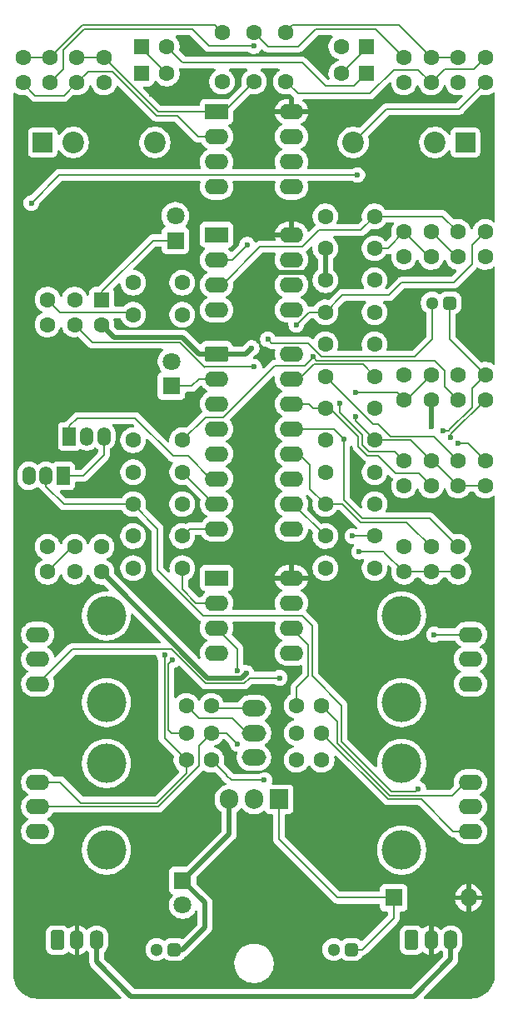
<source format=gbr>
%TF.GenerationSoftware,KiCad,Pcbnew,9.0.2*%
%TF.CreationDate,2025-07-31T20:58:52+10:00*%
%TF.ProjectId,Chorus,43686f72-7573-42e6-9b69-6361645f7063,1-0*%
%TF.SameCoordinates,Original*%
%TF.FileFunction,Copper,L2,Bot*%
%TF.FilePolarity,Positive*%
%FSLAX46Y46*%
G04 Gerber Fmt 4.6, Leading zero omitted, Abs format (unit mm)*
G04 Created by KiCad (PCBNEW 9.0.2) date 2025-07-31 20:58:52*
%MOMM*%
%LPD*%
G01*
G04 APERTURE LIST*
G04 Aperture macros list*
%AMRoundRect*
0 Rectangle with rounded corners*
0 $1 Rounding radius*
0 $2 $3 $4 $5 $6 $7 $8 $9 X,Y pos of 4 corners*
0 Add a 4 corners polygon primitive as box body*
4,1,4,$2,$3,$4,$5,$6,$7,$8,$9,$2,$3,0*
0 Add four circle primitives for the rounded corners*
1,1,$1+$1,$2,$3*
1,1,$1+$1,$4,$5*
1,1,$1+$1,$6,$7*
1,1,$1+$1,$8,$9*
0 Add four rect primitives between the rounded corners*
20,1,$1+$1,$2,$3,$4,$5,0*
20,1,$1+$1,$4,$5,$6,$7,0*
20,1,$1+$1,$6,$7,$8,$9,0*
20,1,$1+$1,$8,$9,$2,$3,0*%
G04 Aperture macros list end*
%TA.AperFunction,ComponentPad*%
%ADD10C,1.600000*%
%TD*%
%TA.AperFunction,ComponentPad*%
%ADD11R,1.350000X1.900000*%
%TD*%
%TA.AperFunction,ComponentPad*%
%ADD12O,1.350000X1.900000*%
%TD*%
%TA.AperFunction,ComponentPad*%
%ADD13R,2.000000X2.000000*%
%TD*%
%TA.AperFunction,ComponentPad*%
%ADD14C,2.200000*%
%TD*%
%TA.AperFunction,ComponentPad*%
%ADD15R,1.800000X1.800000*%
%TD*%
%TA.AperFunction,ComponentPad*%
%ADD16C,1.800000*%
%TD*%
%TA.AperFunction,ComponentPad*%
%ADD17RoundRect,0.250000X-0.550000X-0.550000X0.550000X-0.550000X0.550000X0.550000X-0.550000X0.550000X0*%
%TD*%
%TA.AperFunction,ComponentPad*%
%ADD18R,1.905000X2.000000*%
%TD*%
%TA.AperFunction,ComponentPad*%
%ADD19O,1.905000X2.000000*%
%TD*%
%TA.AperFunction,ComponentPad*%
%ADD20RoundRect,0.291666X-0.408334X-0.708334X0.408334X-0.708334X0.408334X0.708334X-0.408334X0.708334X0*%
%TD*%
%TA.AperFunction,ComponentPad*%
%ADD21O,1.400000X2.000000*%
%TD*%
%TA.AperFunction,ComponentPad*%
%ADD22R,2.400000X1.600000*%
%TD*%
%TA.AperFunction,ComponentPad*%
%ADD23O,2.400000X1.600000*%
%TD*%
%TA.AperFunction,WasherPad*%
%ADD24C,4.000000*%
%TD*%
%TA.AperFunction,ComponentPad*%
%ADD25O,1.800000X1.800000*%
%TD*%
%TA.AperFunction,ComponentPad*%
%ADD26RoundRect,0.270833X0.379167X0.379167X-0.379167X0.379167X-0.379167X-0.379167X0.379167X-0.379167X0*%
%TD*%
%TA.AperFunction,ComponentPad*%
%ADD27C,1.300000*%
%TD*%
%TA.AperFunction,ComponentPad*%
%ADD28O,2.500000X1.700000*%
%TD*%
%TA.AperFunction,ComponentPad*%
%ADD29RoundRect,0.250000X0.550000X0.550000X-0.550000X0.550000X-0.550000X-0.550000X0.550000X-0.550000X0*%
%TD*%
%TA.AperFunction,ComponentPad*%
%ADD30RoundRect,0.250000X0.550000X-0.550000X0.550000X0.550000X-0.550000X0.550000X-0.550000X-0.550000X0*%
%TD*%
%TA.AperFunction,ComponentPad*%
%ADD31RoundRect,0.250000X-0.950000X-0.550000X0.950000X-0.550000X0.950000X0.550000X-0.950000X0.550000X0*%
%TD*%
%TA.AperFunction,ViaPad*%
%ADD32C,0.600000*%
%TD*%
%TA.AperFunction,Conductor*%
%ADD33C,0.200000*%
%TD*%
%TA.AperFunction,Conductor*%
%ADD34C,0.500000*%
%TD*%
G04 APERTURE END LIST*
D10*
%TO.P,R24,1*%
%TO.N,TIME*%
X131750000Y-106130500D03*
%TO.P,R24,2*%
%TO.N,Net-(Q2-E)*%
X131750000Y-103590500D03*
%TD*%
D11*
%TO.P,Q2,1,C*%
%TO.N,Net-(Q1-E)*%
X130600001Y-96390001D03*
D12*
%TO.P,Q2,2,B*%
%TO.N,Net-(Q2-B)*%
X128830001Y-96390001D03*
%TO.P,Q2,3,E*%
%TO.N,Net-(Q2-E)*%
X127100001Y-96390001D03*
%TD*%
D10*
%TO.P,R20,1*%
%TO.N,GND*%
X156880500Y-125250000D03*
%TO.P,R20,2*%
%TO.N,Net-(U3A-+)*%
X154340500Y-125250000D03*
%TD*%
%TO.P,C15,1*%
%TO.N,Net-(U4-OP1-IN)*%
X157250000Y-102500000D03*
%TO.P,C15,2*%
%TO.N,Net-(U4-OP1-OUT)*%
X162250000Y-102500000D03*
%TD*%
%TO.P,C16,1*%
%TO.N,Net-(U3A--)*%
X142700001Y-105750000D03*
%TO.P,C16,2*%
%TO.N,GND*%
X137700001Y-105750000D03*
%TD*%
%TO.P,R10,1*%
%TO.N,Net-(C5-Pad1)*%
X167999999Y-74130500D03*
%TO.P,R10,2*%
%TO.N,Net-(C6-Pad1)*%
X167999999Y-71590500D03*
%TD*%
D13*
%TO.P,J2,G*%
%TO.N,GND*%
X171480000Y-62500000D03*
D14*
%TO.P,J2,S*%
X168380000Y-62500000D03*
%TO.P,J2,T*%
%TO.N,Net-(J2-PadT)*%
X160080000Y-62500000D03*
%TD*%
D10*
%TO.P,C12,1*%
%TO.N,Net-(Q2-B)*%
X137700001Y-99250000D03*
%TO.P,C12,2*%
%TO.N,GND*%
X142700001Y-99250000D03*
%TD*%
D15*
%TO.P,C27,1*%
%TO.N,+5V*%
X142750000Y-137500000D03*
D16*
%TO.P,C27,2*%
%TO.N,GND*%
X142750000Y-140000000D03*
%TD*%
D10*
%TO.P,C14,1*%
%TO.N,Net-(U4-LPF1-IN)*%
X157250000Y-86250000D03*
%TO.P,C14,2*%
%TO.N,Net-(U4-LPF1-OUT)*%
X162250000Y-86250000D03*
%TD*%
%TO.P,C13,1*%
%TO.N,Net-(C13-Pad1)*%
X157250000Y-83000000D03*
%TO.P,C13,2*%
%TO.N,Net-(C13-Pad2)*%
X162250000Y-83000000D03*
%TD*%
%TO.P,C5,1*%
%TO.N,Net-(C5-Pad1)*%
X162250000Y-73250000D03*
%TO.P,C5,2*%
%TO.N,GND*%
X157250000Y-73250000D03*
%TD*%
%TO.P,D2,1,K*%
%TO.N,GND*%
X158869500Y-52750000D03*
D17*
%TO.P,D2,2,A*%
%TO.N,Net-(D1-K)*%
X161409500Y-52750000D03*
%TD*%
D10*
%TO.P,C6,1*%
%TO.N,Net-(C6-Pad1)*%
X162250000Y-76500000D03*
%TO.P,C6,2*%
%TO.N,GND*%
X157250000Y-76500000D03*
%TD*%
%TO.P,R30,1*%
%TO.N,Net-(C13-Pad2)*%
X170750000Y-97380500D03*
%TO.P,R30,2*%
%TO.N,Net-(U4-LPF1-IN)*%
X170750000Y-94840500D03*
%TD*%
%TO.P,R4,1*%
%TO.N,Net-(U1B--)*%
X168000000Y-53869500D03*
%TO.P,R4,2*%
%TO.N,Net-(C3-Pad2)*%
X168000000Y-56409500D03*
%TD*%
D15*
%TO.P,C28,1*%
%TO.N,Net-(U4-REF)*%
X141600000Y-87250000D03*
D16*
%TO.P,C28,2*%
%TO.N,GND*%
X141600000Y-84750000D03*
%TD*%
D10*
%TO.P,R7,1*%
%TO.N,Net-(C3-Pad2)*%
X173500000Y-53869500D03*
%TO.P,R7,2*%
%TO.N,Net-(J2-PadT)*%
X173500000Y-56409500D03*
%TD*%
D18*
%TO.P,U5,1,IN*%
%TO.N,Net-(D6-K)*%
X152540000Y-129250000D03*
D19*
%TO.P,U5,2,GND*%
%TO.N,GND*%
X150000000Y-129250000D03*
%TO.P,U5,3,OUT*%
%TO.N,+5V*%
X147460000Y-129250000D03*
%TD*%
D10*
%TO.P,D1,1,K*%
%TO.N,Net-(D1-K)*%
X158869500Y-55500000D03*
D17*
%TO.P,D1,2,A*%
%TO.N,Net-(D1-A)*%
X161409500Y-55500000D03*
%TD*%
D20*
%TO.P,J4,1,Pin_1*%
%TO.N,GND*%
X166000000Y-143550000D03*
D21*
%TO.P,J4,2,Pin_2*%
%TO.N,VDD*%
X168000000Y-143550000D03*
%TO.P,J4,3,Pin_3*%
%TO.N,VSS*%
X170000000Y-143550000D03*
%TD*%
D10*
%TO.P,R16,1*%
%TO.N,GND*%
X168000000Y-88630500D03*
%TO.P,R16,2*%
%TO.N,Net-(U2B--)*%
X168000000Y-86090500D03*
%TD*%
%TO.P,R15,1*%
%TO.N,Net-(U2B--)*%
X165250000Y-88630500D03*
%TO.P,R15,2*%
%TO.N,Net-(R15-Pad2)*%
X165250000Y-86090500D03*
%TD*%
D20*
%TO.P,J3,1,Pin_1*%
%TO.N,GND*%
X130000000Y-143550000D03*
D21*
%TO.P,J3,2,Pin_2*%
%TO.N,VDD*%
X132000000Y-143550000D03*
%TO.P,J3,3,Pin_3*%
%TO.N,VSS*%
X134000000Y-143550000D03*
%TD*%
D10*
%TO.P,C2,1*%
%TO.N,Net-(C2-Pad1)*%
X150000000Y-56319500D03*
%TO.P,C2,2*%
%TO.N,Net-(U1A--)*%
X150000000Y-51319500D03*
%TD*%
D13*
%TO.P,J1,G*%
%TO.N,GND*%
X128520000Y-62500000D03*
D14*
%TO.P,J1,S*%
X131620000Y-62500000D03*
%TO.P,J1,T*%
%TO.N,Net-(C1-Pad2)*%
X139920000Y-62500000D03*
%TD*%
D10*
%TO.P,C8,1*%
%TO.N,GND*%
X162250000Y-79750000D03*
%TO.P,C8,2*%
%TO.N,Net-(C8-Pad2)*%
X157250000Y-79750000D03*
%TD*%
%TO.P,R29,1*%
%TO.N,Net-(SW1-B)*%
X168000000Y-97380500D03*
%TO.P,R29,2*%
%TO.N,Net-(C13-Pad2)*%
X168000000Y-94840500D03*
%TD*%
%TO.P,R17,1*%
%TO.N,Net-(U2B-+)*%
X170750000Y-88630500D03*
%TO.P,R17,2*%
%TO.N,GND*%
X170750000Y-86090500D03*
%TD*%
%TO.P,R28,1*%
%TO.N,D OUT*%
X173500000Y-88630500D03*
%TO.P,R28,2*%
%TO.N,D IN*%
X173500000Y-86090500D03*
%TD*%
D22*
%TO.P,U2,1*%
%TO.N,Net-(U2A--)*%
X146180000Y-71880000D03*
D23*
%TO.P,U2,2,-*%
X146180000Y-74420000D03*
%TO.P,U2,3,+*%
%TO.N,Net-(U2A-+)*%
X146180000Y-76960000D03*
%TO.P,U2,4,V-*%
%TO.N,VSS*%
X146180000Y-79500000D03*
%TO.P,U2,5,+*%
%TO.N,Net-(U2B-+)*%
X153800000Y-79500000D03*
%TO.P,U2,6,-*%
%TO.N,Net-(U2B--)*%
X153800000Y-76960000D03*
%TO.P,U2,7*%
%TO.N,Net-(R15-Pad2)*%
X153800000Y-74420000D03*
%TO.P,U2,8,V+*%
%TO.N,VDD*%
X153800000Y-71880000D03*
%TD*%
D10*
%TO.P,R2,1*%
%TO.N,Net-(C1-Pad1)*%
X129250000Y-53869500D03*
%TO.P,R2,2*%
%TO.N,Net-(U1B--)*%
X129250000Y-56409500D03*
%TD*%
%TO.P,R32,1*%
%TO.N,Net-(C19-Pad1)*%
X165250000Y-106130500D03*
%TO.P,R32,2*%
%TO.N,Net-(SW1-B)*%
X165250000Y-103590500D03*
%TD*%
%TO.P,C1,1*%
%TO.N,Net-(C1-Pad1)*%
X146750000Y-51319500D03*
%TO.P,C1,2*%
%TO.N,Net-(C1-Pad2)*%
X146750000Y-56319500D03*
%TD*%
D24*
%TO.P,RV1,*%
%TO.N,*%
X135000000Y-110600000D03*
X135000000Y-119400000D03*
D23*
%TO.P,RV1,1,1*%
%TO.N,Net-(R15-Pad2)*%
X128000000Y-117500001D03*
%TO.P,RV1,2,2*%
%TO.N,FEEDBACK*%
X128000000Y-115000000D03*
%TO.P,RV1,3,3*%
%TO.N,GND*%
X128000000Y-112499999D03*
%TD*%
D10*
%TO.P,C21,1*%
%TO.N,Net-(C13-Pad2)*%
X162250000Y-92750000D03*
%TO.P,C21,2*%
%TO.N,GND*%
X157250000Y-92750000D03*
%TD*%
%TO.P,C20,1*%
%TO.N,Net-(U4-CC1)*%
X142700001Y-96000000D03*
%TO.P,C20,2*%
%TO.N,GND*%
X137700001Y-96000000D03*
%TD*%
%TO.P,R25,1*%
%TO.N,Net-(Q2-E)*%
X129000000Y-106130500D03*
%TO.P,R25,2*%
%TO.N,GND*%
X129000000Y-103590500D03*
%TD*%
%TO.P,C9,1*%
%TO.N,Net-(C9-Pad1)*%
X137700001Y-76750000D03*
%TO.P,C9,2*%
%TO.N,GND*%
X142700001Y-76750000D03*
%TD*%
D24*
%TO.P,RV3,*%
%TO.N,*%
X135000000Y-125600000D03*
X135000000Y-134400000D03*
D23*
%TO.P,RV3,1,1*%
%TO.N,Net-(U3B-+)*%
X128000000Y-132500001D03*
%TO.P,RV3,2,2*%
X128000000Y-130000000D03*
%TO.P,RV3,3,3*%
%TO.N,Net-(R19-Pad1)*%
X128000000Y-127499999D03*
%TD*%
D10*
%TO.P,R9,1*%
%TO.N,Net-(D1-A)*%
X165250000Y-74130500D03*
%TO.P,R9,2*%
%TO.N,Net-(C5-Pad1)*%
X165250000Y-71590500D03*
%TD*%
%TO.P,R31,1*%
%TO.N,Net-(C13-Pad2)*%
X173500000Y-97380500D03*
%TO.P,R31,2*%
%TO.N,Net-(U4-LPF1-OUT)*%
X173500000Y-94840500D03*
%TD*%
D11*
%TO.P,Q1,1,C*%
%TO.N,TIME*%
X131230000Y-92360000D03*
D12*
%TO.P,Q1,2,B*%
%TO.N,Net-(D5-A)*%
X133000000Y-92360000D03*
%TO.P,Q1,3,E*%
%TO.N,Net-(Q1-E)*%
X134730000Y-92360000D03*
%TD*%
D15*
%TO.P,D6,1,K*%
%TO.N,Net-(D6-K)*%
X164190000Y-139250000D03*
D25*
%TO.P,D6,2,A*%
%TO.N,VDD*%
X171810000Y-139250000D03*
%TD*%
D10*
%TO.P,R33,1*%
%TO.N,Net-(C19-Pad1)*%
X170750000Y-106130500D03*
%TO.P,R33,2*%
%TO.N,Net-(U4-LPF2-IN)*%
X170750000Y-103590500D03*
%TD*%
%TO.P,C18,1*%
%TO.N,Net-(SW1-B)*%
X157250000Y-89500000D03*
%TO.P,C18,2*%
%TO.N,Net-(U4-LPF2-IN)*%
X162250000Y-89500000D03*
%TD*%
%TO.P,R27,1*%
%TO.N,Net-(SW1-B)*%
X143119500Y-119750000D03*
%TO.P,R27,2*%
%TO.N,Net-(SW1-A)*%
X145659500Y-119750000D03*
%TD*%
%TO.P,R5,1*%
%TO.N,Net-(U1A--)*%
X165250000Y-53869500D03*
%TO.P,R5,2*%
%TO.N,FEEDBACK*%
X165250000Y-56409500D03*
%TD*%
%TO.P,R22,1*%
%TO.N,Net-(R22-Pad1)*%
X156880500Y-122500000D03*
%TO.P,R22,2*%
%TO.N,GND*%
X154340500Y-122500000D03*
%TD*%
%TO.P,C22,1*%
%TO.N,D OUT*%
X162250000Y-105750000D03*
%TO.P,C22,2*%
%TO.N,Net-(SW1-A)*%
X157250000Y-105750000D03*
%TD*%
%TO.P,R14,1*%
%TO.N,Net-(C9-Pad1)*%
X129000000Y-81000000D03*
%TO.P,R14,2*%
%TO.N,Net-(C10-Pad1)*%
X129000000Y-78460000D03*
%TD*%
%TO.P,C11,1*%
%TO.N,Net-(C10-Pad1)*%
X137700001Y-92750000D03*
%TO.P,C11,2*%
%TO.N,Net-(U2B-+)*%
X142700001Y-92750000D03*
%TD*%
D26*
%TO.P,C7,1*%
%TO.N,D IN*%
X169900000Y-78800000D03*
D27*
%TO.P,C7,2*%
%TO.N,Net-(U2A--)*%
X168100000Y-78800000D03*
%TD*%
D10*
%TO.P,R8,1*%
%TO.N,Net-(C2-Pad1)*%
X134750000Y-53869500D03*
%TO.P,R8,2*%
%TO.N,Net-(D1-A)*%
X134750000Y-56409500D03*
%TD*%
%TO.P,R18,1*%
%TO.N,Net-(U3A--)*%
X143119500Y-122500000D03*
%TO.P,R18,2*%
%TO.N,Net-(U3B-+)*%
X145659500Y-122500000D03*
%TD*%
%TO.P,C3,1*%
%TO.N,Net-(U1B--)*%
X153250000Y-51319500D03*
%TO.P,C3,2*%
%TO.N,Net-(C3-Pad2)*%
X153250000Y-56319500D03*
%TD*%
D22*
%TO.P,U3,1*%
%TO.N,Net-(R19-Pad1)*%
X146190000Y-106750000D03*
D23*
%TO.P,U3,2,-*%
%TO.N,Net-(U3A--)*%
X146190000Y-109290000D03*
%TO.P,U3,3,+*%
%TO.N,Net-(U3A-+)*%
X146190000Y-111830000D03*
%TO.P,U3,4,V-*%
%TO.N,VSS*%
X146190000Y-114370000D03*
%TO.P,U3,5,+*%
%TO.N,Net-(U3B-+)*%
X153810000Y-114370000D03*
%TO.P,U3,6,-*%
%TO.N,Net-(U3B--)*%
X153810000Y-111830000D03*
%TO.P,U3,7*%
X153810000Y-109290000D03*
%TO.P,U3,8,V+*%
%TO.N,VDD*%
X153810000Y-106750000D03*
%TD*%
D24*
%TO.P,RV4,*%
%TO.N,*%
X165000000Y-134400000D03*
X165000000Y-125600000D03*
D23*
%TO.P,RV4,1,1*%
%TO.N,Net-(R21-Pad1)*%
X172000000Y-127499999D03*
%TO.P,RV4,2,2*%
%TO.N,Net-(Q2-B)*%
X172000000Y-130000000D03*
%TO.P,RV4,3,3*%
%TO.N,Net-(R22-Pad1)*%
X172000000Y-132500001D03*
%TD*%
D10*
%TO.P,C10,1*%
%TO.N,Net-(C10-Pad1)*%
X137700001Y-80000000D03*
%TO.P,C10,2*%
%TO.N,GND*%
X142700001Y-80000000D03*
%TD*%
%TO.P,C25,1*%
%TO.N,Net-(U4-CC0)*%
X142700001Y-102500000D03*
%TO.P,C25,2*%
%TO.N,GND*%
X137700001Y-102500000D03*
%TD*%
D28*
%TO.P,SW1,1,A*%
%TO.N,Net-(SW1-A)*%
X150000000Y-120000000D03*
%TO.P,SW1,2,B*%
%TO.N,Net-(SW1-B)*%
X150000000Y-122500000D03*
%TO.P,SW1,3,C*%
%TO.N,unconnected-(SW1-C-Pad3)*%
X150000000Y-125000000D03*
%TD*%
D26*
%TO.P,C23,1*%
%TO.N,Net-(D6-K)*%
X159900000Y-144500000D03*
D27*
%TO.P,C23,2*%
%TO.N,GND*%
X158100000Y-144500000D03*
%TD*%
D10*
%TO.P,C4,1*%
%TO.N,Net-(U2A-+)*%
X162250000Y-70000000D03*
%TO.P,C4,2*%
%TO.N,GND*%
X157250000Y-70000000D03*
%TD*%
%TO.P,C17,1*%
%TO.N,Net-(U4-OP2-OUT)*%
X157250000Y-99250000D03*
%TO.P,C17,2*%
%TO.N,Net-(U4-OP2-IN)*%
X162250000Y-99250000D03*
%TD*%
%TO.P,R21,1*%
%TO.N,Net-(R21-Pad1)*%
X156880500Y-119750000D03*
%TO.P,R21,2*%
%TO.N,Net-(U3B--)*%
X154340500Y-119750000D03*
%TD*%
%TO.P,D3,1,K*%
%TO.N,Net-(D1-A)*%
X141130500Y-52750000D03*
D29*
%TO.P,D3,2,A*%
%TO.N,Net-(D3-A)*%
X138590500Y-52750000D03*
%TD*%
D10*
%TO.P,R1,1*%
%TO.N,Net-(C1-Pad1)*%
X126500000Y-53869500D03*
%TO.P,R1,2*%
%TO.N,Net-(U1A--)*%
X126500000Y-56409500D03*
%TD*%
%TO.P,R12,1*%
%TO.N,D OUT*%
X173500000Y-74130500D03*
%TO.P,R12,2*%
%TO.N,Net-(C8-Pad2)*%
X173500000Y-71590500D03*
%TD*%
%TO.P,R11,1*%
%TO.N,Net-(C6-Pad1)*%
X170749999Y-74130500D03*
%TO.P,R11,2*%
%TO.N,Net-(U2A-+)*%
X170749999Y-71590500D03*
%TD*%
%TO.P,R26,1*%
%TO.N,D IN*%
X165250000Y-97380500D03*
%TO.P,R26,2*%
%TO.N,Net-(C13-Pad1)*%
X165250000Y-94840500D03*
%TD*%
%TO.P,R6,1*%
%TO.N,Net-(C2-Pad1)*%
X132000000Y-53869500D03*
%TO.P,R6,2*%
%TO.N,Net-(U1A--)*%
X132000000Y-56409500D03*
%TD*%
D26*
%TO.P,C24,1*%
%TO.N,+5V*%
X141900000Y-144500000D03*
D27*
%TO.P,C24,2*%
%TO.N,GND*%
X140100000Y-144500000D03*
%TD*%
D10*
%TO.P,D4,1,K*%
%TO.N,Net-(D3-A)*%
X141130500Y-55500000D03*
D29*
%TO.P,D4,2,A*%
%TO.N,GND*%
X138590500Y-55500000D03*
%TD*%
D15*
%TO.P,C26,1*%
%TO.N,Net-(D5-A)*%
X142000000Y-72450000D03*
D16*
%TO.P,C26,2*%
%TO.N,GND*%
X142000000Y-69950000D03*
%TD*%
D10*
%TO.P,D5,1,K*%
%TO.N,+5V*%
X134500000Y-81000000D03*
D30*
%TO.P,D5,2,A*%
%TO.N,Net-(D5-A)*%
X134500000Y-78460000D03*
%TD*%
D10*
%TO.P,R34,1*%
%TO.N,Net-(C19-Pad1)*%
X168000000Y-106130500D03*
%TO.P,R34,2*%
%TO.N,Net-(U4-OP2-OUT)*%
X168000000Y-103590500D03*
%TD*%
%TO.P,R23,1*%
%TO.N,+5V*%
X134500000Y-106130500D03*
%TO.P,R23,2*%
%TO.N,Net-(D5-A)*%
X134500000Y-103590500D03*
%TD*%
D22*
%TO.P,U1,1*%
%TO.N,Net-(C2-Pad1)*%
X146190000Y-59380000D03*
D23*
%TO.P,U1,2,-*%
%TO.N,Net-(U1A--)*%
X146190000Y-61920000D03*
%TO.P,U1,3,+*%
%TO.N,GND*%
X146190000Y-64460000D03*
%TO.P,U1,4,V-*%
%TO.N,VSS*%
X146190000Y-67000000D03*
%TO.P,U1,5,+*%
%TO.N,GND*%
X153810000Y-67000000D03*
%TO.P,U1,6,-*%
%TO.N,Net-(U1B--)*%
X153810000Y-64460000D03*
%TO.P,U1,7*%
%TO.N,Net-(C3-Pad2)*%
X153810000Y-61920000D03*
%TO.P,U1,8,V+*%
%TO.N,VDD*%
X153810000Y-59380000D03*
%TD*%
D10*
%TO.P,C19,1*%
%TO.N,Net-(C19-Pad1)*%
X157250000Y-96000000D03*
%TO.P,C19,2*%
%TO.N,GND*%
X162250000Y-96000000D03*
%TD*%
%TO.P,R19,1*%
%TO.N,Net-(R19-Pad1)*%
X143119500Y-125250000D03*
%TO.P,R19,2*%
%TO.N,Net-(U3A-+)*%
X145659500Y-125250000D03*
%TD*%
D31*
%TO.P,U4,1,VCC*%
%TO.N,+5V*%
X146190000Y-83970000D03*
D23*
%TO.P,U4,2,REF*%
%TO.N,Net-(U4-REF)*%
X146190000Y-86510000D03*
%TO.P,U4,3,AGND*%
%TO.N,GND*%
X146190000Y-89050000D03*
%TO.P,U4,4,DGND*%
X146190000Y-91590000D03*
%TO.P,U4,5,CLK_O*%
%TO.N,unconnected-(U4-CLK_O-Pad5)*%
X146190000Y-94130000D03*
%TO.P,U4,6,VCO*%
%TO.N,TIME*%
X146190000Y-96670000D03*
%TO.P,U4,7,CC1*%
%TO.N,Net-(U4-CC1)*%
X146190000Y-99210000D03*
%TO.P,U4,8,CC0*%
%TO.N,Net-(U4-CC0)*%
X146190000Y-101750000D03*
%TO.P,U4,9,OP1-OUT*%
%TO.N,Net-(U4-OP1-OUT)*%
X153810000Y-101750000D03*
%TO.P,U4,10,OP1-IN*%
%TO.N,Net-(U4-OP1-IN)*%
X153810000Y-99210000D03*
%TO.P,U4,11,OP2-IN*%
%TO.N,Net-(U4-OP2-IN)*%
X153810000Y-96670000D03*
%TO.P,U4,12,OP2-OUT*%
%TO.N,Net-(U4-OP2-OUT)*%
X153810000Y-94130000D03*
%TO.P,U4,13,LPF2-IN*%
%TO.N,Net-(U4-LPF2-IN)*%
X153810000Y-91590000D03*
%TO.P,U4,14,LPF2-OUT*%
%TO.N,Net-(SW1-B)*%
X153810000Y-89050000D03*
%TO.P,U4,15,LPF1-OUT*%
%TO.N,Net-(U4-LPF1-OUT)*%
X153810000Y-86510000D03*
%TO.P,U4,16,LPF1-IN*%
%TO.N,Net-(U4-LPF1-IN)*%
X153810000Y-83970000D03*
%TD*%
D10*
%TO.P,R3,1*%
%TO.N,Net-(U1B--)*%
X170750000Y-53869500D03*
%TO.P,R3,2*%
%TO.N,DELAY*%
X170750000Y-56409500D03*
%TD*%
%TO.P,R13,1*%
%TO.N,Net-(C8-Pad2)*%
X131750000Y-81000000D03*
%TO.P,R13,2*%
%TO.N,Net-(C9-Pad1)*%
X131750000Y-78460000D03*
%TD*%
D24*
%TO.P,RV2,*%
%TO.N,*%
X165000000Y-119400000D03*
X165000000Y-110600000D03*
D23*
%TO.P,RV2,1,1*%
%TO.N,Net-(R15-Pad2)*%
X172000000Y-112499999D03*
%TO.P,RV2,2,2*%
%TO.N,DELAY*%
X172000000Y-115000000D03*
%TO.P,RV2,3,3*%
%TO.N,GND*%
X172000000Y-117500001D03*
%TD*%
D32*
%TO.N,Net-(U1B--)*%
X150000000Y-52700000D03*
%TO.N,GND*%
X168000000Y-91400000D03*
%TO.N,Net-(U2A--)*%
X151400000Y-82500000D03*
X149300000Y-72900000D03*
%TO.N,D IN*%
X169200000Y-91800000D03*
%TO.N,Net-(U2B-+)*%
X156033550Y-84300000D03*
%TO.N,Net-(C13-Pad2)*%
X160300000Y-90350000D03*
%TO.N,+5V*%
X149200000Y-116400000D03*
X149750000Y-83400000D03*
%TO.N,Net-(C13-Pad1)*%
X158700000Y-89000000D03*
%TO.N,Net-(U3A--)*%
X141700000Y-115100000D03*
%TO.N,Net-(U4-LPF1-OUT)*%
X170750000Y-93100000D03*
%TO.N,Net-(U4-LPF2-IN)*%
X159150000Y-92600000D03*
%TO.N,Net-(U4-OP1-OUT)*%
X160000000Y-102500000D03*
%TO.N,Net-(C19-Pad1)*%
X160700000Y-104100000D03*
%TO.N,Net-(Q2-B)*%
X166700000Y-128200000D03*
%TO.N,D OUT*%
X170000000Y-92500000D03*
%TO.N,VDD*%
X138100000Y-59100000D03*
X143900000Y-55300000D03*
X139600000Y-57600000D03*
X143900000Y-53500000D03*
%TO.N,FEEDBACK*%
X127350000Y-68650000D03*
X160500000Y-65800000D03*
%TO.N,Net-(R15-Pad2)*%
X152600000Y-116900000D03*
X168300001Y-112499999D03*
%TO.N,Net-(U2B--)*%
X160300000Y-87900000D03*
%TO.N,Net-(U3B-+)*%
X148300000Y-123600000D03*
%TO.N,Net-(U3A-+)*%
X151050000Y-127300000D03*
X148300000Y-116150000D03*
%TO.N,Net-(R19-Pad1)*%
X140900000Y-114600000D03*
%TO.N,Net-(C8-Pad2)*%
X154300000Y-81000000D03*
X150000000Y-85300000D03*
%TD*%
D33*
%TO.N,Net-(C1-Pad1)*%
X132518500Y-50601000D02*
X129250000Y-53869500D01*
X146031500Y-50601000D02*
X132518500Y-50601000D01*
X146750000Y-51319500D02*
X146031500Y-50601000D01*
X126500000Y-53869500D02*
X129250000Y-53869500D01*
%TO.N,Net-(C2-Pad1)*%
X150000000Y-56319500D02*
X146939500Y-59380000D01*
X140260500Y-59380000D02*
X146190000Y-59380000D01*
X134750000Y-53869500D02*
X140260500Y-59380000D01*
X132000000Y-53869500D02*
X134750000Y-53869500D01*
X146939500Y-59380000D02*
X146190000Y-59380000D01*
%TO.N,Net-(U1A--)*%
X165250000Y-53869500D02*
X162382500Y-51002000D01*
X133109500Y-55300000D02*
X135613400Y-55300000D01*
X132000000Y-56409500D02*
X133109500Y-55300000D01*
X135613400Y-55300000D02*
X140094400Y-59781000D01*
X151430500Y-52750000D02*
X150000000Y-51319500D01*
X142200000Y-59781000D02*
X144339000Y-61920000D01*
X140094400Y-59781000D02*
X142200000Y-59781000D01*
X127750000Y-57750000D02*
X130659500Y-57750000D01*
X126500000Y-56500000D02*
X127750000Y-57750000D01*
X130659500Y-57750000D02*
X132000000Y-56409500D01*
X144339000Y-61920000D02*
X146190000Y-61920000D01*
X156248000Y-51002000D02*
X154500000Y-52750000D01*
X126500000Y-56409500D02*
X126500000Y-56500000D01*
X154500000Y-52750000D02*
X151430500Y-52750000D01*
X162382500Y-51002000D02*
X156248000Y-51002000D01*
%TO.N,Net-(U1B--)*%
X130593300Y-55066200D02*
X129250000Y-56409500D01*
X145448000Y-52700000D02*
X145274000Y-52526000D01*
X168000000Y-53869500D02*
X170750000Y-53869500D01*
X150000000Y-52700000D02*
X145448000Y-52700000D01*
X143750000Y-51002000D02*
X132684600Y-51002000D01*
X153250000Y-51319500D02*
X153250000Y-51250000D01*
X130593300Y-53093300D02*
X130593300Y-55066200D01*
X145274000Y-52526000D02*
X143750000Y-51002000D01*
X164731500Y-50601000D02*
X168000000Y-53869500D01*
X153250000Y-51250000D02*
X153899000Y-50601000D01*
X153899000Y-50601000D02*
X164731500Y-50601000D01*
X132684600Y-51002000D02*
X130593300Y-53093300D01*
%TO.N,Net-(C6-Pad1)*%
X170539999Y-74130500D02*
X170749999Y-74130500D01*
X167999999Y-71590500D02*
X170539999Y-74130500D01*
D34*
%TO.N,GND*%
X168000000Y-88630500D02*
X168000000Y-91400000D01*
X157250000Y-73250000D02*
X157250000Y-76500000D01*
X146200000Y-91600000D02*
X146190000Y-91590000D01*
X157250000Y-92750000D02*
X157159000Y-92841000D01*
D33*
%TO.N,Net-(C5-Pad1)*%
X167790000Y-74130500D02*
X167999999Y-74130500D01*
X165250000Y-71590500D02*
X167790000Y-74130500D01*
X165250000Y-71590500D02*
X163590500Y-73250000D01*
X163590500Y-73250000D02*
X162250000Y-73250000D01*
%TO.N,Net-(U2A-+)*%
X156576049Y-71423951D02*
X154900000Y-73100000D01*
X169159499Y-70000000D02*
X162500000Y-70000000D01*
X154900000Y-73100000D02*
X150600000Y-73100000D01*
X146740000Y-76960000D02*
X146180000Y-76960000D01*
X162250000Y-70000000D02*
X160826049Y-71423951D01*
X160826049Y-71423951D02*
X156576049Y-71423951D01*
X170749999Y-71590500D02*
X169159499Y-70000000D01*
X150600000Y-73100000D02*
X146740000Y-76960000D01*
%TO.N,Net-(U2A--)*%
X151769000Y-82869000D02*
X155452492Y-82869000D01*
X147780000Y-74420000D02*
X146180000Y-74420000D01*
X156831493Y-84248000D02*
X155529246Y-82945754D01*
X151400000Y-82500000D02*
X151769000Y-82869000D01*
X166352000Y-84248000D02*
X156831493Y-84248000D01*
X168100000Y-82500000D02*
X166352000Y-84248000D01*
X149300000Y-72900000D02*
X147780000Y-74420000D01*
X168100000Y-78800000D02*
X168100000Y-82500000D01*
X155452492Y-82869000D02*
X155529246Y-82945754D01*
%TO.N,D IN*%
X172150000Y-89413400D02*
X172150000Y-87440500D01*
X170204750Y-82795250D02*
X173500000Y-86090500D01*
X169831700Y-91731700D02*
X172150000Y-89413400D01*
X169900000Y-78800000D02*
X169900000Y-82490500D01*
X169900000Y-82490500D02*
X170204750Y-82795250D01*
X172150000Y-87440500D02*
X173500000Y-86090500D01*
X169763400Y-91800000D02*
X169831700Y-91731700D01*
X169200000Y-91800000D02*
X169763400Y-91800000D01*
%TO.N,Net-(C9-Pad1)*%
X129000000Y-81000000D02*
X129210000Y-81000000D01*
%TO.N,Net-(C10-Pad1)*%
X129000000Y-78460000D02*
X130290000Y-79750000D01*
X130290000Y-79750000D02*
X137450001Y-79750000D01*
X137261001Y-79561000D02*
X137700001Y-80000000D01*
X137450001Y-79750000D02*
X137700001Y-80000000D01*
%TO.N,Net-(U2B-+)*%
X168349000Y-84649000D02*
X169400000Y-85700000D01*
X170730500Y-88630500D02*
X170750000Y-88630500D01*
X146900000Y-90400000D02*
X145050001Y-90400000D01*
X152100000Y-85200000D02*
X146900000Y-90400000D01*
X156382550Y-84649000D02*
X168349000Y-84649000D01*
X156200000Y-84300000D02*
X156200000Y-84332900D01*
X156033550Y-84300000D02*
X156382550Y-84649000D01*
X155166450Y-85200000D02*
X152100000Y-85200000D01*
X153900000Y-79500000D02*
X153800000Y-79500000D01*
X145050001Y-90400000D02*
X142700001Y-92750000D01*
X169400000Y-85700000D02*
X169400000Y-87300000D01*
X156033550Y-84332900D02*
X155166450Y-85200000D01*
X169400000Y-87300000D02*
X170730500Y-88630500D01*
%TO.N,Net-(C13-Pad2)*%
X160300000Y-90800000D02*
X160300000Y-90350000D01*
X168000000Y-94840500D02*
X165909500Y-92750000D01*
X165909500Y-92750000D02*
X162250000Y-92750000D01*
X170750000Y-97380500D02*
X168210000Y-94840500D01*
X168210000Y-94840500D02*
X168000000Y-94840500D01*
X162250000Y-92750000D02*
X160300000Y-90800000D01*
X173500000Y-97380500D02*
X170750000Y-97380500D01*
D34*
%TO.N,+5V*%
X145000000Y-142250000D02*
X145000000Y-139750000D01*
X148750000Y-116900000D02*
X148550000Y-116900000D01*
X134500000Y-81000000D02*
X135800000Y-82300000D01*
X145269500Y-116900000D02*
X134500000Y-106130500D01*
X147460000Y-129250000D02*
X147460000Y-132790001D01*
X146190000Y-83970000D02*
X149180000Y-83970000D01*
X144370000Y-83970000D02*
X146190000Y-83970000D01*
X142700000Y-82300000D02*
X144370000Y-83970000D01*
X142750000Y-144500000D02*
X145000000Y-142250000D01*
X135800000Y-82300000D02*
X142700000Y-82300000D01*
X147460000Y-132790001D02*
X142750000Y-137500001D01*
X145000000Y-139750000D02*
X142750001Y-137500001D01*
X141900000Y-144500000D02*
X142750000Y-144500000D01*
X142750001Y-137500001D02*
X142750000Y-137500001D01*
X149180000Y-83970000D02*
X149750000Y-83400000D01*
X149250000Y-116400000D02*
X148750000Y-116900000D01*
X148550000Y-116900000D02*
X145269500Y-116900000D01*
D33*
%TO.N,Net-(C13-Pad1)*%
X161000000Y-93200000D02*
X161700000Y-93900000D01*
X161700000Y-93900000D02*
X164309500Y-93900000D01*
X161000000Y-92200000D02*
X161000000Y-93200000D01*
X164309500Y-93900000D02*
X165250000Y-94840500D01*
X158700000Y-89900000D02*
X161000000Y-92200000D01*
X158700000Y-89000000D02*
X158700000Y-89900000D01*
%TO.N,Net-(U3A--)*%
X144090000Y-109290000D02*
X146190000Y-109290000D01*
X142700001Y-107900001D02*
X144090000Y-109290000D01*
X142700001Y-105750000D02*
X142700001Y-107900001D01*
X141300000Y-122200000D02*
X141600000Y-122500000D01*
X141700000Y-115100000D02*
X141300000Y-115500000D01*
X141600000Y-122500000D02*
X143119500Y-122500000D01*
X141300000Y-115500000D02*
X141300000Y-122200000D01*
%TO.N,Net-(U4-REF)*%
X143650001Y-87249999D02*
X144390000Y-86510000D01*
X144390000Y-86510000D02*
X146190000Y-86510000D01*
X141600000Y-87249999D02*
X143650001Y-87249999D01*
%TO.N,Net-(U4-CC1)*%
X145910001Y-99210000D02*
X142700001Y-96000000D01*
X146190000Y-99210000D02*
X145910001Y-99210000D01*
%TO.N,Net-(U4-CC0)*%
X146190000Y-101750000D02*
X143450001Y-101750000D01*
X143450001Y-101750000D02*
X142700001Y-102500000D01*
%TO.N,Net-(U4-LPF1-IN)*%
X162100000Y-91100000D02*
X162650000Y-91100000D01*
X163899000Y-92349000D02*
X168258500Y-92349000D01*
X162650000Y-91100000D02*
X163899000Y-92349000D01*
X170750000Y-94840500D02*
X168304750Y-92395250D01*
X157250000Y-86250000D02*
X162100000Y-91100000D01*
X168258500Y-92349000D02*
X168304750Y-92395250D01*
%TO.N,Net-(U4-LPF1-OUT)*%
X170750000Y-93100000D02*
X171759500Y-93100000D01*
X155850000Y-85250000D02*
X156050000Y-85050000D01*
X154590000Y-86510000D02*
X155850000Y-85250000D01*
X153810000Y-86510000D02*
X154590000Y-86510000D01*
X171759500Y-93100000D02*
X173500000Y-94840500D01*
X156050000Y-85050000D02*
X161050000Y-85050000D01*
X161050000Y-85050000D02*
X162250000Y-86250000D01*
%TO.N,Net-(SW1-B)*%
X147800000Y-121000000D02*
X149300000Y-122500000D01*
X144369500Y-121000000D02*
X147800000Y-121000000D01*
X155550000Y-89050000D02*
X156000000Y-89500000D01*
X149300000Y-122500000D02*
X150000000Y-122500000D01*
X157250000Y-89500000D02*
X157732900Y-89500000D01*
X153810000Y-89050000D02*
X155550000Y-89050000D01*
X143119500Y-119750000D02*
X144369500Y-121000000D01*
X156000000Y-89500000D02*
X157250000Y-89500000D01*
X157732900Y-89500000D02*
X160599000Y-92366100D01*
X162600000Y-94300000D02*
X164400000Y-96100000D01*
X164400000Y-96100000D02*
X166719500Y-96100000D01*
X160599000Y-93366100D02*
X161532900Y-94300000D01*
X161532900Y-94300000D02*
X162600000Y-94300000D01*
X166719500Y-96100000D02*
X168000000Y-97380500D01*
X160599000Y-92366100D02*
X160599000Y-93366100D01*
%TO.N,Net-(U4-LPF2-IN)*%
X158140000Y-91590000D02*
X159150000Y-92600000D01*
X167858500Y-100699000D02*
X168379750Y-101220250D01*
X170750000Y-103590500D02*
X168379750Y-101220250D01*
X159150000Y-92600000D02*
X159150000Y-98850000D01*
X159150000Y-98850000D02*
X160999000Y-100699000D01*
X153810000Y-91590000D02*
X158140000Y-91590000D01*
X160999000Y-100699000D02*
X167858500Y-100699000D01*
%TO.N,Net-(U4-OP2-OUT)*%
X155700000Y-95300000D02*
X154530000Y-94130000D01*
X165754750Y-101345250D02*
X165509500Y-101100000D01*
X165509500Y-101100000D02*
X160900000Y-101100000D01*
X168000000Y-103590500D02*
X165754750Y-101345250D01*
X160832900Y-101100000D02*
X160900000Y-101100000D01*
X154530000Y-94130000D02*
X153810000Y-94130000D01*
X157250000Y-99250000D02*
X158982900Y-99250000D01*
X158982900Y-99250000D02*
X160832900Y-101100000D01*
X157250000Y-99250000D02*
X155700000Y-97700000D01*
X155700000Y-97700000D02*
X155700000Y-95300000D01*
%TO.N,Net-(U4-OP1-OUT)*%
X160000000Y-102500000D02*
X162250000Y-102500000D01*
%TO.N,Net-(C19-Pad1)*%
X163200000Y-104100000D02*
X160700000Y-104100000D01*
X165250000Y-106130500D02*
X163319500Y-104200000D01*
X163319500Y-104200000D02*
X163300000Y-104200000D01*
X168000000Y-106130500D02*
X165250000Y-106130500D01*
X170750000Y-106130500D02*
X168000000Y-106130500D01*
X163300000Y-104200000D02*
X163200000Y-104100000D01*
%TO.N,Net-(D6-K)*%
X161000000Y-144500000D02*
X164190000Y-141310000D01*
X159900000Y-144500000D02*
X161000000Y-144500000D01*
X152540000Y-133290000D02*
X158500000Y-139250000D01*
X164190000Y-141310000D02*
X164190000Y-139250000D01*
X158500000Y-139250000D02*
X164190000Y-139250000D01*
X152540000Y-129250000D02*
X152540000Y-133290000D01*
%TO.N,Net-(Q2-B)*%
X137700001Y-99250000D02*
X140200000Y-101749999D01*
X128830000Y-97430000D02*
X128830000Y-96390001D01*
X144832900Y-110600000D02*
X154900000Y-110600000D01*
X158901000Y-123386300D02*
X158901000Y-119701000D01*
X155900000Y-111600000D02*
X155900000Y-116700000D01*
X140200000Y-101749999D02*
X140200000Y-105967100D01*
X155900000Y-116700000D02*
X156050000Y-116850000D01*
X140200000Y-105967100D02*
X144832900Y-110600000D01*
X163962700Y-128448000D02*
X158901000Y-123386300D01*
X137700001Y-99250000D02*
X130650000Y-99250000D01*
X166452000Y-128448000D02*
X163962700Y-128448000D01*
X130650000Y-99250000D02*
X128830000Y-97430000D01*
X158901000Y-119701000D02*
X156050000Y-116850000D01*
X154900000Y-110600000D02*
X155900000Y-111600000D01*
X166700000Y-128200000D02*
X166452000Y-128448000D01*
%TO.N,Net-(SW1-A)*%
X150000000Y-120000000D02*
X145909500Y-120000000D01*
X145909500Y-120000000D02*
X145659500Y-119750000D01*
%TO.N,D OUT*%
X173500000Y-88630500D02*
X170000000Y-92130500D01*
X170000000Y-92130500D02*
X170000000Y-92500000D01*
%TO.N,Net-(D5-A)*%
X139710001Y-72449999D02*
X142000000Y-72449999D01*
X134500000Y-77660000D02*
X139710001Y-72449999D01*
X134500000Y-78460000D02*
X134500000Y-77660000D01*
%TO.N,Net-(D1-A)*%
X154900000Y-54400000D02*
X155050000Y-54550000D01*
X142650000Y-54250000D02*
X142800000Y-54400000D01*
X142630500Y-54250000D02*
X142650000Y-54250000D01*
X141130500Y-52750000D02*
X142630500Y-54250000D01*
X155050000Y-54550000D02*
X157250000Y-56750000D01*
X160159500Y-56750000D02*
X161409500Y-55500000D01*
X157250000Y-56750000D02*
X160159500Y-56750000D01*
X142800000Y-54400000D02*
X154900000Y-54400000D01*
%TO.N,Net-(D1-K)*%
X161409500Y-52960000D02*
X161409500Y-52750000D01*
X158869500Y-55500000D02*
X161409500Y-52960000D01*
%TO.N,Net-(D3-A)*%
X138590500Y-52750000D02*
X138590500Y-52960000D01*
X138590500Y-52960000D02*
X141130500Y-55500000D01*
D34*
%TO.N,VDD*%
X152525000Y-75690000D02*
X155050000Y-75690000D01*
D33*
%TO.N,Net-(J2-PadT)*%
X163480001Y-59100000D02*
X160080001Y-62500000D01*
X173500000Y-56409500D02*
X170809500Y-59100000D01*
X170809500Y-59100000D02*
X163480001Y-59100000D01*
D34*
%TO.N,VSS*%
X170000000Y-145500000D02*
X166250000Y-149250000D01*
X134000000Y-145750000D02*
X134000000Y-143550000D01*
X170000000Y-143550000D02*
X170000000Y-145500000D01*
X137500000Y-149250000D02*
X134000000Y-145750000D01*
X166250000Y-149250000D02*
X137500000Y-149250000D01*
D33*
%TO.N,TIME*%
X143300000Y-94350000D02*
X145620000Y-96670000D01*
X141750000Y-94350000D02*
X143300000Y-94350000D01*
X131230001Y-91319999D02*
X132050000Y-90500000D01*
X132050000Y-90500000D02*
X137900000Y-90500000D01*
X137900000Y-90500000D02*
X141750000Y-94350000D01*
X131230001Y-92360000D02*
X131230001Y-91319999D01*
X145620000Y-96670000D02*
X146190000Y-96670000D01*
%TO.N,Net-(Q1-E)*%
X132609999Y-96390001D02*
X134730000Y-94270000D01*
X134730000Y-94270000D02*
X134730000Y-92360000D01*
X130600000Y-96390001D02*
X132609999Y-96390001D01*
%TO.N,Net-(Q2-E)*%
X131540000Y-103590500D02*
X131750000Y-103590500D01*
X129000000Y-106130500D02*
X131540000Y-103590500D01*
%TO.N,FEEDBACK*%
X127350000Y-68650000D02*
X130200000Y-65800000D01*
X130200000Y-65800000D02*
X160500000Y-65800000D01*
%TO.N,Net-(R15-Pad2)*%
X141590268Y-114000000D02*
X131500001Y-114000000D01*
X145041268Y-117451000D02*
X141590268Y-114000000D01*
X149549943Y-116900000D02*
X148998943Y-117451000D01*
X148998943Y-117451000D02*
X145041268Y-117451000D01*
X131500001Y-114000000D02*
X128000000Y-117500001D01*
X152600000Y-116900000D02*
X149549943Y-116900000D01*
X172000000Y-112499999D02*
X168300001Y-112499999D01*
%TO.N,Net-(U2B--)*%
X165460000Y-88630500D02*
X168000000Y-86090500D01*
X153800000Y-76960000D02*
X154310000Y-76960000D01*
X165250000Y-88630500D02*
X165460000Y-88630500D01*
X165250000Y-88630500D02*
X164519500Y-87900000D01*
X160300000Y-87900000D02*
X164519500Y-87900000D01*
%TO.N,Net-(R21-Pad1)*%
X163796600Y-128849000D02*
X170151000Y-128849000D01*
X158500000Y-123552400D02*
X163796600Y-128849000D01*
X170151000Y-128849000D02*
X171500001Y-127499999D01*
X158500000Y-121369500D02*
X158500000Y-123552400D01*
X156880500Y-119750000D02*
X158500000Y-121369500D01*
X171500001Y-127499999D02*
X172000000Y-127499999D01*
%TO.N,Net-(R22-Pad1)*%
X163630500Y-129250000D02*
X166999999Y-129250000D01*
X166999999Y-129250000D02*
X170250000Y-132500001D01*
X156880500Y-122500000D02*
X163630500Y-129250000D01*
X170250000Y-132500001D02*
X172000000Y-132500001D01*
%TO.N,Net-(U4-OP1-IN)*%
X153810000Y-99210000D02*
X153960000Y-99210000D01*
X153960000Y-99210000D02*
X157250000Y-102500000D01*
%TO.N,Net-(U3B-+)*%
X144400000Y-123759500D02*
X144400000Y-125864550D01*
X144400000Y-125864550D02*
X140264550Y-130000000D01*
X148300000Y-123600000D02*
X147200000Y-122500000D01*
X147200000Y-122500000D02*
X145659500Y-122500000D01*
X145659500Y-122500000D02*
X144400000Y-123759500D01*
X140264550Y-130000000D02*
X128000001Y-130000000D01*
%TO.N,Net-(U3A-+)*%
X145659500Y-125250000D02*
X147209500Y-126800000D01*
X147209500Y-126800000D02*
X147209500Y-126809500D01*
X147700000Y-127300000D02*
X151050000Y-127300000D01*
X148300000Y-113940000D02*
X146190000Y-111830000D01*
X147209500Y-126809500D02*
X147700000Y-127300000D01*
X148300000Y-116150000D02*
X148300000Y-113940000D01*
%TO.N,Net-(U3B--)*%
X154340500Y-118050000D02*
X154340500Y-119750000D01*
X154340500Y-117859500D02*
X154340500Y-118050000D01*
X155500000Y-116700000D02*
X154340500Y-117859500D01*
X155500000Y-113520000D02*
X155500000Y-116700000D01*
X153810000Y-111830000D02*
X155500000Y-113520000D01*
%TO.N,Net-(C3-Pad2)*%
X166690500Y-55100000D02*
X168000000Y-56409500D01*
X153250000Y-56319500D02*
X154441000Y-57510500D01*
X172311000Y-55058500D02*
X169351000Y-55058500D01*
X164200000Y-55100000D02*
X166690500Y-55100000D01*
X169351000Y-55058500D02*
X168000000Y-56409500D01*
X173500000Y-53869500D02*
X172311000Y-55058500D01*
X161789500Y-57510500D02*
X164200000Y-55100000D01*
X154441000Y-57510500D02*
X161789500Y-57510500D01*
%TO.N,Net-(R19-Pad1)*%
X130300999Y-127499999D02*
X132400000Y-129599000D01*
X128000000Y-127499999D02*
X130300999Y-127499999D01*
X143119500Y-126577950D02*
X143119500Y-125250000D01*
X140899000Y-114601000D02*
X140900000Y-114600000D01*
X140899000Y-115499000D02*
X140899000Y-114601000D01*
X140899000Y-123029500D02*
X143119500Y-125250000D01*
X140098450Y-129599000D02*
X143119500Y-126577950D01*
X132400000Y-129599000D02*
X140098450Y-129599000D01*
X140899000Y-115499000D02*
X140899000Y-123029500D01*
%TO.N,Net-(C8-Pad2)*%
X133601000Y-82851000D02*
X131750000Y-81000000D01*
X142471768Y-82851000D02*
X133601000Y-82851000D01*
X154300000Y-81000000D02*
X155550000Y-79750000D01*
X144920768Y-85300000D02*
X144710384Y-85089616D01*
X150000000Y-85300000D02*
X144920768Y-85300000D01*
X172150000Y-72940500D02*
X172150000Y-74875000D01*
X155550000Y-79750000D02*
X157250000Y-79750000D01*
X172150000Y-74875000D02*
X170275000Y-76750000D01*
X144971768Y-85351000D02*
X144710384Y-85089616D01*
X170275000Y-76750000D02*
X165000000Y-76750000D01*
X159000000Y-78000000D02*
X157250000Y-79750000D01*
X163750000Y-78000000D02*
X159000000Y-78000000D01*
X173500000Y-71590500D02*
X172150000Y-72940500D01*
X165000000Y-76750000D02*
X163750000Y-78000000D01*
X144710384Y-85089616D02*
X142471768Y-82851000D01*
%TD*%
%TA.AperFunction,Conductor*%
%TO.N,VDD*%
G36*
X163868834Y-56382914D02*
G01*
X163924767Y-56424786D01*
X163949184Y-56490250D01*
X163949500Y-56499096D01*
X163949500Y-56511851D01*
X163981522Y-56714034D01*
X164044781Y-56908723D01*
X164137715Y-57091113D01*
X164258028Y-57256713D01*
X164402786Y-57401471D01*
X164505816Y-57476325D01*
X164568390Y-57521787D01*
X164682820Y-57580092D01*
X164750776Y-57614718D01*
X164750778Y-57614718D01*
X164750781Y-57614720D01*
X164855137Y-57648627D01*
X164945465Y-57677977D01*
X165043511Y-57693506D01*
X165147648Y-57710000D01*
X165147649Y-57710000D01*
X165352351Y-57710000D01*
X165352352Y-57710000D01*
X165554534Y-57677977D01*
X165749219Y-57614720D01*
X165931610Y-57521787D01*
X166024590Y-57454232D01*
X166097213Y-57401471D01*
X166097215Y-57401468D01*
X166097219Y-57401466D01*
X166241966Y-57256719D01*
X166241968Y-57256715D01*
X166241971Y-57256713D01*
X166307359Y-57166713D01*
X166362287Y-57091110D01*
X166455220Y-56908719D01*
X166507069Y-56749145D01*
X166546507Y-56691469D01*
X166610865Y-56664271D01*
X166679712Y-56676186D01*
X166731187Y-56723430D01*
X166742931Y-56749145D01*
X166759653Y-56800610D01*
X166794780Y-56908719D01*
X166816250Y-56950857D01*
X166887715Y-57091113D01*
X167008028Y-57256713D01*
X167152786Y-57401471D01*
X167255816Y-57476325D01*
X167318390Y-57521787D01*
X167432820Y-57580092D01*
X167500776Y-57614718D01*
X167500778Y-57614718D01*
X167500781Y-57614720D01*
X167605137Y-57648627D01*
X167695465Y-57677977D01*
X167793511Y-57693506D01*
X167897648Y-57710000D01*
X167897649Y-57710000D01*
X168102351Y-57710000D01*
X168102352Y-57710000D01*
X168304534Y-57677977D01*
X168499219Y-57614720D01*
X168681610Y-57521787D01*
X168774590Y-57454232D01*
X168847213Y-57401471D01*
X168847215Y-57401468D01*
X168847219Y-57401466D01*
X168991966Y-57256719D01*
X168991968Y-57256715D01*
X168991971Y-57256713D01*
X169057359Y-57166713D01*
X169112287Y-57091110D01*
X169205220Y-56908719D01*
X169257069Y-56749145D01*
X169296507Y-56691469D01*
X169360865Y-56664271D01*
X169429712Y-56676186D01*
X169481187Y-56723430D01*
X169492931Y-56749145D01*
X169509653Y-56800610D01*
X169544780Y-56908719D01*
X169566250Y-56950857D01*
X169637715Y-57091113D01*
X169758028Y-57256713D01*
X169902786Y-57401471D01*
X170005816Y-57476325D01*
X170068390Y-57521787D01*
X170182820Y-57580092D01*
X170250776Y-57614718D01*
X170250778Y-57614718D01*
X170250781Y-57614720D01*
X170355137Y-57648627D01*
X170445465Y-57677977D01*
X170543511Y-57693506D01*
X170647648Y-57710000D01*
X170647649Y-57710000D01*
X170852351Y-57710000D01*
X170852352Y-57710000D01*
X171054534Y-57677977D01*
X171054542Y-57677974D01*
X171058307Y-57677071D01*
X171128089Y-57680560D01*
X171184908Y-57721222D01*
X171210723Y-57786148D01*
X171197338Y-57854724D01*
X171174938Y-57885325D01*
X170597084Y-58463181D01*
X170535761Y-58496666D01*
X170509403Y-58499500D01*
X163559058Y-58499500D01*
X163400944Y-58499500D01*
X163248216Y-58540423D01*
X163248215Y-58540423D01*
X163248213Y-58540424D01*
X163248210Y-58540425D01*
X163198097Y-58569359D01*
X163198096Y-58569360D01*
X163154690Y-58594420D01*
X163111286Y-58619479D01*
X163111283Y-58619481D01*
X162999479Y-58731286D01*
X160762923Y-60967841D01*
X160701600Y-61001326D01*
X160636925Y-60998091D01*
X160566409Y-60975179D01*
X160454785Y-60938909D01*
X160219637Y-60901666D01*
X160205962Y-60899500D01*
X159954038Y-60899500D01*
X159940363Y-60901666D01*
X159705214Y-60938910D01*
X159465616Y-61016760D01*
X159241151Y-61131132D01*
X159037350Y-61279201D01*
X159037345Y-61279205D01*
X158859205Y-61457345D01*
X158859201Y-61457350D01*
X158711132Y-61661151D01*
X158596760Y-61885616D01*
X158552332Y-62022352D01*
X158518910Y-62125215D01*
X158479500Y-62374038D01*
X158479500Y-62625962D01*
X158501872Y-62767213D01*
X158518910Y-62874785D01*
X158596760Y-63114383D01*
X158667141Y-63252511D01*
X158710162Y-63336946D01*
X158711132Y-63338848D01*
X158859201Y-63542649D01*
X158859205Y-63542654D01*
X159037345Y-63720794D01*
X159037350Y-63720798D01*
X159215117Y-63849952D01*
X159241155Y-63868870D01*
X159384184Y-63941747D01*
X159465616Y-63983239D01*
X159465618Y-63983239D01*
X159465621Y-63983241D01*
X159705215Y-64061090D01*
X159954038Y-64100500D01*
X159954039Y-64100500D01*
X160205961Y-64100500D01*
X160205962Y-64100500D01*
X160454785Y-64061090D01*
X160694379Y-63983241D01*
X160918845Y-63868870D01*
X161122656Y-63720793D01*
X161300793Y-63542656D01*
X161448870Y-63338845D01*
X161563241Y-63114379D01*
X161641090Y-62874785D01*
X161680500Y-62625962D01*
X161680500Y-62374038D01*
X166779500Y-62374038D01*
X166779500Y-62625962D01*
X166801872Y-62767213D01*
X166818910Y-62874785D01*
X166896760Y-63114383D01*
X166967141Y-63252511D01*
X167010162Y-63336946D01*
X167011132Y-63338848D01*
X167159201Y-63542649D01*
X167159205Y-63542654D01*
X167337345Y-63720794D01*
X167337350Y-63720798D01*
X167515117Y-63849952D01*
X167541155Y-63868870D01*
X167684184Y-63941747D01*
X167765616Y-63983239D01*
X167765618Y-63983239D01*
X167765621Y-63983241D01*
X168005215Y-64061090D01*
X168254038Y-64100500D01*
X168254039Y-64100500D01*
X168505961Y-64100500D01*
X168505962Y-64100500D01*
X168754785Y-64061090D01*
X168994379Y-63983241D01*
X169218845Y-63868870D01*
X169422656Y-63720793D01*
X169600793Y-63542656D01*
X169748870Y-63338845D01*
X169748877Y-63338829D01*
X169749760Y-63337390D01*
X169750250Y-63336946D01*
X169751734Y-63334904D01*
X169752162Y-63335215D01*
X169801563Y-63290505D01*
X169870491Y-63279070D01*
X169934659Y-63306714D01*
X169973695Y-63364663D01*
X169979500Y-63402159D01*
X169979500Y-63547869D01*
X169979501Y-63547876D01*
X169985908Y-63607483D01*
X170036202Y-63742328D01*
X170036206Y-63742335D01*
X170122452Y-63857544D01*
X170122455Y-63857547D01*
X170237664Y-63943793D01*
X170237671Y-63943797D01*
X170372517Y-63994091D01*
X170372516Y-63994091D01*
X170379444Y-63994835D01*
X170432127Y-64000500D01*
X172527872Y-64000499D01*
X172587483Y-63994091D01*
X172722331Y-63943796D01*
X172837546Y-63857546D01*
X172923796Y-63742331D01*
X172974091Y-63607483D01*
X172980500Y-63547873D01*
X172980499Y-61452128D01*
X172974091Y-61392517D01*
X172946857Y-61319500D01*
X172923797Y-61257671D01*
X172923793Y-61257664D01*
X172837547Y-61142455D01*
X172837544Y-61142452D01*
X172722335Y-61056206D01*
X172722328Y-61056202D01*
X172587482Y-61005908D01*
X172587483Y-61005908D01*
X172527883Y-60999501D01*
X172527881Y-60999500D01*
X172527873Y-60999500D01*
X172527864Y-60999500D01*
X170432129Y-60999500D01*
X170432123Y-60999501D01*
X170372516Y-61005908D01*
X170237671Y-61056202D01*
X170237664Y-61056206D01*
X170122455Y-61142452D01*
X170122452Y-61142455D01*
X170036206Y-61257664D01*
X170036202Y-61257671D01*
X169985908Y-61392517D01*
X169982870Y-61420781D01*
X169979501Y-61452123D01*
X169979500Y-61452135D01*
X169979500Y-61597837D01*
X169959815Y-61664876D01*
X169907011Y-61710631D01*
X169837853Y-61720575D01*
X169774297Y-61691550D01*
X169751815Y-61665036D01*
X169751734Y-61665096D01*
X169750947Y-61664014D01*
X169749776Y-61662632D01*
X169748871Y-61661155D01*
X169600798Y-61457350D01*
X169600794Y-61457345D01*
X169422654Y-61279205D01*
X169422649Y-61279201D01*
X169218848Y-61131132D01*
X169218847Y-61131131D01*
X169218845Y-61131130D01*
X169148747Y-61095413D01*
X168994383Y-61016760D01*
X168754785Y-60938910D01*
X168686079Y-60928028D01*
X168505962Y-60899500D01*
X168254038Y-60899500D01*
X168240363Y-60901666D01*
X168005214Y-60938910D01*
X167765616Y-61016760D01*
X167541151Y-61131132D01*
X167337350Y-61279201D01*
X167337345Y-61279205D01*
X167159205Y-61457345D01*
X167159201Y-61457350D01*
X167011132Y-61661151D01*
X166896760Y-61885616D01*
X166852332Y-62022352D01*
X166818910Y-62125215D01*
X166779500Y-62374038D01*
X161680500Y-62374038D01*
X161641090Y-62125215D01*
X161581907Y-61943071D01*
X161579913Y-61873235D01*
X161612156Y-61817078D01*
X163692417Y-59736819D01*
X163753740Y-59703334D01*
X163780098Y-59700500D01*
X170722831Y-59700500D01*
X170722847Y-59700501D01*
X170730443Y-59700501D01*
X170888554Y-59700501D01*
X170888557Y-59700501D01*
X171041285Y-59659577D01*
X171091404Y-59630639D01*
X171178216Y-59580520D01*
X171290020Y-59468716D01*
X171290020Y-59468714D01*
X171300228Y-59458507D01*
X171300229Y-59458504D01*
X173055159Y-57703575D01*
X173116480Y-57670092D01*
X173181154Y-57673326D01*
X173195466Y-57677977D01*
X173397648Y-57710000D01*
X173397649Y-57710000D01*
X173602351Y-57710000D01*
X173602352Y-57710000D01*
X173804534Y-57677977D01*
X173999219Y-57614720D01*
X174181610Y-57521787D01*
X174256809Y-57467152D01*
X174302615Y-57433873D01*
X174368421Y-57410393D01*
X174436475Y-57426219D01*
X174485170Y-57476325D01*
X174499500Y-57534191D01*
X174499500Y-70465808D01*
X174479815Y-70532847D01*
X174427011Y-70578602D01*
X174357853Y-70588546D01*
X174302615Y-70566127D01*
X174181609Y-70478212D01*
X173999223Y-70385281D01*
X173804534Y-70322022D01*
X173629995Y-70294378D01*
X173602352Y-70290000D01*
X173397648Y-70290000D01*
X173373329Y-70293851D01*
X173195465Y-70322022D01*
X173000776Y-70385281D01*
X172818386Y-70478215D01*
X172652786Y-70598528D01*
X172508028Y-70743286D01*
X172387715Y-70908886D01*
X172294781Y-71091276D01*
X172242930Y-71250856D01*
X172203492Y-71308531D01*
X172139133Y-71335729D01*
X172070287Y-71323814D01*
X172018811Y-71276569D01*
X172007068Y-71250855D01*
X171988091Y-71192452D01*
X171955219Y-71091281D01*
X171862286Y-70908890D01*
X171828484Y-70862365D01*
X171741970Y-70743286D01*
X171597212Y-70598528D01*
X171431612Y-70478215D01*
X171431611Y-70478214D01*
X171431609Y-70478213D01*
X171366115Y-70444842D01*
X171249222Y-70385281D01*
X171054533Y-70322022D01*
X170879994Y-70294378D01*
X170852351Y-70290000D01*
X170647647Y-70290000D01*
X170607210Y-70296404D01*
X170445461Y-70322023D01*
X170445459Y-70322023D01*
X170431148Y-70326673D01*
X170361307Y-70328664D01*
X170305156Y-70296421D01*
X169647089Y-69638355D01*
X169647087Y-69638352D01*
X169528216Y-69519481D01*
X169528215Y-69519480D01*
X169441403Y-69469360D01*
X169441403Y-69469359D01*
X169441399Y-69469358D01*
X169391284Y-69440423D01*
X169238556Y-69399499D01*
X169080442Y-69399499D01*
X169072846Y-69399499D01*
X169072830Y-69399500D01*
X163479602Y-69399500D01*
X163412563Y-69379815D01*
X163369117Y-69331795D01*
X163362284Y-69318385D01*
X163241971Y-69152786D01*
X163097213Y-69008028D01*
X162931613Y-68887715D01*
X162931612Y-68887714D01*
X162931610Y-68887713D01*
X162874653Y-68858691D01*
X162749223Y-68794781D01*
X162554534Y-68731522D01*
X162379995Y-68703878D01*
X162352352Y-68699500D01*
X162147648Y-68699500D01*
X162123329Y-68703351D01*
X161945465Y-68731522D01*
X161750776Y-68794781D01*
X161568386Y-68887715D01*
X161402786Y-69008028D01*
X161258028Y-69152786D01*
X161137715Y-69318386D01*
X161044781Y-69500776D01*
X160981522Y-69695465D01*
X160949500Y-69897648D01*
X160949500Y-70102351D01*
X160981523Y-70304534D01*
X160986172Y-70318843D01*
X160988167Y-70388684D01*
X160955922Y-70444842D01*
X160613633Y-70787132D01*
X160552310Y-70820617D01*
X160525952Y-70823451D01*
X158492365Y-70823451D01*
X158425326Y-70803766D01*
X158379571Y-70750962D01*
X158369627Y-70681804D01*
X158381880Y-70643156D01*
X158385422Y-70636206D01*
X158455220Y-70499219D01*
X158518477Y-70304534D01*
X158550500Y-70102352D01*
X158550500Y-69897648D01*
X158518477Y-69695466D01*
X158455220Y-69500781D01*
X158455218Y-69500778D01*
X158455218Y-69500776D01*
X158413925Y-69419735D01*
X158362287Y-69318390D01*
X158328430Y-69271789D01*
X158241971Y-69152786D01*
X158097213Y-69008028D01*
X157931613Y-68887715D01*
X157931612Y-68887714D01*
X157931610Y-68887713D01*
X157874653Y-68858691D01*
X157749223Y-68794781D01*
X157554534Y-68731522D01*
X157379995Y-68703878D01*
X157352352Y-68699500D01*
X157147648Y-68699500D01*
X157123329Y-68703351D01*
X156945465Y-68731522D01*
X156750776Y-68794781D01*
X156568386Y-68887715D01*
X156402786Y-69008028D01*
X156258028Y-69152786D01*
X156137715Y-69318386D01*
X156044781Y-69500776D01*
X155981522Y-69695465D01*
X155949500Y-69897648D01*
X155949500Y-70102351D01*
X155981522Y-70304534D01*
X156044781Y-70499223D01*
X156096385Y-70600500D01*
X156134469Y-70675244D01*
X156137715Y-70681613D01*
X156214935Y-70787899D01*
X156226380Y-70819978D01*
X156238301Y-70851937D01*
X156238105Y-70852837D01*
X156238415Y-70853706D01*
X156230689Y-70886926D01*
X156223449Y-70920210D01*
X156222723Y-70921178D01*
X156222589Y-70921759D01*
X156202299Y-70948465D01*
X156095529Y-71055235D01*
X156095528Y-71055235D01*
X156095527Y-71055236D01*
X156095527Y-71055237D01*
X155637359Y-71513404D01*
X155576036Y-71546889D01*
X155506344Y-71541905D01*
X155450411Y-71500033D01*
X155431747Y-71464041D01*
X155404755Y-71380970D01*
X155311859Y-71198650D01*
X155191582Y-71033105D01*
X155191582Y-71033104D01*
X155046895Y-70888417D01*
X154881349Y-70768140D01*
X154699031Y-70675244D01*
X154504417Y-70612009D01*
X154302317Y-70580000D01*
X154050000Y-70580000D01*
X154050000Y-71564314D01*
X154045606Y-71559920D01*
X153954394Y-71507259D01*
X153852661Y-71480000D01*
X153747339Y-71480000D01*
X153645606Y-71507259D01*
X153554394Y-71559920D01*
X153550000Y-71564314D01*
X153550000Y-70580000D01*
X153297683Y-70580000D01*
X153095582Y-70612009D01*
X152900968Y-70675244D01*
X152718650Y-70768140D01*
X152553105Y-70888417D01*
X152553104Y-70888417D01*
X152408417Y-71033104D01*
X152408417Y-71033105D01*
X152288140Y-71198650D01*
X152195244Y-71380970D01*
X152132009Y-71575586D01*
X152123391Y-71630000D01*
X153484314Y-71630000D01*
X153479920Y-71634394D01*
X153427259Y-71725606D01*
X153400000Y-71827339D01*
X153400000Y-71932661D01*
X153427259Y-72034394D01*
X153479920Y-72125606D01*
X153484314Y-72130000D01*
X152123391Y-72130000D01*
X152132009Y-72184413D01*
X152181647Y-72337182D01*
X152183642Y-72407023D01*
X152147562Y-72466856D01*
X152084861Y-72497684D01*
X152063716Y-72499500D01*
X150520940Y-72499500D01*
X150480019Y-72510464D01*
X150480019Y-72510465D01*
X150442751Y-72520451D01*
X150368214Y-72540423D01*
X150368209Y-72540426D01*
X150231290Y-72619475D01*
X150224839Y-72624426D01*
X150223279Y-72622393D01*
X150173157Y-72649749D01*
X150103466Y-72644751D01*
X150047541Y-72602869D01*
X150032263Y-72576033D01*
X150009394Y-72520821D01*
X150009390Y-72520814D01*
X149921789Y-72389711D01*
X149921786Y-72389707D01*
X149810292Y-72278213D01*
X149810288Y-72278210D01*
X149679185Y-72190609D01*
X149679172Y-72190602D01*
X149533501Y-72130264D01*
X149533489Y-72130261D01*
X149378845Y-72099500D01*
X149378842Y-72099500D01*
X149221158Y-72099500D01*
X149221155Y-72099500D01*
X149066510Y-72130261D01*
X149066498Y-72130264D01*
X148920827Y-72190602D01*
X148920814Y-72190609D01*
X148789711Y-72278210D01*
X148789707Y-72278213D01*
X148678213Y-72389707D01*
X148678210Y-72389711D01*
X148590609Y-72520814D01*
X148590602Y-72520827D01*
X148530264Y-72666498D01*
X148530261Y-72666508D01*
X148499362Y-72821848D01*
X148466977Y-72883759D01*
X148465426Y-72885337D01*
X147761320Y-73589443D01*
X147699997Y-73622928D01*
X147630305Y-73617944D01*
X147574372Y-73576072D01*
X147573421Y-73574784D01*
X147571966Y-73572781D01*
X147427219Y-73428034D01*
X147390929Y-73401668D01*
X147348264Y-73346339D01*
X147342285Y-73276726D01*
X147374890Y-73214931D01*
X147435728Y-73180573D01*
X147450562Y-73178060D01*
X147487483Y-73174091D01*
X147582816Y-73138534D01*
X147622331Y-73123796D01*
X147737546Y-73037546D01*
X147823796Y-72922331D01*
X147874091Y-72787483D01*
X147880500Y-72727873D01*
X147880499Y-71032128D01*
X147874091Y-70972517D01*
X147865120Y-70948465D01*
X147823797Y-70837671D01*
X147823793Y-70837664D01*
X147737547Y-70722455D01*
X147737544Y-70722452D01*
X147622335Y-70636206D01*
X147622328Y-70636202D01*
X147487482Y-70585908D01*
X147487483Y-70585908D01*
X147427883Y-70579501D01*
X147427881Y-70579500D01*
X147427873Y-70579500D01*
X147427864Y-70579500D01*
X144932129Y-70579500D01*
X144932123Y-70579501D01*
X144872516Y-70585908D01*
X144737671Y-70636202D01*
X144737664Y-70636206D01*
X144622455Y-70722452D01*
X144622452Y-70722455D01*
X144536206Y-70837664D01*
X144536202Y-70837671D01*
X144485908Y-70972517D01*
X144479501Y-71032116D01*
X144479501Y-71032123D01*
X144479500Y-71032135D01*
X144479500Y-72727870D01*
X144479501Y-72727876D01*
X144485908Y-72787483D01*
X144536202Y-72922328D01*
X144536206Y-72922335D01*
X144622452Y-73037544D01*
X144622455Y-73037547D01*
X144737664Y-73123793D01*
X144737671Y-73123797D01*
X144740323Y-73124786D01*
X144872517Y-73174091D01*
X144909441Y-73178060D01*
X144973989Y-73204796D01*
X145013838Y-73262188D01*
X145016333Y-73332013D01*
X144980681Y-73392102D01*
X144969071Y-73401666D01*
X144932784Y-73428030D01*
X144788028Y-73572786D01*
X144667715Y-73738386D01*
X144574781Y-73920776D01*
X144511522Y-74115465D01*
X144479500Y-74317648D01*
X144479500Y-74522351D01*
X144511522Y-74724534D01*
X144574781Y-74919223D01*
X144667715Y-75101613D01*
X144788028Y-75267213D01*
X144932786Y-75411971D01*
X145065008Y-75508034D01*
X145098390Y-75532287D01*
X145189840Y-75578883D01*
X145191080Y-75579515D01*
X145241876Y-75627490D01*
X145258671Y-75695311D01*
X145236134Y-75761446D01*
X145191080Y-75800485D01*
X145098386Y-75847715D01*
X144932786Y-75968028D01*
X144788028Y-76112786D01*
X144667715Y-76278386D01*
X144574781Y-76460776D01*
X144511522Y-76655465D01*
X144484139Y-76828360D01*
X144479500Y-76857648D01*
X144479500Y-77062352D01*
X144486811Y-77108511D01*
X144511523Y-77264534D01*
X144511522Y-77264534D01*
X144574781Y-77459223D01*
X144605485Y-77519481D01*
X144653026Y-77612786D01*
X144667715Y-77641613D01*
X144788028Y-77807213D01*
X144932786Y-77951971D01*
X145068409Y-78050505D01*
X145098390Y-78072287D01*
X145189840Y-78118883D01*
X145191080Y-78119515D01*
X145241876Y-78167490D01*
X145258671Y-78235311D01*
X145236134Y-78301446D01*
X145191080Y-78340485D01*
X145098386Y-78387715D01*
X144932786Y-78508028D01*
X144788028Y-78652786D01*
X144667715Y-78818386D01*
X144574781Y-79000776D01*
X144511522Y-79195465D01*
X144479500Y-79397648D01*
X144479500Y-79602351D01*
X144511522Y-79804534D01*
X144574781Y-79999223D01*
X144579271Y-80008034D01*
X144653026Y-80152786D01*
X144667715Y-80181613D01*
X144788028Y-80347213D01*
X144932786Y-80491971D01*
X145087749Y-80604556D01*
X145098390Y-80612287D01*
X145214607Y-80671503D01*
X145280776Y-80705218D01*
X145280778Y-80705218D01*
X145280781Y-80705220D01*
X145385137Y-80739127D01*
X145475465Y-80768477D01*
X145576557Y-80784488D01*
X145677648Y-80800500D01*
X145677649Y-80800500D01*
X146682351Y-80800500D01*
X146682352Y-80800500D01*
X146884534Y-80768477D01*
X147079219Y-80705220D01*
X147261610Y-80612287D01*
X147354590Y-80544732D01*
X147427213Y-80491971D01*
X147427215Y-80491968D01*
X147427219Y-80491966D01*
X147571966Y-80347219D01*
X147571968Y-80347215D01*
X147571971Y-80347213D01*
X147624732Y-80274590D01*
X147692287Y-80181610D01*
X147785220Y-79999219D01*
X147848477Y-79804534D01*
X147880500Y-79602352D01*
X147880500Y-79397648D01*
X147848477Y-79195466D01*
X147834609Y-79152786D01*
X147807519Y-79069410D01*
X147785220Y-79000781D01*
X147785218Y-79000778D01*
X147785218Y-79000776D01*
X147727610Y-78887715D01*
X147692287Y-78818390D01*
X147675134Y-78794781D01*
X147571971Y-78652786D01*
X147427213Y-78508028D01*
X147261614Y-78387715D01*
X147241589Y-78377512D01*
X147168917Y-78340483D01*
X147118123Y-78292511D01*
X147101328Y-78224690D01*
X147123865Y-78158555D01*
X147168917Y-78119516D01*
X147261610Y-78072287D01*
X147291591Y-78050505D01*
X147427213Y-77951971D01*
X147427215Y-77951968D01*
X147427219Y-77951966D01*
X147571966Y-77807219D01*
X147571968Y-77807215D01*
X147571971Y-77807213D01*
X147646073Y-77705218D01*
X147692287Y-77641610D01*
X147785220Y-77459219D01*
X147848477Y-77264534D01*
X147880500Y-77062352D01*
X147880500Y-76857648D01*
X147864553Y-76756967D01*
X147873507Y-76687674D01*
X147899342Y-76649891D01*
X150812416Y-73736819D01*
X150873739Y-73703334D01*
X150900097Y-73700500D01*
X152104669Y-73700500D01*
X152171708Y-73720185D01*
X152217463Y-73772989D01*
X152227407Y-73842147D01*
X152215154Y-73880794D01*
X152214106Y-73882850D01*
X152194781Y-73920776D01*
X152131522Y-74115465D01*
X152099500Y-74317648D01*
X152099500Y-74522351D01*
X152131522Y-74724534D01*
X152194781Y-74919223D01*
X152287715Y-75101613D01*
X152408028Y-75267213D01*
X152552786Y-75411971D01*
X152685008Y-75508034D01*
X152718390Y-75532287D01*
X152809840Y-75578883D01*
X152811080Y-75579515D01*
X152861876Y-75627490D01*
X152878671Y-75695311D01*
X152856134Y-75761446D01*
X152811080Y-75800485D01*
X152718386Y-75847715D01*
X152552786Y-75968028D01*
X152408028Y-76112786D01*
X152287715Y-76278386D01*
X152194781Y-76460776D01*
X152131522Y-76655465D01*
X152104139Y-76828360D01*
X152099500Y-76857648D01*
X152099500Y-77062352D01*
X152106811Y-77108511D01*
X152131523Y-77264534D01*
X152131522Y-77264534D01*
X152194781Y-77459223D01*
X152225485Y-77519481D01*
X152273026Y-77612786D01*
X152287715Y-77641613D01*
X152408028Y-77807213D01*
X152552786Y-77951971D01*
X152688409Y-78050505D01*
X152718390Y-78072287D01*
X152809840Y-78118883D01*
X152811080Y-78119515D01*
X152861876Y-78167490D01*
X152878671Y-78235311D01*
X152856134Y-78301446D01*
X152811080Y-78340485D01*
X152718386Y-78387715D01*
X152552786Y-78508028D01*
X152408028Y-78652786D01*
X152287715Y-78818386D01*
X152194781Y-79000776D01*
X152131522Y-79195465D01*
X152099500Y-79397648D01*
X152099500Y-79602351D01*
X152131522Y-79804534D01*
X152194781Y-79999223D01*
X152199271Y-80008034D01*
X152273026Y-80152786D01*
X152287715Y-80181613D01*
X152408028Y-80347213D01*
X152552786Y-80491971D01*
X152707749Y-80604556D01*
X152718390Y-80612287D01*
X152834607Y-80671503D01*
X152900776Y-80705218D01*
X152900778Y-80705218D01*
X152900781Y-80705220D01*
X153005137Y-80739127D01*
X153095465Y-80768477D01*
X153196557Y-80784488D01*
X153297648Y-80800500D01*
X153375500Y-80800500D01*
X153442539Y-80820185D01*
X153488294Y-80872989D01*
X153499500Y-80924500D01*
X153499500Y-81078846D01*
X153530261Y-81233489D01*
X153530264Y-81233501D01*
X153590602Y-81379172D01*
X153590609Y-81379185D01*
X153678210Y-81510288D01*
X153678213Y-81510292D01*
X153789707Y-81621786D01*
X153789711Y-81621789D01*
X153920814Y-81709390D01*
X153920827Y-81709397D01*
X154066498Y-81769735D01*
X154066503Y-81769737D01*
X154192402Y-81794780D01*
X154221153Y-81800499D01*
X154221156Y-81800500D01*
X154221158Y-81800500D01*
X154378844Y-81800500D01*
X154378845Y-81800499D01*
X154533497Y-81769737D01*
X154660691Y-81717052D01*
X154679172Y-81709397D01*
X154679172Y-81709396D01*
X154679179Y-81709394D01*
X154810289Y-81621789D01*
X154921789Y-81510289D01*
X155009394Y-81379179D01*
X155069737Y-81233497D01*
X155095824Y-81102349D01*
X155100638Y-81078150D01*
X155133023Y-81016239D01*
X155134518Y-81014716D01*
X155762416Y-80386819D01*
X155789343Y-80372115D01*
X155815162Y-80355523D01*
X155821362Y-80354631D01*
X155823739Y-80353334D01*
X155850097Y-80350500D01*
X156020398Y-80350500D01*
X156087437Y-80370185D01*
X156130883Y-80418205D01*
X156137715Y-80431614D01*
X156258028Y-80597213D01*
X156402786Y-80741971D01*
X156557749Y-80854556D01*
X156568390Y-80862287D01*
X156683931Y-80921158D01*
X156750776Y-80955218D01*
X156750778Y-80955218D01*
X156750781Y-80955220D01*
X156855137Y-80989127D01*
X156945465Y-81018477D01*
X157046557Y-81034488D01*
X157147648Y-81050500D01*
X157147649Y-81050500D01*
X157352351Y-81050500D01*
X157352352Y-81050500D01*
X157554534Y-81018477D01*
X157749219Y-80955220D01*
X157931610Y-80862287D01*
X158024590Y-80794732D01*
X158097213Y-80741971D01*
X158097215Y-80741968D01*
X158097219Y-80741966D01*
X158241966Y-80597219D01*
X158241968Y-80597215D01*
X158241971Y-80597213D01*
X158312035Y-80500776D01*
X158362287Y-80431610D01*
X158455220Y-80249219D01*
X158518477Y-80054534D01*
X158550500Y-79852352D01*
X158550500Y-79647648D01*
X158518477Y-79445466D01*
X158513826Y-79431154D01*
X158511832Y-79361315D01*
X158544075Y-79305159D01*
X159212417Y-78636819D01*
X159273740Y-78603334D01*
X159300098Y-78600500D01*
X161260953Y-78600500D01*
X161327992Y-78620185D01*
X161373747Y-78672989D01*
X161383691Y-78742147D01*
X161354666Y-78805703D01*
X161348634Y-78812181D01*
X161258032Y-78902782D01*
X161258028Y-78902786D01*
X161137715Y-79068386D01*
X161044781Y-79250776D01*
X160981522Y-79445465D01*
X160949500Y-79647648D01*
X160949500Y-79852351D01*
X160981522Y-80054534D01*
X161044781Y-80249223D01*
X161097829Y-80353334D01*
X161133320Y-80422989D01*
X161137715Y-80431613D01*
X161258028Y-80597213D01*
X161402786Y-80741971D01*
X161557749Y-80854556D01*
X161568390Y-80862287D01*
X161683931Y-80921158D01*
X161750776Y-80955218D01*
X161750778Y-80955218D01*
X161750781Y-80955220D01*
X161855137Y-80989127D01*
X161945465Y-81018477D01*
X162046557Y-81034488D01*
X162147648Y-81050500D01*
X162147649Y-81050500D01*
X162352351Y-81050500D01*
X162352352Y-81050500D01*
X162554534Y-81018477D01*
X162749219Y-80955220D01*
X162931610Y-80862287D01*
X163024590Y-80794732D01*
X163097213Y-80741971D01*
X163097215Y-80741968D01*
X163097219Y-80741966D01*
X163241966Y-80597219D01*
X163241968Y-80597215D01*
X163241971Y-80597213D01*
X163312035Y-80500776D01*
X163362287Y-80431610D01*
X163455220Y-80249219D01*
X163518477Y-80054534D01*
X163550500Y-79852352D01*
X163550500Y-79647648D01*
X163534955Y-79549501D01*
X163518477Y-79445465D01*
X163455218Y-79250776D01*
X163421503Y-79184607D01*
X163362287Y-79068390D01*
X163331126Y-79025500D01*
X163241971Y-78902786D01*
X163151366Y-78812181D01*
X163117881Y-78750858D01*
X163122865Y-78681166D01*
X163164737Y-78625233D01*
X163230201Y-78600816D01*
X163239047Y-78600500D01*
X163663331Y-78600500D01*
X163663347Y-78600501D01*
X163670943Y-78600501D01*
X163829054Y-78600501D01*
X163829057Y-78600501D01*
X163981785Y-78559577D01*
X164031990Y-78530591D01*
X164031991Y-78530591D01*
X164118709Y-78480524D01*
X164118708Y-78480524D01*
X164118716Y-78480520D01*
X164230520Y-78368716D01*
X164230520Y-78368714D01*
X164240724Y-78358511D01*
X164240727Y-78358506D01*
X165212416Y-77386819D01*
X165273739Y-77353334D01*
X165300097Y-77350500D01*
X170188331Y-77350500D01*
X170188347Y-77350501D01*
X170195943Y-77350501D01*
X170354054Y-77350501D01*
X170354057Y-77350501D01*
X170506785Y-77309577D01*
X170584801Y-77264534D01*
X170643716Y-77230520D01*
X170755520Y-77118716D01*
X170755520Y-77118714D01*
X170765724Y-77108511D01*
X170765728Y-77108506D01*
X172518713Y-75355521D01*
X172518716Y-75355520D01*
X172630520Y-75243716D01*
X172630522Y-75243711D01*
X172635228Y-75239006D01*
X172658370Y-75226370D01*
X172696550Y-75205522D01*
X172696552Y-75205522D01*
X172705854Y-75206187D01*
X172766242Y-75210506D01*
X172795792Y-75226369D01*
X172818390Y-75242787D01*
X172906296Y-75287577D01*
X173000776Y-75335718D01*
X173000778Y-75335718D01*
X173000781Y-75335720D01*
X173105137Y-75369627D01*
X173195465Y-75398977D01*
X173296557Y-75414988D01*
X173397648Y-75431000D01*
X173397649Y-75431000D01*
X173602351Y-75431000D01*
X173602352Y-75431000D01*
X173804534Y-75398977D01*
X173999219Y-75335720D01*
X174181610Y-75242787D01*
X174253451Y-75190591D01*
X174302615Y-75154873D01*
X174368421Y-75131393D01*
X174436475Y-75147219D01*
X174485170Y-75197325D01*
X174499500Y-75255191D01*
X174499500Y-84965808D01*
X174479815Y-85032847D01*
X174427011Y-85078602D01*
X174357853Y-85088546D01*
X174302615Y-85066127D01*
X174181609Y-84978212D01*
X173999223Y-84885281D01*
X173804534Y-84822022D01*
X173629995Y-84794378D01*
X173602352Y-84790000D01*
X173397648Y-84790000D01*
X173359599Y-84796026D01*
X173195468Y-84822022D01*
X173192668Y-84822932D01*
X173181154Y-84826673D01*
X173111313Y-84828667D01*
X173055157Y-84796422D01*
X170692340Y-82433605D01*
X170685271Y-82426536D01*
X170685270Y-82426534D01*
X170536816Y-82278080D01*
X170503334Y-82216760D01*
X170500500Y-82190402D01*
X170500500Y-80006894D01*
X170520185Y-79939855D01*
X170572989Y-79894100D01*
X170583546Y-79889852D01*
X170589659Y-79887713D01*
X170615954Y-79878512D01*
X170763129Y-79786036D01*
X170886036Y-79663129D01*
X170978512Y-79515954D01*
X171018037Y-79402997D01*
X171035918Y-79351898D01*
X171035921Y-79351885D01*
X171048342Y-79241639D01*
X171050500Y-79222488D01*
X171050500Y-78377512D01*
X171041930Y-78301446D01*
X171035921Y-78248114D01*
X171035918Y-78248101D01*
X170978513Y-78084049D01*
X170978512Y-78084045D01*
X170905345Y-77967601D01*
X170886036Y-77936871D01*
X170763129Y-77813964D01*
X170741701Y-77800500D01*
X170615954Y-77721487D01*
X170615950Y-77721486D01*
X170451898Y-77664081D01*
X170451885Y-77664078D01*
X170322494Y-77649500D01*
X170322488Y-77649500D01*
X169477512Y-77649500D01*
X169477505Y-77649500D01*
X169348114Y-77664078D01*
X169348101Y-77664081D01*
X169184049Y-77721486D01*
X169184045Y-77721487D01*
X169036872Y-77813963D01*
X168970078Y-77880757D01*
X168908754Y-77914241D01*
X168839063Y-77909256D01*
X168809512Y-77893393D01*
X168702997Y-77816006D01*
X168702996Y-77816005D01*
X168702994Y-77816004D01*
X168609718Y-77768477D01*
X168541639Y-77733788D01*
X168541636Y-77733787D01*
X168369410Y-77677829D01*
X168190551Y-77649500D01*
X168190546Y-77649500D01*
X168009454Y-77649500D01*
X168009449Y-77649500D01*
X167830589Y-77677829D01*
X167658363Y-77733787D01*
X167658360Y-77733788D01*
X167497002Y-77816006D01*
X167350505Y-77922441D01*
X167350500Y-77922445D01*
X167222445Y-78050500D01*
X167222441Y-78050505D01*
X167116006Y-78197002D01*
X167033788Y-78358360D01*
X167033787Y-78358363D01*
X166977829Y-78530589D01*
X166949500Y-78709448D01*
X166949500Y-78890551D01*
X166977829Y-79069410D01*
X167033787Y-79241636D01*
X167033788Y-79241639D01*
X167072896Y-79318390D01*
X167089962Y-79351885D01*
X167116006Y-79402997D01*
X167222441Y-79549494D01*
X167222445Y-79549499D01*
X167350502Y-79677556D01*
X167420590Y-79728477D01*
X167429996Y-79735311D01*
X167448384Y-79748670D01*
X167491051Y-79804000D01*
X167499500Y-79848989D01*
X167499500Y-82199903D01*
X167479815Y-82266942D01*
X167463181Y-82287584D01*
X166139584Y-83611181D01*
X166078261Y-83644666D01*
X166051903Y-83647500D01*
X163577712Y-83647500D01*
X163510673Y-83627815D01*
X163464918Y-83575011D01*
X163454974Y-83505853D01*
X163459781Y-83485182D01*
X163518476Y-83304538D01*
X163518476Y-83304537D01*
X163518477Y-83304534D01*
X163550500Y-83102352D01*
X163550500Y-82897648D01*
X163524499Y-82733489D01*
X163518477Y-82695465D01*
X163480585Y-82578846D01*
X163455220Y-82500781D01*
X163455218Y-82500778D01*
X163455218Y-82500776D01*
X163417389Y-82426534D01*
X163362287Y-82318390D01*
X163339905Y-82287584D01*
X163241971Y-82152786D01*
X163097213Y-82008028D01*
X162931613Y-81887715D01*
X162931612Y-81887714D01*
X162931610Y-81887713D01*
X162874653Y-81858691D01*
X162749223Y-81794781D01*
X162554534Y-81731522D01*
X162379995Y-81703878D01*
X162352352Y-81699500D01*
X162147648Y-81699500D01*
X162123329Y-81703351D01*
X161945465Y-81731522D01*
X161750776Y-81794781D01*
X161568386Y-81887715D01*
X161402786Y-82008028D01*
X161258028Y-82152786D01*
X161137715Y-82318386D01*
X161044781Y-82500776D01*
X160981522Y-82695465D01*
X160949500Y-82897648D01*
X160949500Y-83102351D01*
X160981523Y-83304535D01*
X160981523Y-83304538D01*
X161040219Y-83485182D01*
X161042214Y-83555023D01*
X161006134Y-83614856D01*
X160943433Y-83645684D01*
X160922288Y-83647500D01*
X158577712Y-83647500D01*
X158510673Y-83627815D01*
X158464918Y-83575011D01*
X158454974Y-83505853D01*
X158459781Y-83485182D01*
X158518476Y-83304538D01*
X158518476Y-83304537D01*
X158518477Y-83304534D01*
X158550500Y-83102352D01*
X158550500Y-82897648D01*
X158524499Y-82733489D01*
X158518477Y-82695465D01*
X158480585Y-82578846D01*
X158455220Y-82500781D01*
X158455218Y-82500778D01*
X158455218Y-82500776D01*
X158417389Y-82426534D01*
X158362287Y-82318390D01*
X158339905Y-82287584D01*
X158241971Y-82152786D01*
X158097213Y-82008028D01*
X157931613Y-81887715D01*
X157931612Y-81887714D01*
X157931610Y-81887713D01*
X157874653Y-81858691D01*
X157749223Y-81794781D01*
X157554534Y-81731522D01*
X157379995Y-81703878D01*
X157352352Y-81699500D01*
X157147648Y-81699500D01*
X157123329Y-81703351D01*
X156945465Y-81731522D01*
X156750776Y-81794781D01*
X156568386Y-81887715D01*
X156402786Y-82008028D01*
X156258028Y-82152786D01*
X156137713Y-82318388D01*
X156084703Y-82422425D01*
X156070970Y-82436965D01*
X156061257Y-82454449D01*
X156047470Y-82461846D01*
X156036729Y-82473220D01*
X156017316Y-82478027D01*
X155999691Y-82487485D01*
X155984092Y-82486254D01*
X155968907Y-82490015D01*
X155949976Y-82483563D01*
X155930038Y-82481991D01*
X155913029Y-82470972D01*
X155902773Y-82467477D01*
X155899185Y-82464850D01*
X155892487Y-82459759D01*
X155821208Y-82388480D01*
X155734396Y-82338360D01*
X155727606Y-82334440D01*
X155727604Y-82334438D01*
X155684277Y-82309423D01*
X155650976Y-82300500D01*
X155531549Y-82268499D01*
X155373435Y-82268499D01*
X155365839Y-82268499D01*
X155365823Y-82268500D01*
X152253419Y-82268500D01*
X152186380Y-82248815D01*
X152140625Y-82196011D01*
X152138858Y-82191953D01*
X152109395Y-82120823D01*
X152109390Y-82120814D01*
X152021789Y-81989711D01*
X152021786Y-81989707D01*
X151910292Y-81878213D01*
X151910288Y-81878210D01*
X151779185Y-81790609D01*
X151779172Y-81790602D01*
X151633501Y-81730264D01*
X151633489Y-81730261D01*
X151478845Y-81699500D01*
X151478842Y-81699500D01*
X151321158Y-81699500D01*
X151321155Y-81699500D01*
X151166510Y-81730261D01*
X151166498Y-81730264D01*
X151020827Y-81790602D01*
X151020814Y-81790609D01*
X150889711Y-81878210D01*
X150889707Y-81878213D01*
X150778213Y-81989707D01*
X150778210Y-81989711D01*
X150690609Y-82120814D01*
X150690602Y-82120827D01*
X150630264Y-82266498D01*
X150630261Y-82266510D01*
X150599500Y-82421153D01*
X150599500Y-82578846D01*
X150630261Y-82733489D01*
X150630264Y-82733501D01*
X150690602Y-82879172D01*
X150690609Y-82879185D01*
X150778210Y-83010288D01*
X150778213Y-83010292D01*
X150889707Y-83121786D01*
X150889711Y-83121789D01*
X151020814Y-83209390D01*
X151020827Y-83209397D01*
X151166498Y-83269735D01*
X151166503Y-83269737D01*
X151321158Y-83300500D01*
X151321847Y-83300637D01*
X151383758Y-83333022D01*
X151385337Y-83334573D01*
X151400284Y-83349520D01*
X151537215Y-83428577D01*
X151689943Y-83469501D01*
X151689946Y-83469501D01*
X151855654Y-83469501D01*
X151855670Y-83469500D01*
X152034524Y-83469500D01*
X152101563Y-83489185D01*
X152147318Y-83541989D01*
X152157262Y-83611147D01*
X152152455Y-83631817D01*
X152141524Y-83665457D01*
X152141523Y-83665464D01*
X152109500Y-83867648D01*
X152109500Y-84072351D01*
X152141523Y-84274535D01*
X152141523Y-84274538D01*
X152194370Y-84437181D01*
X152196365Y-84507022D01*
X152160285Y-84566855D01*
X152097584Y-84597683D01*
X152076439Y-84599499D01*
X152020943Y-84599499D01*
X151944579Y-84619961D01*
X151868214Y-84640423D01*
X151868209Y-84640426D01*
X151731290Y-84719475D01*
X151731282Y-84719481D01*
X151012181Y-85438582D01*
X150950858Y-85472067D01*
X150881166Y-85467083D01*
X150825233Y-85425211D01*
X150800816Y-85359747D01*
X150800500Y-85350901D01*
X150800500Y-85221155D01*
X150800499Y-85221153D01*
X150784030Y-85138358D01*
X150769737Y-85066503D01*
X150769581Y-85066127D01*
X150709397Y-84920827D01*
X150709390Y-84920814D01*
X150621789Y-84789711D01*
X150621786Y-84789707D01*
X150510292Y-84678213D01*
X150510288Y-84678210D01*
X150379185Y-84590609D01*
X150379172Y-84590602D01*
X150233501Y-84530264D01*
X150233489Y-84530261D01*
X150078845Y-84499500D01*
X150078842Y-84499500D01*
X150011230Y-84499500D01*
X149989984Y-84493261D01*
X149967897Y-84491682D01*
X149957113Y-84483609D01*
X149944191Y-84479815D01*
X149929692Y-84463083D01*
X149911963Y-84449811D01*
X149907255Y-84437188D01*
X149898436Y-84427011D01*
X149895284Y-84405095D01*
X149887546Y-84384347D01*
X149890408Y-84371185D01*
X149888492Y-84357853D01*
X149897690Y-84337711D01*
X149902397Y-84316074D01*
X149915668Y-84298345D01*
X149917517Y-84294297D01*
X149923548Y-84287819D01*
X149936833Y-84274534D01*
X150065299Y-84146067D01*
X150105524Y-84119191D01*
X150129179Y-84109394D01*
X150260289Y-84021789D01*
X150371789Y-83910289D01*
X150459394Y-83779179D01*
X150519737Y-83633497D01*
X150550500Y-83478842D01*
X150550500Y-83321158D01*
X150550500Y-83321155D01*
X150550499Y-83321153D01*
X150528269Y-83209397D01*
X150519737Y-83166503D01*
X150492467Y-83100666D01*
X150459397Y-83020827D01*
X150459390Y-83020814D01*
X150371789Y-82889711D01*
X150371786Y-82889707D01*
X150260292Y-82778213D01*
X150260288Y-82778210D01*
X150129185Y-82690609D01*
X150129172Y-82690602D01*
X149983501Y-82630264D01*
X149983489Y-82630261D01*
X149828845Y-82599500D01*
X149828842Y-82599500D01*
X149671158Y-82599500D01*
X149671155Y-82599500D01*
X149516510Y-82630261D01*
X149516498Y-82630264D01*
X149370827Y-82690602D01*
X149370814Y-82690609D01*
X149239711Y-82778210D01*
X149239707Y-82778213D01*
X149128213Y-82889707D01*
X149128207Y-82889715D01*
X149040607Y-83020818D01*
X149040604Y-83020823D01*
X149030806Y-83044477D01*
X149026176Y-83051405D01*
X149025080Y-83056446D01*
X149003929Y-83084700D01*
X148905451Y-83183180D01*
X148844128Y-83216666D01*
X148817769Y-83219500D01*
X147953733Y-83219500D01*
X147886694Y-83199815D01*
X147840939Y-83147011D01*
X147836028Y-83134506D01*
X147831495Y-83120829D01*
X147824814Y-83100666D01*
X147732712Y-82951344D01*
X147608656Y-82827288D01*
X147515888Y-82770069D01*
X147459336Y-82735187D01*
X147459331Y-82735185D01*
X147420401Y-82722285D01*
X147292797Y-82680001D01*
X147292795Y-82680000D01*
X147190010Y-82669500D01*
X145189998Y-82669500D01*
X145189981Y-82669501D01*
X145087203Y-82680000D01*
X145087200Y-82680001D01*
X144920668Y-82735185D01*
X144920663Y-82735187D01*
X144771342Y-82827289D01*
X144647288Y-82951343D01*
X144647286Y-82951346D01*
X144640122Y-82962960D01*
X144588171Y-83009681D01*
X144519208Y-83020900D01*
X144455128Y-82993053D01*
X144446906Y-82985538D01*
X143178421Y-81717052D01*
X143178414Y-81717046D01*
X143078818Y-81650499D01*
X143078817Y-81650499D01*
X143055495Y-81634916D01*
X143055488Y-81634912D01*
X142918917Y-81578343D01*
X142918907Y-81578340D01*
X142773920Y-81549500D01*
X142773918Y-81549500D01*
X136162229Y-81549500D01*
X136095190Y-81529815D01*
X136074548Y-81513181D01*
X135826473Y-81265106D01*
X135792988Y-81203783D01*
X135791681Y-81158028D01*
X135800500Y-81102352D01*
X135800500Y-80897648D01*
X135768477Y-80695466D01*
X135709130Y-80512817D01*
X135707136Y-80442977D01*
X135743216Y-80383144D01*
X135805917Y-80352316D01*
X135827062Y-80350500D01*
X136356368Y-80350500D01*
X136423407Y-80370185D01*
X136469162Y-80422989D01*
X136474299Y-80436181D01*
X136494782Y-80499223D01*
X136587716Y-80681613D01*
X136708029Y-80847213D01*
X136852787Y-80991971D01*
X137007750Y-81104556D01*
X137018391Y-81112287D01*
X137108157Y-81158025D01*
X137200777Y-81205218D01*
X137200779Y-81205218D01*
X137200782Y-81205220D01*
X137247594Y-81220430D01*
X137395466Y-81268477D01*
X137480651Y-81281969D01*
X137597649Y-81300500D01*
X137597650Y-81300500D01*
X137802352Y-81300500D01*
X137802353Y-81300500D01*
X138004535Y-81268477D01*
X138199220Y-81205220D01*
X138381611Y-81112287D01*
X138474591Y-81044732D01*
X138547214Y-80991971D01*
X138547216Y-80991968D01*
X138547220Y-80991966D01*
X138691967Y-80847219D01*
X138691969Y-80847215D01*
X138691972Y-80847213D01*
X138749176Y-80768477D01*
X138812288Y-80681610D01*
X138905221Y-80499219D01*
X138968478Y-80304534D01*
X139000501Y-80102352D01*
X139000501Y-79897648D01*
X141399501Y-79897648D01*
X141399501Y-80102351D01*
X141431523Y-80304534D01*
X141494782Y-80499223D01*
X141587716Y-80681613D01*
X141708029Y-80847213D01*
X141852787Y-80991971D01*
X142007750Y-81104556D01*
X142018391Y-81112287D01*
X142108157Y-81158025D01*
X142200777Y-81205218D01*
X142200779Y-81205218D01*
X142200782Y-81205220D01*
X142247594Y-81220430D01*
X142395466Y-81268477D01*
X142480651Y-81281969D01*
X142597649Y-81300500D01*
X142597650Y-81300500D01*
X142802352Y-81300500D01*
X142802353Y-81300500D01*
X143004535Y-81268477D01*
X143199220Y-81205220D01*
X143381611Y-81112287D01*
X143474591Y-81044732D01*
X143547214Y-80991971D01*
X143547216Y-80991968D01*
X143547220Y-80991966D01*
X143691967Y-80847219D01*
X143691969Y-80847215D01*
X143691972Y-80847213D01*
X143749176Y-80768477D01*
X143812288Y-80681610D01*
X143905221Y-80499219D01*
X143968478Y-80304534D01*
X144000501Y-80102352D01*
X144000501Y-79897648D01*
X143972244Y-79719243D01*
X143968478Y-79695465D01*
X143910151Y-79515954D01*
X143905221Y-79500781D01*
X143905219Y-79500778D01*
X143905219Y-79500776D01*
X143829361Y-79351898D01*
X143812288Y-79318390D01*
X143756526Y-79241639D01*
X143691972Y-79152786D01*
X143547214Y-79008028D01*
X143381614Y-78887715D01*
X143381613Y-78887714D01*
X143381611Y-78887713D01*
X143309776Y-78851111D01*
X143199224Y-78794781D01*
X143004535Y-78731522D01*
X142829996Y-78703878D01*
X142802353Y-78699500D01*
X142597649Y-78699500D01*
X142573330Y-78703351D01*
X142395466Y-78731522D01*
X142200777Y-78794781D01*
X142018387Y-78887715D01*
X141852787Y-79008028D01*
X141708029Y-79152786D01*
X141587716Y-79318386D01*
X141494782Y-79500776D01*
X141431523Y-79695465D01*
X141399501Y-79897648D01*
X139000501Y-79897648D01*
X138972244Y-79719243D01*
X138968478Y-79695465D01*
X138910151Y-79515954D01*
X138905221Y-79500781D01*
X138905219Y-79500778D01*
X138905219Y-79500776D01*
X138829361Y-79351898D01*
X138812288Y-79318390D01*
X138756526Y-79241639D01*
X138691972Y-79152786D01*
X138547214Y-79008028D01*
X138381614Y-78887715D01*
X138381613Y-78887714D01*
X138381611Y-78887713D01*
X138309776Y-78851111D01*
X138199224Y-78794781D01*
X138004535Y-78731522D01*
X137829996Y-78703878D01*
X137802353Y-78699500D01*
X137597649Y-78699500D01*
X137573330Y-78703351D01*
X137395466Y-78731522D01*
X137200777Y-78794781D01*
X137018387Y-78887715D01*
X136852787Y-79008028D01*
X136852783Y-79008032D01*
X136747635Y-79113181D01*
X136686312Y-79146666D01*
X136659954Y-79149500D01*
X135924500Y-79149500D01*
X135857461Y-79129815D01*
X135811706Y-79077011D01*
X135800500Y-79025500D01*
X135800499Y-77859998D01*
X135800498Y-77859981D01*
X135789999Y-77757203D01*
X135789998Y-77757200D01*
X135778164Y-77721487D01*
X135734814Y-77590666D01*
X135665637Y-77478511D01*
X135647198Y-77411123D01*
X135668120Y-77344459D01*
X135683491Y-77325742D01*
X136194246Y-76814987D01*
X136255567Y-76781504D01*
X136325259Y-76786488D01*
X136381192Y-76828360D01*
X136404398Y-76883272D01*
X136431523Y-77054534D01*
X136494782Y-77249223D01*
X136544966Y-77347713D01*
X136577275Y-77411123D01*
X136587716Y-77431613D01*
X136708029Y-77597213D01*
X136852787Y-77741971D01*
X136954687Y-77816004D01*
X137018391Y-77862287D01*
X137134608Y-77921503D01*
X137200777Y-77955218D01*
X137200779Y-77955218D01*
X137200782Y-77955220D01*
X137240152Y-77968012D01*
X137395466Y-78018477D01*
X137496558Y-78034488D01*
X137597649Y-78050500D01*
X137597650Y-78050500D01*
X137802352Y-78050500D01*
X137802353Y-78050500D01*
X138004535Y-78018477D01*
X138199220Y-77955220D01*
X138381611Y-77862287D01*
X138474591Y-77794732D01*
X138547214Y-77741971D01*
X138547216Y-77741968D01*
X138547220Y-77741966D01*
X138691967Y-77597219D01*
X138691969Y-77597215D01*
X138691972Y-77597213D01*
X138744733Y-77524590D01*
X138812288Y-77431610D01*
X138905221Y-77249219D01*
X138968478Y-77054534D01*
X139000501Y-76852352D01*
X139000501Y-76647648D01*
X141399501Y-76647648D01*
X141399501Y-76852351D01*
X141431523Y-77054534D01*
X141494782Y-77249223D01*
X141544966Y-77347713D01*
X141577275Y-77411123D01*
X141587716Y-77431613D01*
X141708029Y-77597213D01*
X141852787Y-77741971D01*
X141954687Y-77816004D01*
X142018391Y-77862287D01*
X142134608Y-77921503D01*
X142200777Y-77955218D01*
X142200779Y-77955218D01*
X142200782Y-77955220D01*
X142240152Y-77968012D01*
X142395466Y-78018477D01*
X142496558Y-78034488D01*
X142597649Y-78050500D01*
X142597650Y-78050500D01*
X142802352Y-78050500D01*
X142802353Y-78050500D01*
X143004535Y-78018477D01*
X143199220Y-77955220D01*
X143381611Y-77862287D01*
X143474591Y-77794732D01*
X143547214Y-77741971D01*
X143547216Y-77741968D01*
X143547220Y-77741966D01*
X143691967Y-77597219D01*
X143691969Y-77597215D01*
X143691972Y-77597213D01*
X143744733Y-77524590D01*
X143812288Y-77431610D01*
X143905221Y-77249219D01*
X143968478Y-77054534D01*
X144000501Y-76852352D01*
X144000501Y-76647648D01*
X143968478Y-76445466D01*
X143905221Y-76250781D01*
X143905219Y-76250778D01*
X143905219Y-76250776D01*
X143871504Y-76184607D01*
X143812288Y-76068390D01*
X143739376Y-75968034D01*
X143691972Y-75902786D01*
X143547214Y-75758028D01*
X143381614Y-75637715D01*
X143381613Y-75637714D01*
X143381611Y-75637713D01*
X143324654Y-75608691D01*
X143199224Y-75544781D01*
X143004535Y-75481522D01*
X142829996Y-75453878D01*
X142802353Y-75449500D01*
X142597649Y-75449500D01*
X142573330Y-75453351D01*
X142395466Y-75481522D01*
X142200777Y-75544781D01*
X142018387Y-75637715D01*
X141852787Y-75758028D01*
X141708029Y-75902786D01*
X141587716Y-76068386D01*
X141494782Y-76250776D01*
X141431523Y-76445465D01*
X141399501Y-76647648D01*
X139000501Y-76647648D01*
X138968478Y-76445466D01*
X138905221Y-76250781D01*
X138905219Y-76250778D01*
X138905219Y-76250776D01*
X138871504Y-76184607D01*
X138812288Y-76068390D01*
X138739376Y-75968034D01*
X138691972Y-75902786D01*
X138547214Y-75758028D01*
X138381614Y-75637715D01*
X138381613Y-75637714D01*
X138381611Y-75637713D01*
X138324654Y-75608691D01*
X138199224Y-75544781D01*
X138004535Y-75481522D01*
X137833273Y-75454397D01*
X137770138Y-75424468D01*
X137733207Y-75365156D01*
X137734205Y-75295293D01*
X137764988Y-75244245D01*
X139922417Y-73086818D01*
X139983740Y-73053333D01*
X140010098Y-73050499D01*
X140475501Y-73050499D01*
X140542540Y-73070184D01*
X140588295Y-73122988D01*
X140599501Y-73174499D01*
X140599501Y-73397876D01*
X140605908Y-73457483D01*
X140656202Y-73592328D01*
X140656206Y-73592335D01*
X140742452Y-73707544D01*
X140742455Y-73707547D01*
X140857664Y-73793793D01*
X140857671Y-73793797D01*
X140992517Y-73844091D01*
X140992516Y-73844091D01*
X140999444Y-73844835D01*
X141052127Y-73850500D01*
X142947872Y-73850499D01*
X143007483Y-73844091D01*
X143142331Y-73793796D01*
X143257546Y-73707546D01*
X143343796Y-73592331D01*
X143394091Y-73457483D01*
X143400500Y-73397873D01*
X143400499Y-71502128D01*
X143394091Y-71442517D01*
X143371135Y-71380970D01*
X143343797Y-71307671D01*
X143343793Y-71307664D01*
X143257547Y-71192455D01*
X143257544Y-71192452D01*
X143142335Y-71106206D01*
X143142329Y-71106203D01*
X143091552Y-71087264D01*
X143035619Y-71045392D01*
X143011202Y-70979927D01*
X143026054Y-70911655D01*
X143047206Y-70883401D01*
X143068242Y-70862365D01*
X143197815Y-70684022D01*
X143297895Y-70487606D01*
X143366015Y-70277951D01*
X143400500Y-70060222D01*
X143400500Y-69839778D01*
X143366015Y-69622049D01*
X143316404Y-69469359D01*
X143297896Y-69412396D01*
X143297895Y-69412393D01*
X143249995Y-69318386D01*
X143197815Y-69215978D01*
X143151900Y-69152781D01*
X143068247Y-69037641D01*
X143068243Y-69037636D01*
X142912363Y-68881756D01*
X142912358Y-68881752D01*
X142734025Y-68752187D01*
X142734024Y-68752186D01*
X142734022Y-68752185D01*
X142671096Y-68720122D01*
X142537606Y-68652104D01*
X142537603Y-68652103D01*
X142327952Y-68583985D01*
X142219086Y-68566742D01*
X142110222Y-68549500D01*
X141889778Y-68549500D01*
X141817201Y-68560995D01*
X141672047Y-68583985D01*
X141462396Y-68652103D01*
X141462393Y-68652104D01*
X141265974Y-68752187D01*
X141087641Y-68881752D01*
X141087636Y-68881756D01*
X140931756Y-69037636D01*
X140931752Y-69037641D01*
X140802187Y-69215974D01*
X140702104Y-69412393D01*
X140702103Y-69412396D01*
X140633985Y-69622047D01*
X140599500Y-69839778D01*
X140599500Y-70060221D01*
X140633985Y-70277952D01*
X140702103Y-70487603D01*
X140702104Y-70487606D01*
X140768244Y-70617409D01*
X140800958Y-70681614D01*
X140802187Y-70684025D01*
X140931752Y-70862358D01*
X140931756Y-70862363D01*
X140952794Y-70883401D01*
X140986279Y-70944724D01*
X140981295Y-71014416D01*
X140939423Y-71070349D01*
X140908448Y-71087263D01*
X140857674Y-71106201D01*
X140857664Y-71106206D01*
X140742455Y-71192452D01*
X140742452Y-71192455D01*
X140656206Y-71307664D01*
X140656202Y-71307671D01*
X140605908Y-71442517D01*
X140601879Y-71480000D01*
X140599501Y-71502123D01*
X140599500Y-71502135D01*
X140599500Y-71725499D01*
X140579815Y-71792538D01*
X140527011Y-71838293D01*
X140475500Y-71849499D01*
X139630944Y-71849499D01*
X139478215Y-71890422D01*
X139478214Y-71890422D01*
X139453881Y-71904470D01*
X139453882Y-71904471D01*
X139341288Y-71969476D01*
X139341283Y-71969480D01*
X139229479Y-72081285D01*
X134187582Y-77123181D01*
X134126259Y-77156666D01*
X134099902Y-77159500D01*
X133899999Y-77159500D01*
X133899980Y-77159501D01*
X133797203Y-77170000D01*
X133797200Y-77170001D01*
X133630668Y-77225185D01*
X133630663Y-77225187D01*
X133481342Y-77317289D01*
X133357289Y-77441342D01*
X133265187Y-77590663D01*
X133265185Y-77590668D01*
X133258022Y-77612284D01*
X133210001Y-77757203D01*
X133210001Y-77757204D01*
X133210000Y-77757204D01*
X133199500Y-77859983D01*
X133199500Y-77929693D01*
X133179815Y-77996732D01*
X133127011Y-78042487D01*
X133057853Y-78052431D01*
X132994297Y-78023406D01*
X132957569Y-77968012D01*
X132955220Y-77960781D01*
X132862287Y-77778390D01*
X132829882Y-77733788D01*
X132741971Y-77612786D01*
X132597213Y-77468028D01*
X132431613Y-77347715D01*
X132431612Y-77347714D01*
X132431610Y-77347713D01*
X132356760Y-77309575D01*
X132249223Y-77254781D01*
X132054534Y-77191522D01*
X131879995Y-77163878D01*
X131852352Y-77159500D01*
X131647648Y-77159500D01*
X131623329Y-77163351D01*
X131445465Y-77191522D01*
X131250776Y-77254781D01*
X131068386Y-77347715D01*
X130902786Y-77468028D01*
X130758028Y-77612786D01*
X130637715Y-77778386D01*
X130544781Y-77960776D01*
X130492931Y-78120355D01*
X130453493Y-78178030D01*
X130389134Y-78205228D01*
X130320288Y-78193313D01*
X130268812Y-78146069D01*
X130257069Y-78120355D01*
X130225568Y-78023406D01*
X130205220Y-77960781D01*
X130205218Y-77960777D01*
X130205218Y-77960776D01*
X130164446Y-77880757D01*
X130112287Y-77778390D01*
X130079882Y-77733788D01*
X129991971Y-77612786D01*
X129847213Y-77468028D01*
X129681613Y-77347715D01*
X129681612Y-77347714D01*
X129681610Y-77347713D01*
X129606760Y-77309575D01*
X129499223Y-77254781D01*
X129304534Y-77191522D01*
X129129995Y-77163878D01*
X129102352Y-77159500D01*
X128897648Y-77159500D01*
X128873329Y-77163351D01*
X128695465Y-77191522D01*
X128500776Y-77254781D01*
X128318386Y-77347715D01*
X128152786Y-77468028D01*
X128008028Y-77612786D01*
X127887715Y-77778386D01*
X127794781Y-77960776D01*
X127731522Y-78155465D01*
X127699500Y-78357648D01*
X127699500Y-78562351D01*
X127731522Y-78764534D01*
X127794781Y-78959223D01*
X127846135Y-79060009D01*
X127881703Y-79129815D01*
X127887715Y-79141613D01*
X128008028Y-79307213D01*
X128152786Y-79451971D01*
X128307749Y-79564556D01*
X128318390Y-79572287D01*
X128377396Y-79602352D01*
X128411080Y-79619515D01*
X128461876Y-79667490D01*
X128478671Y-79735311D01*
X128456134Y-79801446D01*
X128411080Y-79840485D01*
X128318386Y-79887715D01*
X128152786Y-80008028D01*
X128008028Y-80152786D01*
X127887715Y-80318386D01*
X127794781Y-80500776D01*
X127731522Y-80695465D01*
X127699500Y-80897648D01*
X127699500Y-81102351D01*
X127731522Y-81304534D01*
X127794781Y-81499223D01*
X127887715Y-81681613D01*
X128008028Y-81847213D01*
X128152786Y-81991971D01*
X128307749Y-82104556D01*
X128318390Y-82112287D01*
X128397864Y-82152781D01*
X128500776Y-82205218D01*
X128500778Y-82205218D01*
X128500781Y-82205220D01*
X128605137Y-82239127D01*
X128695465Y-82268477D01*
X128756115Y-82278083D01*
X128897648Y-82300500D01*
X128897649Y-82300500D01*
X129102351Y-82300500D01*
X129102352Y-82300500D01*
X129304534Y-82268477D01*
X129499219Y-82205220D01*
X129681610Y-82112287D01*
X129774590Y-82044732D01*
X129847213Y-81991971D01*
X129847215Y-81991968D01*
X129847219Y-81991966D01*
X129991966Y-81847219D01*
X129991968Y-81847215D01*
X129991971Y-81847213D01*
X130048259Y-81769738D01*
X130112287Y-81681610D01*
X130205220Y-81499219D01*
X130257069Y-81339645D01*
X130296507Y-81281969D01*
X130360865Y-81254771D01*
X130429712Y-81266686D01*
X130481187Y-81313930D01*
X130492931Y-81339645D01*
X130509654Y-81391111D01*
X130544780Y-81499219D01*
X130621861Y-81650499D01*
X130637715Y-81681613D01*
X130758028Y-81847213D01*
X130902786Y-81991971D01*
X131057749Y-82104556D01*
X131068390Y-82112287D01*
X131147864Y-82152781D01*
X131250776Y-82205218D01*
X131250778Y-82205218D01*
X131250781Y-82205220D01*
X131355137Y-82239127D01*
X131445465Y-82268477D01*
X131506115Y-82278083D01*
X131647648Y-82300500D01*
X131647649Y-82300500D01*
X131852351Y-82300500D01*
X131852352Y-82300500D01*
X132054534Y-82268477D01*
X132068842Y-82263827D01*
X132138682Y-82261831D01*
X132194842Y-82294077D01*
X133116139Y-83215374D01*
X133116149Y-83215385D01*
X133120479Y-83219715D01*
X133120480Y-83219716D01*
X133232284Y-83331520D01*
X133298920Y-83369992D01*
X133369215Y-83410577D01*
X133521942Y-83451500D01*
X133521943Y-83451500D01*
X140622924Y-83451500D01*
X140689963Y-83471185D01*
X140735718Y-83523989D01*
X140745662Y-83593147D01*
X140716637Y-83656703D01*
X140695811Y-83675817D01*
X140687638Y-83681755D01*
X140687636Y-83681756D01*
X140531756Y-83837636D01*
X140531752Y-83837641D01*
X140402187Y-84015974D01*
X140302104Y-84212393D01*
X140302103Y-84212396D01*
X140233985Y-84422047D01*
X140199500Y-84639778D01*
X140199500Y-84860221D01*
X140233985Y-85077952D01*
X140302103Y-85287603D01*
X140302104Y-85287606D01*
X140402187Y-85484025D01*
X140531752Y-85662358D01*
X140531756Y-85662363D01*
X140552794Y-85683401D01*
X140586279Y-85744724D01*
X140581295Y-85814416D01*
X140539423Y-85870349D01*
X140508448Y-85887263D01*
X140457674Y-85906201D01*
X140457664Y-85906206D01*
X140342455Y-85992452D01*
X140342452Y-85992455D01*
X140256206Y-86107664D01*
X140256202Y-86107671D01*
X140205908Y-86242517D01*
X140200777Y-86290250D01*
X140199501Y-86302123D01*
X140199500Y-86302135D01*
X140199500Y-88197870D01*
X140199501Y-88197876D01*
X140205908Y-88257483D01*
X140256202Y-88392328D01*
X140256206Y-88392335D01*
X140342452Y-88507544D01*
X140342455Y-88507547D01*
X140457664Y-88593793D01*
X140457671Y-88593797D01*
X140592517Y-88644091D01*
X140592516Y-88644091D01*
X140599444Y-88644835D01*
X140652127Y-88650500D01*
X142547872Y-88650499D01*
X142607483Y-88644091D01*
X142742331Y-88593796D01*
X142857546Y-88507546D01*
X142943796Y-88392331D01*
X142994091Y-88257483D01*
X143000500Y-88197873D01*
X143000500Y-87974499D01*
X143020185Y-87907460D01*
X143072989Y-87861705D01*
X143124500Y-87850499D01*
X143563332Y-87850499D01*
X143563348Y-87850500D01*
X143570944Y-87850500D01*
X143729055Y-87850500D01*
X143729058Y-87850500D01*
X143881786Y-87809576D01*
X143881788Y-87809574D01*
X143881790Y-87809574D01*
X143881791Y-87809573D01*
X143932111Y-87780521D01*
X143932112Y-87780520D01*
X144018717Y-87730519D01*
X144130521Y-87618715D01*
X144130521Y-87618713D01*
X144140725Y-87608510D01*
X144140728Y-87608505D01*
X144524518Y-87224716D01*
X144585840Y-87191232D01*
X144655532Y-87196216D01*
X144711465Y-87238088D01*
X144712471Y-87239451D01*
X144756099Y-87299500D01*
X144798034Y-87357219D01*
X144942786Y-87501971D01*
X145052807Y-87581904D01*
X145108390Y-87622287D01*
X145195169Y-87666503D01*
X145201080Y-87669515D01*
X145251876Y-87717490D01*
X145268671Y-87785311D01*
X145246134Y-87851446D01*
X145201080Y-87890485D01*
X145108386Y-87937715D01*
X144942786Y-88058028D01*
X144798028Y-88202786D01*
X144677715Y-88368386D01*
X144584781Y-88550776D01*
X144521522Y-88745465D01*
X144489500Y-88947648D01*
X144489500Y-89152351D01*
X144521522Y-89354534D01*
X144584781Y-89549223D01*
X144655939Y-89688877D01*
X144677713Y-89731610D01*
X144696024Y-89756814D01*
X144707480Y-89788922D01*
X144719389Y-89820850D01*
X144719193Y-89821750D01*
X144719503Y-89822619D01*
X144711775Y-89855846D01*
X144704537Y-89889123D01*
X144703812Y-89890091D01*
X144703677Y-89890673D01*
X144683387Y-89917378D01*
X144681285Y-89919479D01*
X144681285Y-89919480D01*
X144569481Y-90031284D01*
X144569480Y-90031284D01*
X144569479Y-90031285D01*
X144569479Y-90031286D01*
X143144843Y-91455921D01*
X143083520Y-91489406D01*
X143018849Y-91486173D01*
X143004535Y-91481522D01*
X142829996Y-91453878D01*
X142802353Y-91449500D01*
X142597649Y-91449500D01*
X142573330Y-91453351D01*
X142395466Y-91481522D01*
X142200777Y-91544781D01*
X142018387Y-91637715D01*
X141852787Y-91758028D01*
X141708029Y-91902786D01*
X141587716Y-92068386D01*
X141494782Y-92250776D01*
X141431523Y-92445465D01*
X141399501Y-92647648D01*
X141399501Y-92850904D01*
X141379816Y-92917943D01*
X141327012Y-92963698D01*
X141257854Y-92973642D01*
X141194298Y-92944617D01*
X141187820Y-92938585D01*
X138387590Y-90138355D01*
X138387588Y-90138352D01*
X138268716Y-90019480D01*
X138268714Y-90019479D01*
X138181904Y-89969360D01*
X138181904Y-89969359D01*
X138181900Y-89969358D01*
X138131785Y-89940423D01*
X137979057Y-89899499D01*
X137820943Y-89899499D01*
X137813347Y-89899499D01*
X137813331Y-89899500D01*
X132136670Y-89899500D01*
X132136654Y-89899499D01*
X132129058Y-89899499D01*
X131970943Y-89899499D01*
X131904219Y-89917378D01*
X131818214Y-89940423D01*
X131818209Y-89940426D01*
X131681290Y-90019475D01*
X131681284Y-90019480D01*
X130861287Y-90839477D01*
X130861285Y-90839479D01*
X130849398Y-90851366D01*
X130827579Y-90873184D01*
X130799739Y-90888384D01*
X130766256Y-90906667D01*
X130739901Y-90909500D01*
X130507130Y-90909500D01*
X130507123Y-90909501D01*
X130447516Y-90915908D01*
X130312671Y-90966202D01*
X130312664Y-90966206D01*
X130197455Y-91052452D01*
X130197452Y-91052455D01*
X130111206Y-91167664D01*
X130111202Y-91167671D01*
X130060908Y-91302517D01*
X130054501Y-91362116D01*
X130054500Y-91362135D01*
X130054500Y-93357870D01*
X130054501Y-93357876D01*
X130060908Y-93417483D01*
X130111202Y-93552328D01*
X130111206Y-93552335D01*
X130197452Y-93667544D01*
X130197455Y-93667547D01*
X130312664Y-93753793D01*
X130312671Y-93753797D01*
X130447517Y-93804091D01*
X130447516Y-93804091D01*
X130454444Y-93804835D01*
X130507127Y-93810500D01*
X131952872Y-93810499D01*
X132012483Y-93804091D01*
X132147331Y-93753796D01*
X132262546Y-93667546D01*
X132262546Y-93667545D01*
X132269646Y-93662231D01*
X132271557Y-93664784D01*
X132319086Y-93638812D01*
X132388780Y-93643774D01*
X132401767Y-93649480D01*
X132548765Y-93724379D01*
X132548767Y-93724380D01*
X132602908Y-93741971D01*
X132724736Y-93781555D01*
X132907486Y-93810500D01*
X132907487Y-93810500D01*
X133092513Y-93810500D01*
X133092514Y-93810500D01*
X133275264Y-93781555D01*
X133451235Y-93724379D01*
X133616096Y-93640378D01*
X133765787Y-93531621D01*
X133777319Y-93520089D01*
X133777817Y-93519816D01*
X133778094Y-93519321D01*
X133808425Y-93503103D01*
X133838642Y-93486604D01*
X133839208Y-93486644D01*
X133839709Y-93486377D01*
X133873980Y-93489131D01*
X133908334Y-93491588D01*
X133908978Y-93491943D01*
X133909354Y-93491974D01*
X133911174Y-93493155D01*
X133940181Y-93509161D01*
X133946797Y-93514205D01*
X133964213Y-93531621D01*
X134079567Y-93615430D01*
X134080681Y-93616280D01*
X134100559Y-93643327D01*
X134121051Y-93669900D01*
X134121380Y-93671656D01*
X134122059Y-93672579D01*
X134122311Y-93676614D01*
X134129500Y-93714889D01*
X134129500Y-93969903D01*
X134109815Y-94036942D01*
X134093181Y-94057584D01*
X132397583Y-95753182D01*
X132336260Y-95786667D01*
X132309902Y-95789501D01*
X131899500Y-95789501D01*
X131832461Y-95769816D01*
X131786706Y-95717012D01*
X131775500Y-95665501D01*
X131775500Y-95392130D01*
X131775499Y-95392124D01*
X131769092Y-95332517D01*
X131718798Y-95197672D01*
X131718794Y-95197665D01*
X131632548Y-95082456D01*
X131632545Y-95082453D01*
X131517336Y-94996207D01*
X131517329Y-94996203D01*
X131382483Y-94945909D01*
X131382484Y-94945909D01*
X131322884Y-94939502D01*
X131322882Y-94939501D01*
X131322874Y-94939501D01*
X131322865Y-94939501D01*
X129877130Y-94939501D01*
X129877124Y-94939502D01*
X129817517Y-94945909D01*
X129682672Y-94996203D01*
X129682665Y-94996207D01*
X129560356Y-95087769D01*
X129558451Y-95085224D01*
X129510835Y-95111205D01*
X129441145Y-95106198D01*
X129428222Y-95100515D01*
X129281236Y-95025621D01*
X129281233Y-95025620D01*
X129105266Y-94968446D01*
X128962973Y-94945909D01*
X128922515Y-94939501D01*
X128737487Y-94939501D01*
X128716330Y-94942852D01*
X128554735Y-94968446D01*
X128378768Y-95025620D01*
X128378765Y-95025621D01*
X128213904Y-95109623D01*
X128148473Y-95157162D01*
X128064214Y-95218380D01*
X128064212Y-95218382D01*
X128064211Y-95218382D01*
X128052682Y-95229912D01*
X127991359Y-95263397D01*
X127921667Y-95258413D01*
X127877320Y-95229912D01*
X127865790Y-95218382D01*
X127865788Y-95218380D01*
X127716097Y-95109623D01*
X127711314Y-95107186D01*
X127551236Y-95025621D01*
X127551233Y-95025620D01*
X127375266Y-94968446D01*
X127232973Y-94945909D01*
X127192515Y-94939501D01*
X127007487Y-94939501D01*
X126986330Y-94942852D01*
X126824735Y-94968446D01*
X126648768Y-95025620D01*
X126648765Y-95025621D01*
X126483904Y-95109623D01*
X126418473Y-95157162D01*
X126334214Y-95218380D01*
X126334212Y-95218382D01*
X126334211Y-95218382D01*
X126203382Y-95349211D01*
X126203382Y-95349212D01*
X126203380Y-95349214D01*
X126172200Y-95392130D01*
X126094623Y-95498904D01*
X126010621Y-95663765D01*
X126010620Y-95663768D01*
X125953446Y-95839735D01*
X125950677Y-95857219D01*
X125924501Y-96022487D01*
X125924501Y-96757515D01*
X125925384Y-96763091D01*
X125953446Y-96940266D01*
X126010620Y-97116233D01*
X126010621Y-97116236D01*
X126073859Y-97240346D01*
X126094623Y-97281097D01*
X126203380Y-97430788D01*
X126334214Y-97561622D01*
X126483905Y-97670379D01*
X126537225Y-97697547D01*
X126648765Y-97754380D01*
X126648768Y-97754381D01*
X126734646Y-97782284D01*
X126824737Y-97811556D01*
X127007487Y-97840501D01*
X127007488Y-97840501D01*
X127192514Y-97840501D01*
X127192515Y-97840501D01*
X127375265Y-97811556D01*
X127551236Y-97754380D01*
X127716097Y-97670379D01*
X127865788Y-97561622D01*
X127877320Y-97550090D01*
X127938643Y-97516605D01*
X128008335Y-97521589D01*
X128052682Y-97550090D01*
X128064214Y-97561622D01*
X128213905Y-97670379D01*
X128242667Y-97685034D01*
X128268281Y-97698085D01*
X128319077Y-97746060D01*
X128319362Y-97746551D01*
X128349480Y-97798716D01*
X128349482Y-97798718D01*
X128468349Y-97917585D01*
X128468354Y-97917589D01*
X130281284Y-99730520D01*
X130281286Y-99730521D01*
X130281290Y-99730524D01*
X130366893Y-99779946D01*
X130418216Y-99809577D01*
X130570943Y-99850501D01*
X130570945Y-99850501D01*
X130736654Y-99850501D01*
X130736670Y-99850500D01*
X136470399Y-99850500D01*
X136537438Y-99870185D01*
X136580884Y-99918205D01*
X136587716Y-99931614D01*
X136708029Y-100097213D01*
X136852787Y-100241971D01*
X137007750Y-100354556D01*
X137018391Y-100362287D01*
X137109197Y-100408555D01*
X137200777Y-100455218D01*
X137200779Y-100455218D01*
X137200782Y-100455220D01*
X137293393Y-100485311D01*
X137395466Y-100518477D01*
X137496558Y-100534488D01*
X137597649Y-100550500D01*
X137597650Y-100550500D01*
X137802352Y-100550500D01*
X137802353Y-100550500D01*
X138004535Y-100518477D01*
X138018843Y-100513827D01*
X138088683Y-100511831D01*
X138144843Y-100544077D01*
X139563181Y-101962415D01*
X139596666Y-102023738D01*
X139599500Y-102050096D01*
X139599500Y-105880430D01*
X139599499Y-105880448D01*
X139599499Y-106046154D01*
X139599498Y-106046154D01*
X139628021Y-106152604D01*
X139640423Y-106198885D01*
X139643615Y-106204413D01*
X139643616Y-106204417D01*
X139643617Y-106204417D01*
X139719477Y-106335812D01*
X139719481Y-106335817D01*
X139838349Y-106454685D01*
X139838355Y-106454690D01*
X144348039Y-110964374D01*
X144348049Y-110964385D01*
X144352379Y-110968715D01*
X144352380Y-110968716D01*
X144464184Y-111080520D01*
X144550813Y-111130535D01*
X144553988Y-111132368D01*
X144602204Y-111182934D01*
X144615429Y-111251540D01*
X144602476Y-111296049D01*
X144584782Y-111330776D01*
X144521522Y-111525465D01*
X144489500Y-111727648D01*
X144489500Y-111932351D01*
X144521522Y-112134534D01*
X144584781Y-112329223D01*
X144648691Y-112454653D01*
X144671448Y-112499315D01*
X144677715Y-112511613D01*
X144798028Y-112677213D01*
X144942786Y-112821971D01*
X145021535Y-112879184D01*
X145108390Y-112942287D01*
X145199840Y-112988883D01*
X145201080Y-112989515D01*
X145251876Y-113037490D01*
X145268671Y-113105311D01*
X145246134Y-113171446D01*
X145201080Y-113210485D01*
X145108386Y-113257715D01*
X144942786Y-113378028D01*
X144798028Y-113522786D01*
X144677715Y-113688386D01*
X144584781Y-113870776D01*
X144521522Y-114065465D01*
X144489500Y-114267648D01*
X144489500Y-114472351D01*
X144521522Y-114674534D01*
X144548518Y-114757617D01*
X144562123Y-114799489D01*
X144562198Y-114799718D01*
X144564193Y-114869560D01*
X144528113Y-114929393D01*
X144465412Y-114960221D01*
X144395998Y-114952257D01*
X144356586Y-114925718D01*
X135826473Y-106395605D01*
X135792988Y-106334282D01*
X135791681Y-106288527D01*
X135800500Y-106232852D01*
X135800500Y-106028148D01*
X135777106Y-105880448D01*
X135768477Y-105825965D01*
X135733515Y-105718365D01*
X135710538Y-105647648D01*
X136399501Y-105647648D01*
X136399501Y-105852351D01*
X136431523Y-106054534D01*
X136494782Y-106249223D01*
X136587716Y-106431613D01*
X136708029Y-106597213D01*
X136852787Y-106741971D01*
X136949333Y-106812114D01*
X137018391Y-106862287D01*
X137099500Y-106903614D01*
X137200777Y-106955218D01*
X137200779Y-106955218D01*
X137200782Y-106955220D01*
X137270027Y-106977719D01*
X137395466Y-107018477D01*
X137496558Y-107034488D01*
X137597649Y-107050500D01*
X137597650Y-107050500D01*
X137802352Y-107050500D01*
X137802353Y-107050500D01*
X138004535Y-107018477D01*
X138199220Y-106955220D01*
X138381611Y-106862287D01*
X138474591Y-106794732D01*
X138547214Y-106741971D01*
X138547216Y-106741968D01*
X138547220Y-106741966D01*
X138691967Y-106597219D01*
X138691969Y-106597215D01*
X138691972Y-106597213D01*
X138762600Y-106500000D01*
X138812288Y-106431610D01*
X138905221Y-106249219D01*
X138968478Y-106054534D01*
X139000501Y-105852352D01*
X139000501Y-105647648D01*
X138991759Y-105592452D01*
X138968478Y-105445465D01*
X138939128Y-105355137D01*
X138905221Y-105250781D01*
X138905219Y-105250778D01*
X138905219Y-105250776D01*
X138836837Y-105116571D01*
X138812288Y-105068390D01*
X138775833Y-105018213D01*
X138691972Y-104902786D01*
X138547214Y-104758028D01*
X138381614Y-104637715D01*
X138381613Y-104637714D01*
X138381611Y-104637713D01*
X138273193Y-104582471D01*
X138199224Y-104544781D01*
X138004535Y-104481522D01*
X137829996Y-104453878D01*
X137802353Y-104449500D01*
X137597649Y-104449500D01*
X137573330Y-104453351D01*
X137395466Y-104481522D01*
X137200777Y-104544781D01*
X137018387Y-104637715D01*
X136852787Y-104758028D01*
X136708029Y-104902786D01*
X136587716Y-105068386D01*
X136494782Y-105250776D01*
X136431523Y-105445465D01*
X136399501Y-105647648D01*
X135710538Y-105647648D01*
X135705220Y-105631281D01*
X135612287Y-105448890D01*
X135604556Y-105438249D01*
X135491971Y-105283286D01*
X135347213Y-105138528D01*
X135181614Y-105018215D01*
X135175006Y-105014848D01*
X135088917Y-104970983D01*
X135038123Y-104923011D01*
X135021328Y-104855190D01*
X135043865Y-104789055D01*
X135088917Y-104750016D01*
X135181610Y-104702787D01*
X135271175Y-104637715D01*
X135347213Y-104582471D01*
X135347215Y-104582468D01*
X135347219Y-104582466D01*
X135491966Y-104437719D01*
X135491968Y-104437715D01*
X135491971Y-104437713D01*
X135567693Y-104333489D01*
X135612287Y-104272110D01*
X135705220Y-104089719D01*
X135768477Y-103895034D01*
X135800500Y-103692852D01*
X135800500Y-103488148D01*
X135776359Y-103335728D01*
X135768477Y-103285965D01*
X135734570Y-103181610D01*
X135705220Y-103091281D01*
X135705218Y-103091278D01*
X135705218Y-103091276D01*
X135635892Y-102955218D01*
X135612287Y-102908890D01*
X135590696Y-102879172D01*
X135491971Y-102743286D01*
X135347219Y-102598534D01*
X135345401Y-102597213D01*
X135202092Y-102493094D01*
X135202091Y-102493092D01*
X135181613Y-102478215D01*
X135181612Y-102478214D01*
X135181610Y-102478213D01*
X135124653Y-102449191D01*
X135023495Y-102397648D01*
X136399501Y-102397648D01*
X136399501Y-102602351D01*
X136431523Y-102804534D01*
X136494782Y-102999223D01*
X136587716Y-103181613D01*
X136708029Y-103347213D01*
X136852787Y-103491971D01*
X137007750Y-103604556D01*
X137018391Y-103612287D01*
X137134608Y-103671503D01*
X137200777Y-103705218D01*
X137200779Y-103705218D01*
X137200782Y-103705220D01*
X137305138Y-103739127D01*
X137395466Y-103768477D01*
X137496558Y-103784488D01*
X137597649Y-103800500D01*
X137597650Y-103800500D01*
X137802352Y-103800500D01*
X137802353Y-103800500D01*
X138004535Y-103768477D01*
X138199220Y-103705220D01*
X138381611Y-103612287D01*
X138480524Y-103540423D01*
X138547214Y-103491971D01*
X138547216Y-103491968D01*
X138547220Y-103491966D01*
X138691967Y-103347219D01*
X138691969Y-103347215D01*
X138691972Y-103347213D01*
X138748260Y-103269738D01*
X138812288Y-103181610D01*
X138905221Y-102999219D01*
X138968478Y-102804534D01*
X139000501Y-102602352D01*
X139000501Y-102397648D01*
X138989575Y-102328664D01*
X138968478Y-102195465D01*
X138905219Y-102000776D01*
X138871504Y-101934607D01*
X138812288Y-101818390D01*
X138777007Y-101769829D01*
X138691972Y-101652786D01*
X138547214Y-101508028D01*
X138381614Y-101387715D01*
X138381613Y-101387714D01*
X138381611Y-101387713D01*
X138324654Y-101358691D01*
X138199224Y-101294781D01*
X138004535Y-101231522D01*
X137829996Y-101203878D01*
X137802353Y-101199500D01*
X137597649Y-101199500D01*
X137573330Y-101203351D01*
X137395466Y-101231522D01*
X137200777Y-101294781D01*
X137018387Y-101387715D01*
X136852787Y-101508028D01*
X136708029Y-101652786D01*
X136587716Y-101818386D01*
X136494782Y-102000776D01*
X136431523Y-102195465D01*
X136399501Y-102397648D01*
X135023495Y-102397648D01*
X134999223Y-102385281D01*
X134804534Y-102322022D01*
X134629995Y-102294378D01*
X134602352Y-102290000D01*
X134397648Y-102290000D01*
X134373329Y-102293851D01*
X134195465Y-102322022D01*
X134000776Y-102385281D01*
X133818386Y-102478215D01*
X133652786Y-102598528D01*
X133508028Y-102743286D01*
X133387715Y-102908886D01*
X133294781Y-103091276D01*
X133242931Y-103250855D01*
X133203493Y-103308530D01*
X133139134Y-103335728D01*
X133070288Y-103323813D01*
X133018812Y-103276569D01*
X133007069Y-103250855D01*
X132984570Y-103181610D01*
X132955220Y-103091281D01*
X132955218Y-103091278D01*
X132955218Y-103091276D01*
X132885892Y-102955218D01*
X132862287Y-102908890D01*
X132840696Y-102879172D01*
X132741971Y-102743286D01*
X132597213Y-102598528D01*
X132431613Y-102478215D01*
X132431612Y-102478214D01*
X132431610Y-102478213D01*
X132374653Y-102449191D01*
X132249223Y-102385281D01*
X132054534Y-102322022D01*
X131879995Y-102294378D01*
X131852352Y-102290000D01*
X131647648Y-102290000D01*
X131623329Y-102293851D01*
X131445465Y-102322022D01*
X131250776Y-102385281D01*
X131068386Y-102478215D01*
X130902786Y-102598528D01*
X130758028Y-102743286D01*
X130637715Y-102908886D01*
X130544781Y-103091276D01*
X130492931Y-103250855D01*
X130453493Y-103308530D01*
X130389134Y-103335728D01*
X130320288Y-103323813D01*
X130268812Y-103276569D01*
X130257069Y-103250855D01*
X130234570Y-103181610D01*
X130205220Y-103091281D01*
X130205218Y-103091278D01*
X130205218Y-103091276D01*
X130135892Y-102955218D01*
X130112287Y-102908890D01*
X130090696Y-102879172D01*
X129991971Y-102743286D01*
X129847213Y-102598528D01*
X129681613Y-102478215D01*
X129681612Y-102478214D01*
X129681610Y-102478213D01*
X129624653Y-102449191D01*
X129499223Y-102385281D01*
X129304534Y-102322022D01*
X129129995Y-102294378D01*
X129102352Y-102290000D01*
X128897648Y-102290000D01*
X128873329Y-102293851D01*
X128695465Y-102322022D01*
X128500776Y-102385281D01*
X128318386Y-102478215D01*
X128152786Y-102598528D01*
X128008028Y-102743286D01*
X127887715Y-102908886D01*
X127794781Y-103091276D01*
X127731522Y-103285965D01*
X127711268Y-103413849D01*
X127699500Y-103488148D01*
X127699500Y-103692852D01*
X127703718Y-103719480D01*
X127731522Y-103895034D01*
X127794781Y-104089723D01*
X127887715Y-104272113D01*
X128008028Y-104437713D01*
X128152786Y-104582471D01*
X128307749Y-104695056D01*
X128318390Y-104702787D01*
X128409840Y-104749383D01*
X128411080Y-104750015D01*
X128461876Y-104797990D01*
X128478671Y-104865811D01*
X128456134Y-104931946D01*
X128411080Y-104970985D01*
X128318386Y-105018215D01*
X128152786Y-105138528D01*
X128008028Y-105283286D01*
X127887715Y-105448886D01*
X127794781Y-105631276D01*
X127731522Y-105825965D01*
X127699500Y-106028148D01*
X127699500Y-106232851D01*
X127731522Y-106435034D01*
X127794781Y-106629723D01*
X127829234Y-106697339D01*
X127882898Y-106802661D01*
X127887715Y-106812113D01*
X128008028Y-106977713D01*
X128152786Y-107122471D01*
X128307749Y-107235056D01*
X128318390Y-107242787D01*
X128434607Y-107302003D01*
X128500776Y-107335718D01*
X128500778Y-107335718D01*
X128500781Y-107335720D01*
X128605137Y-107369627D01*
X128695465Y-107398977D01*
X128779564Y-107412297D01*
X128897648Y-107431000D01*
X128897649Y-107431000D01*
X129102351Y-107431000D01*
X129102352Y-107431000D01*
X129304534Y-107398977D01*
X129499219Y-107335720D01*
X129681610Y-107242787D01*
X129774590Y-107175232D01*
X129847213Y-107122471D01*
X129847215Y-107122468D01*
X129847219Y-107122466D01*
X129991966Y-106977719D01*
X129991968Y-106977715D01*
X129991971Y-106977713D01*
X130045806Y-106903614D01*
X130112287Y-106812110D01*
X130205220Y-106629719D01*
X130257069Y-106470145D01*
X130296507Y-106412469D01*
X130360865Y-106385271D01*
X130429712Y-106397186D01*
X130481187Y-106444430D01*
X130492931Y-106470145D01*
X130544780Y-106629719D01*
X130632898Y-106802661D01*
X130637715Y-106812113D01*
X130758028Y-106977713D01*
X130902786Y-107122471D01*
X131057749Y-107235056D01*
X131068390Y-107242787D01*
X131184607Y-107302003D01*
X131250776Y-107335718D01*
X131250778Y-107335718D01*
X131250781Y-107335720D01*
X131355137Y-107369627D01*
X131445465Y-107398977D01*
X131529564Y-107412297D01*
X131647648Y-107431000D01*
X131647649Y-107431000D01*
X131852351Y-107431000D01*
X131852352Y-107431000D01*
X132054534Y-107398977D01*
X132249219Y-107335720D01*
X132431610Y-107242787D01*
X132524590Y-107175232D01*
X132597213Y-107122471D01*
X132597215Y-107122468D01*
X132597219Y-107122466D01*
X132741966Y-106977719D01*
X132741968Y-106977715D01*
X132741971Y-106977713D01*
X132795806Y-106903614D01*
X132862287Y-106812110D01*
X132955220Y-106629719D01*
X133007069Y-106470145D01*
X133046507Y-106412469D01*
X133110865Y-106385271D01*
X133179712Y-106397186D01*
X133231187Y-106444430D01*
X133242931Y-106470145D01*
X133294780Y-106629719D01*
X133382898Y-106802661D01*
X133387715Y-106812113D01*
X133508028Y-106977713D01*
X133652786Y-107122471D01*
X133807749Y-107235056D01*
X133818390Y-107242787D01*
X133934607Y-107302003D01*
X134000776Y-107335718D01*
X134000778Y-107335718D01*
X134000781Y-107335720D01*
X134105137Y-107369627D01*
X134195465Y-107398977D01*
X134279564Y-107412297D01*
X134397648Y-107431000D01*
X134397649Y-107431000D01*
X134602350Y-107431000D01*
X134602352Y-107431000D01*
X134658026Y-107422181D01*
X134727318Y-107431135D01*
X134765105Y-107456973D01*
X135195951Y-107887819D01*
X135229436Y-107949142D01*
X135224452Y-108018834D01*
X135182580Y-108074767D01*
X135117116Y-108099184D01*
X135108270Y-108099500D01*
X134859568Y-108099500D01*
X134580505Y-108130942D01*
X134580487Y-108130945D01*
X134306682Y-108193439D01*
X134306670Y-108193443D01*
X134041588Y-108286200D01*
X133788557Y-108408053D01*
X133550753Y-108557476D01*
X133331175Y-108732583D01*
X133132583Y-108931175D01*
X132957476Y-109150753D01*
X132808053Y-109388557D01*
X132686200Y-109641588D01*
X132593443Y-109906670D01*
X132593439Y-109906682D01*
X132530945Y-110180487D01*
X132530942Y-110180505D01*
X132499500Y-110459568D01*
X132499500Y-110740431D01*
X132530942Y-111019494D01*
X132530945Y-111019512D01*
X132593439Y-111293317D01*
X132593443Y-111293329D01*
X132686200Y-111558411D01*
X132808053Y-111811442D01*
X132808055Y-111811445D01*
X132957477Y-112049248D01*
X133132584Y-112268825D01*
X133331175Y-112467416D01*
X133550752Y-112642523D01*
X133788555Y-112791945D01*
X134041592Y-112913801D01*
X134240680Y-112983465D01*
X134306670Y-113006556D01*
X134306682Y-113006560D01*
X134580491Y-113069055D01*
X134580497Y-113069055D01*
X134580505Y-113069057D01*
X134766547Y-113090018D01*
X134859569Y-113100499D01*
X134859572Y-113100500D01*
X134859575Y-113100500D01*
X135140428Y-113100500D01*
X135140429Y-113100499D01*
X135283055Y-113084429D01*
X135419494Y-113069057D01*
X135419499Y-113069056D01*
X135419509Y-113069055D01*
X135693318Y-113006560D01*
X135958408Y-112913801D01*
X136211445Y-112791945D01*
X136449248Y-112642523D01*
X136668825Y-112467416D01*
X136867416Y-112268825D01*
X137042523Y-112049248D01*
X137191945Y-111811445D01*
X137313801Y-111558408D01*
X137406560Y-111293318D01*
X137469055Y-111019509D01*
X137500500Y-110740425D01*
X137500500Y-110491730D01*
X137520185Y-110424691D01*
X137572989Y-110378936D01*
X137642147Y-110368992D01*
X137705703Y-110398017D01*
X137712181Y-110404049D01*
X140495951Y-113187819D01*
X140529436Y-113249142D01*
X140524452Y-113318834D01*
X140482580Y-113374767D01*
X140417116Y-113399184D01*
X140408270Y-113399500D01*
X131586670Y-113399500D01*
X131586654Y-113399499D01*
X131579058Y-113399499D01*
X131420944Y-113399499D01*
X131313588Y-113428265D01*
X131268211Y-113440424D01*
X131268210Y-113440425D01*
X131218097Y-113469359D01*
X131218096Y-113469360D01*
X131178943Y-113491965D01*
X131131286Y-113519479D01*
X131131283Y-113519481D01*
X129879777Y-114770988D01*
X129818454Y-114804473D01*
X129748762Y-114799489D01*
X129692829Y-114757617D01*
X129669622Y-114702698D01*
X129668477Y-114695466D01*
X129605220Y-114500781D01*
X129605218Y-114500778D01*
X129605218Y-114500776D01*
X129571503Y-114434607D01*
X129512287Y-114318390D01*
X129475421Y-114267648D01*
X129391971Y-114152786D01*
X129247213Y-114008028D01*
X129081611Y-113887713D01*
X129028170Y-113860483D01*
X128977375Y-113812509D01*
X128960580Y-113744687D01*
X128983118Y-113678553D01*
X129028172Y-113639514D01*
X129044324Y-113631284D01*
X129081610Y-113612286D01*
X129138048Y-113571282D01*
X129247213Y-113491970D01*
X129247215Y-113491967D01*
X129247219Y-113491965D01*
X129391966Y-113347218D01*
X129391968Y-113347214D01*
X129391971Y-113347212D01*
X129448259Y-113269737D01*
X129512287Y-113181609D01*
X129605220Y-112999218D01*
X129668477Y-112804533D01*
X129700500Y-112602351D01*
X129700500Y-112397647D01*
X129680096Y-112268824D01*
X129668477Y-112195464D01*
X129620968Y-112049248D01*
X129605220Y-112000780D01*
X129605218Y-112000777D01*
X129605218Y-112000775D01*
X129570354Y-111932351D01*
X129512287Y-111818389D01*
X129492098Y-111790601D01*
X129391971Y-111652785D01*
X129247213Y-111508027D01*
X129081613Y-111387714D01*
X129081612Y-111387713D01*
X129081610Y-111387712D01*
X128992184Y-111342147D01*
X128899223Y-111294780D01*
X128704534Y-111231521D01*
X128529995Y-111203877D01*
X128502352Y-111199499D01*
X127497648Y-111199499D01*
X127473329Y-111203350D01*
X127295465Y-111231521D01*
X127100776Y-111294780D01*
X126918386Y-111387714D01*
X126752786Y-111508027D01*
X126608028Y-111652785D01*
X126487715Y-111818385D01*
X126394781Y-112000775D01*
X126331522Y-112195464D01*
X126299500Y-112397647D01*
X126299500Y-112602350D01*
X126331522Y-112804533D01*
X126394781Y-112999222D01*
X126446907Y-113101523D01*
X126479138Y-113164780D01*
X126487715Y-113181612D01*
X126608028Y-113347212D01*
X126752786Y-113491970D01*
X126861952Y-113571282D01*
X126918390Y-113612286D01*
X126955676Y-113631284D01*
X126971828Y-113639514D01*
X127022624Y-113687489D01*
X127039419Y-113755310D01*
X127016882Y-113821445D01*
X126971830Y-113860483D01*
X126918386Y-113887714D01*
X126752786Y-114008028D01*
X126608028Y-114152786D01*
X126487715Y-114318386D01*
X126394781Y-114500776D01*
X126331522Y-114695465D01*
X126299500Y-114897648D01*
X126299500Y-115102351D01*
X126331522Y-115304534D01*
X126394781Y-115499223D01*
X126437727Y-115583507D01*
X126483019Y-115672398D01*
X126487715Y-115681613D01*
X126608028Y-115847213D01*
X126752786Y-115991971D01*
X126861780Y-116071158D01*
X126918390Y-116112287D01*
X126971828Y-116139515D01*
X127022624Y-116187490D01*
X127039419Y-116255311D01*
X127016882Y-116321446D01*
X126971830Y-116360484D01*
X126918386Y-116387715D01*
X126752786Y-116508029D01*
X126608028Y-116652787D01*
X126487715Y-116818387D01*
X126394781Y-117000777D01*
X126331522Y-117195466D01*
X126299500Y-117397649D01*
X126299500Y-117602352D01*
X126331522Y-117804535D01*
X126394781Y-117999224D01*
X126442338Y-118092558D01*
X126476496Y-118159597D01*
X126487715Y-118181614D01*
X126608028Y-118347214D01*
X126752786Y-118491972D01*
X126884184Y-118587436D01*
X126918390Y-118612288D01*
X126991423Y-118649500D01*
X127100776Y-118705219D01*
X127100778Y-118705219D01*
X127100781Y-118705221D01*
X127205137Y-118739128D01*
X127295465Y-118768478D01*
X127396557Y-118784489D01*
X127497648Y-118800501D01*
X127497649Y-118800501D01*
X128502351Y-118800501D01*
X128502352Y-118800501D01*
X128704534Y-118768478D01*
X128899219Y-118705221D01*
X129081610Y-118612288D01*
X129174590Y-118544733D01*
X129247213Y-118491972D01*
X129247215Y-118491969D01*
X129247219Y-118491967D01*
X129391966Y-118347220D01*
X129391968Y-118347216D01*
X129391971Y-118347214D01*
X129507240Y-118188557D01*
X129512287Y-118181611D01*
X129605220Y-117999220D01*
X129668477Y-117804535D01*
X129700500Y-117602353D01*
X129700500Y-117397649D01*
X129670471Y-117208055D01*
X129668477Y-117195466D01*
X129605218Y-117000777D01*
X129559451Y-116910955D01*
X129546555Y-116842286D01*
X129572831Y-116777545D01*
X129582246Y-116766988D01*
X131712417Y-114636819D01*
X131773740Y-114603334D01*
X131800098Y-114600500D01*
X139982152Y-114600500D01*
X140049191Y-114620185D01*
X140094946Y-114672989D01*
X140103769Y-114700308D01*
X140130261Y-114833491D01*
X140130264Y-114833501D01*
X140190602Y-114979172D01*
X140190609Y-114979185D01*
X140277602Y-115109378D01*
X140298480Y-115176055D01*
X140298500Y-115178269D01*
X140298500Y-122942830D01*
X140298499Y-122942848D01*
X140298499Y-123108554D01*
X140298498Y-123108554D01*
X140339424Y-123261289D01*
X140339425Y-123261290D01*
X140357082Y-123291872D01*
X140357083Y-123291873D01*
X140418477Y-123398212D01*
X140418481Y-123398217D01*
X140537349Y-123517085D01*
X140537355Y-123517090D01*
X141825422Y-124805157D01*
X141858907Y-124866480D01*
X141855673Y-124931155D01*
X141851022Y-124945468D01*
X141819000Y-125147648D01*
X141819000Y-125352351D01*
X141851022Y-125554534D01*
X141914281Y-125749223D01*
X142007215Y-125931613D01*
X142127528Y-126097213D01*
X142272286Y-126241971D01*
X142348254Y-126297164D01*
X142390920Y-126352493D01*
X142396899Y-126422107D01*
X142364294Y-126483902D01*
X142363050Y-126485163D01*
X139886034Y-128962181D01*
X139824711Y-128995666D01*
X139798353Y-128998500D01*
X132700098Y-128998500D01*
X132633059Y-128978815D01*
X132612417Y-128962181D01*
X130788589Y-127138354D01*
X130788587Y-127138351D01*
X130669716Y-127019480D01*
X130669715Y-127019479D01*
X130582903Y-126969359D01*
X130582903Y-126969358D01*
X130582899Y-126969357D01*
X130532784Y-126940422D01*
X130380056Y-126899498D01*
X130221942Y-126899498D01*
X130214346Y-126899498D01*
X130214330Y-126899499D01*
X129629602Y-126899499D01*
X129562563Y-126879814D01*
X129519117Y-126831794D01*
X129512284Y-126818384D01*
X129391971Y-126652785D01*
X129247213Y-126508027D01*
X129081613Y-126387714D01*
X129081612Y-126387713D01*
X129081610Y-126387712D01*
X129012489Y-126352493D01*
X128899223Y-126294780D01*
X128704534Y-126231521D01*
X128529995Y-126203877D01*
X128502352Y-126199499D01*
X127497648Y-126199499D01*
X127473329Y-126203350D01*
X127295465Y-126231521D01*
X127100776Y-126294780D01*
X126918386Y-126387714D01*
X126752786Y-126508027D01*
X126608028Y-126652785D01*
X126487715Y-126818385D01*
X126394781Y-127000775D01*
X126331522Y-127195464D01*
X126311399Y-127322520D01*
X126299500Y-127397647D01*
X126299500Y-127602351D01*
X126303878Y-127629994D01*
X126331522Y-127804533D01*
X126394781Y-127999222D01*
X126487715Y-128181612D01*
X126608028Y-128347212D01*
X126752786Y-128491970D01*
X126907749Y-128604555D01*
X126918390Y-128612286D01*
X126971828Y-128639514D01*
X127022624Y-128687489D01*
X127039419Y-128755310D01*
X127016882Y-128821445D01*
X126971830Y-128860483D01*
X126918386Y-128887714D01*
X126752786Y-129008028D01*
X126608028Y-129152786D01*
X126487715Y-129318386D01*
X126394781Y-129500776D01*
X126331522Y-129695465D01*
X126299500Y-129897648D01*
X126299500Y-130102351D01*
X126331522Y-130304534D01*
X126394781Y-130499223D01*
X126487715Y-130681613D01*
X126608028Y-130847213D01*
X126752786Y-130991971D01*
X126907749Y-131104556D01*
X126918390Y-131112287D01*
X126971828Y-131139515D01*
X127022624Y-131187490D01*
X127039419Y-131255311D01*
X127016882Y-131321446D01*
X126971830Y-131360484D01*
X126918386Y-131387715D01*
X126752786Y-131508029D01*
X126608028Y-131652787D01*
X126487715Y-131818387D01*
X126394781Y-132000777D01*
X126331522Y-132195466D01*
X126299500Y-132397649D01*
X126299500Y-132602352D01*
X126331522Y-132804535D01*
X126394781Y-132999224D01*
X126440795Y-133089530D01*
X126487712Y-133181610D01*
X126487715Y-133181614D01*
X126608028Y-133347214D01*
X126752786Y-133491972D01*
X126907749Y-133604557D01*
X126918390Y-133612288D01*
X127009510Y-133658716D01*
X127100776Y-133705219D01*
X127100778Y-133705219D01*
X127100781Y-133705221D01*
X127205137Y-133739128D01*
X127295465Y-133768478D01*
X127352964Y-133777585D01*
X127497648Y-133800501D01*
X127497649Y-133800501D01*
X128502351Y-133800501D01*
X128502352Y-133800501D01*
X128704534Y-133768478D01*
X128899219Y-133705221D01*
X129081610Y-133612288D01*
X129180423Y-133540497D01*
X129247213Y-133491972D01*
X129247215Y-133491969D01*
X129247219Y-133491967D01*
X129391966Y-133347220D01*
X129391968Y-133347216D01*
X129391971Y-133347214D01*
X129507240Y-133188557D01*
X129512287Y-133181611D01*
X129605220Y-132999220D01*
X129668477Y-132804535D01*
X129700500Y-132602353D01*
X129700500Y-132397649D01*
X129670471Y-132208055D01*
X129668477Y-132195466D01*
X129605218Y-132000777D01*
X129535944Y-131864821D01*
X129512287Y-131818391D01*
X129487441Y-131784193D01*
X129391971Y-131652787D01*
X129247213Y-131508029D01*
X129081611Y-131387714D01*
X129028170Y-131360484D01*
X128977375Y-131312510D01*
X128960580Y-131244688D01*
X128983118Y-131178554D01*
X129028172Y-131139515D01*
X129081610Y-131112287D01*
X129131144Y-131076298D01*
X129247213Y-130991971D01*
X129247215Y-130991968D01*
X129247219Y-130991966D01*
X129391966Y-130847219D01*
X129391968Y-130847215D01*
X129391971Y-130847213D01*
X129512284Y-130681614D01*
X129512285Y-130681613D01*
X129512287Y-130681610D01*
X129519117Y-130668204D01*
X129567091Y-130617409D01*
X129629602Y-130600500D01*
X140177881Y-130600500D01*
X140177897Y-130600501D01*
X140185493Y-130600501D01*
X140343604Y-130600501D01*
X140343607Y-130600501D01*
X140496335Y-130559577D01*
X140546454Y-130530639D01*
X140633266Y-130480520D01*
X140745070Y-130368716D01*
X140745070Y-130368714D01*
X140755278Y-130358507D01*
X140755280Y-130358504D01*
X144763525Y-126350258D01*
X144768541Y-126345244D01*
X144768714Y-126345070D01*
X144768716Y-126345070D01*
X144771889Y-126341897D01*
X144801250Y-126325868D01*
X144833197Y-126308423D01*
X144833206Y-126308423D01*
X144833215Y-126308419D01*
X144870059Y-126311058D01*
X144902889Y-126313405D01*
X144902899Y-126313410D01*
X144902907Y-126313411D01*
X144902924Y-126313423D01*
X144932445Y-126329270D01*
X144954194Y-126345071D01*
X144977890Y-126362287D01*
X145094107Y-126421503D01*
X145160276Y-126455218D01*
X145160278Y-126455218D01*
X145160281Y-126455220D01*
X145248555Y-126483902D01*
X145354965Y-126518477D01*
X145429385Y-126530264D01*
X145557148Y-126550500D01*
X145557149Y-126550500D01*
X145761851Y-126550500D01*
X145761852Y-126550500D01*
X145964034Y-126518477D01*
X145978342Y-126513827D01*
X146048182Y-126511831D01*
X146104342Y-126544077D01*
X146704456Y-127144191D01*
X146724160Y-127169869D01*
X146728975Y-127178209D01*
X146728982Y-127178218D01*
X147139917Y-127589153D01*
X147173402Y-127650476D01*
X147168418Y-127720168D01*
X147126546Y-127776101D01*
X147090554Y-127794765D01*
X146902244Y-127855950D01*
X146698461Y-127959783D01*
X146632550Y-128007671D01*
X146513434Y-128094214D01*
X146513432Y-128094216D01*
X146513431Y-128094216D01*
X146351716Y-128255931D01*
X146351716Y-128255932D01*
X146351714Y-128255934D01*
X146293980Y-128335396D01*
X146217283Y-128440961D01*
X146113450Y-128644744D01*
X146042778Y-128862250D01*
X146042778Y-128862253D01*
X146007000Y-129088146D01*
X146007000Y-129411853D01*
X146042778Y-129637746D01*
X146042778Y-129637749D01*
X146113450Y-129855255D01*
X146190000Y-130005492D01*
X146217283Y-130059038D01*
X146351714Y-130244066D01*
X146513434Y-130405786D01*
X146642033Y-130499219D01*
X146658385Y-130511099D01*
X146701051Y-130566429D01*
X146709500Y-130611417D01*
X146709500Y-132427770D01*
X146689815Y-132494809D01*
X146673181Y-132515451D01*
X143125450Y-136063181D01*
X143064127Y-136096666D01*
X143037769Y-136099500D01*
X141802129Y-136099500D01*
X141802123Y-136099501D01*
X141742516Y-136105908D01*
X141607671Y-136156202D01*
X141607664Y-136156206D01*
X141492455Y-136242452D01*
X141492452Y-136242455D01*
X141406206Y-136357664D01*
X141406202Y-136357671D01*
X141355908Y-136492517D01*
X141349501Y-136552116D01*
X141349500Y-136552135D01*
X141349500Y-138447870D01*
X141349501Y-138447876D01*
X141355908Y-138507483D01*
X141406202Y-138642328D01*
X141406206Y-138642335D01*
X141492452Y-138757544D01*
X141492455Y-138757547D01*
X141607664Y-138843793D01*
X141607671Y-138843797D01*
X141658446Y-138862735D01*
X141714380Y-138904606D01*
X141738797Y-138970070D01*
X141723945Y-139038343D01*
X141702796Y-139066596D01*
X141681757Y-139087635D01*
X141681752Y-139087641D01*
X141552187Y-139265974D01*
X141452104Y-139462393D01*
X141452103Y-139462396D01*
X141383985Y-139672047D01*
X141349500Y-139889778D01*
X141349500Y-140110221D01*
X141383985Y-140327952D01*
X141452103Y-140537603D01*
X141452104Y-140537606D01*
X141498089Y-140627854D01*
X141551920Y-140733502D01*
X141552187Y-140734025D01*
X141681752Y-140912358D01*
X141681756Y-140912363D01*
X141837636Y-141068243D01*
X141837641Y-141068247D01*
X141993192Y-141181260D01*
X142015978Y-141197815D01*
X142144375Y-141263237D01*
X142212393Y-141297895D01*
X142212396Y-141297896D01*
X142317221Y-141331955D01*
X142422049Y-141366015D01*
X142639778Y-141400500D01*
X142639779Y-141400500D01*
X142860221Y-141400500D01*
X142860222Y-141400500D01*
X143077951Y-141366015D01*
X143287606Y-141297895D01*
X143484022Y-141197815D01*
X143662365Y-141068242D01*
X143818242Y-140912365D01*
X143947815Y-140734022D01*
X144015015Y-140602136D01*
X144062990Y-140551340D01*
X144130811Y-140534545D01*
X144196946Y-140557083D01*
X144240397Y-140611798D01*
X144249500Y-140658431D01*
X144249500Y-141887769D01*
X144229815Y-141954808D01*
X144213181Y-141975450D01*
X142778725Y-143409905D01*
X142717402Y-143443390D01*
X142647710Y-143438406D01*
X142625070Y-143427216D01*
X142615952Y-143421486D01*
X142451898Y-143364081D01*
X142451885Y-143364078D01*
X142322494Y-143349500D01*
X142322488Y-143349500D01*
X141477512Y-143349500D01*
X141477505Y-143349500D01*
X141348114Y-143364078D01*
X141348101Y-143364081D01*
X141184049Y-143421486D01*
X141184045Y-143421487D01*
X141036872Y-143513963D01*
X140970078Y-143580757D01*
X140908754Y-143614241D01*
X140839063Y-143609256D01*
X140809512Y-143593393D01*
X140702997Y-143516006D01*
X140702996Y-143516005D01*
X140702994Y-143516004D01*
X140631995Y-143479828D01*
X140541639Y-143433788D01*
X140541636Y-143433787D01*
X140369410Y-143377829D01*
X140190551Y-143349500D01*
X140190546Y-143349500D01*
X140009454Y-143349500D01*
X140009449Y-143349500D01*
X139830589Y-143377829D01*
X139658363Y-143433787D01*
X139658360Y-143433788D01*
X139497002Y-143516006D01*
X139350505Y-143622441D01*
X139350500Y-143622445D01*
X139222445Y-143750500D01*
X139222441Y-143750505D01*
X139116006Y-143897002D01*
X139033788Y-144058360D01*
X139033787Y-144058363D01*
X138977829Y-144230589D01*
X138949500Y-144409448D01*
X138949500Y-144590551D01*
X138977829Y-144769410D01*
X139033787Y-144941636D01*
X139033788Y-144941639D01*
X139081627Y-145035526D01*
X139105789Y-145082947D01*
X139116006Y-145102997D01*
X139222441Y-145249494D01*
X139222445Y-145249499D01*
X139350500Y-145377554D01*
X139350505Y-145377558D01*
X139478287Y-145470396D01*
X139497006Y-145483996D01*
X139602484Y-145537740D01*
X139658360Y-145566211D01*
X139658363Y-145566212D01*
X139696220Y-145578512D01*
X139830591Y-145622171D01*
X139913429Y-145635291D01*
X140009449Y-145650500D01*
X140009454Y-145650500D01*
X140190551Y-145650500D01*
X140277259Y-145636765D01*
X140369409Y-145622171D01*
X140541639Y-145566211D01*
X140702994Y-145483996D01*
X140809514Y-145406604D01*
X140875317Y-145383126D01*
X140943371Y-145398951D01*
X140970078Y-145419243D01*
X141036871Y-145486036D01*
X141089148Y-145518884D01*
X141184045Y-145578512D01*
X141184049Y-145578513D01*
X141348101Y-145635918D01*
X141348107Y-145635919D01*
X141348109Y-145635920D01*
X141348110Y-145635920D01*
X141348114Y-145635921D01*
X141435309Y-145645744D01*
X141477506Y-145650499D01*
X141477509Y-145650500D01*
X141477512Y-145650500D01*
X142322491Y-145650500D01*
X142322492Y-145650499D01*
X142387189Y-145643210D01*
X142451885Y-145635921D01*
X142451887Y-145635920D01*
X142451891Y-145635920D01*
X142451894Y-145635918D01*
X142451898Y-145635918D01*
X142538729Y-145605533D01*
X142615954Y-145578512D01*
X142763129Y-145486036D01*
X142886036Y-145363129D01*
X142956019Y-145251750D01*
X142967991Y-145240706D01*
X142975052Y-145228354D01*
X142996823Y-145214111D01*
X143003712Y-145207757D01*
X143008522Y-145205250D01*
X143105495Y-145165084D01*
X143170291Y-145121789D01*
X143228416Y-145082952D01*
X145582952Y-142728415D01*
X145625807Y-142664277D01*
X145665084Y-142605495D01*
X145710528Y-142495783D01*
X145721659Y-142468912D01*
X145750500Y-142323917D01*
X145750500Y-142176082D01*
X145750500Y-139676082D01*
X145750500Y-139676079D01*
X145721659Y-139531092D01*
X145721658Y-139531091D01*
X145721658Y-139531087D01*
X145719678Y-139526306D01*
X145665087Y-139394511D01*
X145665080Y-139394498D01*
X145582952Y-139271585D01*
X145577341Y-139265974D01*
X145478416Y-139167049D01*
X144186818Y-137875451D01*
X144153333Y-137814128D01*
X144150499Y-137787770D01*
X144150499Y-137212231D01*
X144170184Y-137145192D01*
X144186818Y-137124550D01*
X148042947Y-133268422D01*
X148042950Y-133268419D01*
X148042950Y-133268418D01*
X148042952Y-133268417D01*
X148096313Y-133188555D01*
X148100954Y-133181610D01*
X148104948Y-133175630D01*
X148125084Y-133145496D01*
X148181658Y-133008914D01*
X148209546Y-132868717D01*
X148210500Y-132863921D01*
X148210500Y-130611417D01*
X148230185Y-130544378D01*
X148261615Y-130511099D01*
X148277961Y-130499223D01*
X148406566Y-130405786D01*
X148568286Y-130244066D01*
X148629683Y-130159559D01*
X148685012Y-130116896D01*
X148754625Y-130110917D01*
X148816420Y-130143523D01*
X148830314Y-130159556D01*
X148891714Y-130244066D01*
X149053434Y-130405786D01*
X149238462Y-130540217D01*
X149370599Y-130607544D01*
X149442244Y-130644049D01*
X149659751Y-130714721D01*
X149659752Y-130714721D01*
X149659755Y-130714722D01*
X149885646Y-130750500D01*
X149885647Y-130750500D01*
X150114353Y-130750500D01*
X150114354Y-130750500D01*
X150340245Y-130714722D01*
X150340248Y-130714721D01*
X150340249Y-130714721D01*
X150557755Y-130644049D01*
X150557755Y-130644048D01*
X150557758Y-130644048D01*
X150761538Y-130540217D01*
X150944245Y-130407472D01*
X151010046Y-130383994D01*
X151078100Y-130399819D01*
X151126795Y-130449924D01*
X151133308Y-130464459D01*
X151143702Y-130492328D01*
X151143706Y-130492335D01*
X151229952Y-130607544D01*
X151229955Y-130607547D01*
X151345164Y-130693793D01*
X151345171Y-130693797D01*
X151390118Y-130710561D01*
X151480017Y-130744091D01*
X151539627Y-130750500D01*
X151815501Y-130750499D01*
X151882539Y-130770183D01*
X151928294Y-130822987D01*
X151939500Y-130874499D01*
X151939500Y-133203330D01*
X151939499Y-133203348D01*
X151939499Y-133369054D01*
X151939498Y-133369054D01*
X151980423Y-133521786D01*
X151991227Y-133540497D01*
X151991228Y-133540502D01*
X151991229Y-133540502D01*
X152059475Y-133658709D01*
X152059481Y-133658717D01*
X152178349Y-133777585D01*
X152178355Y-133777590D01*
X158015139Y-139614374D01*
X158015149Y-139614385D01*
X158019479Y-139618715D01*
X158019480Y-139618716D01*
X158131284Y-139730520D01*
X158218095Y-139780639D01*
X158218097Y-139780641D01*
X158256151Y-139802611D01*
X158268215Y-139809577D01*
X158420943Y-139850501D01*
X158420946Y-139850501D01*
X158586653Y-139850501D01*
X158586669Y-139850500D01*
X162665501Y-139850500D01*
X162732540Y-139870185D01*
X162778295Y-139922989D01*
X162789501Y-139974500D01*
X162789501Y-140197876D01*
X162795908Y-140257483D01*
X162846202Y-140392328D01*
X162846206Y-140392335D01*
X162932452Y-140507544D01*
X162932455Y-140507547D01*
X163047664Y-140593793D01*
X163047671Y-140593797D01*
X163092618Y-140610561D01*
X163182517Y-140644091D01*
X163242127Y-140650500D01*
X163465500Y-140650499D01*
X163474185Y-140653049D01*
X163483147Y-140651761D01*
X163507184Y-140662738D01*
X163532539Y-140670183D01*
X163538467Y-140677025D01*
X163546703Y-140680786D01*
X163560989Y-140703017D01*
X163578294Y-140722987D01*
X163580581Y-140733502D01*
X163584477Y-140739564D01*
X163589500Y-140774499D01*
X163589500Y-141009902D01*
X163569815Y-141076941D01*
X163553181Y-141097583D01*
X161037645Y-143613118D01*
X160976322Y-143646603D01*
X160906630Y-143641619D01*
X160862283Y-143613118D01*
X160763129Y-143513964D01*
X160615954Y-143421487D01*
X160615950Y-143421486D01*
X160451898Y-143364081D01*
X160451885Y-143364078D01*
X160322494Y-143349500D01*
X160322488Y-143349500D01*
X159477512Y-143349500D01*
X159477505Y-143349500D01*
X159348114Y-143364078D01*
X159348101Y-143364081D01*
X159184049Y-143421486D01*
X159184045Y-143421487D01*
X159036872Y-143513963D01*
X158970078Y-143580757D01*
X158908754Y-143614241D01*
X158839063Y-143609256D01*
X158809512Y-143593393D01*
X158702997Y-143516006D01*
X158702996Y-143516005D01*
X158702994Y-143516004D01*
X158631995Y-143479828D01*
X158541639Y-143433788D01*
X158541636Y-143433787D01*
X158369410Y-143377829D01*
X158190551Y-143349500D01*
X158190546Y-143349500D01*
X158009454Y-143349500D01*
X158009449Y-143349500D01*
X157830589Y-143377829D01*
X157658363Y-143433787D01*
X157658360Y-143433788D01*
X157497002Y-143516006D01*
X157350505Y-143622441D01*
X157350500Y-143622445D01*
X157222445Y-143750500D01*
X157222441Y-143750505D01*
X157116006Y-143897002D01*
X157033788Y-144058360D01*
X157033787Y-144058363D01*
X156977829Y-144230589D01*
X156949500Y-144409448D01*
X156949500Y-144590551D01*
X156977829Y-144769410D01*
X157033787Y-144941636D01*
X157033788Y-144941639D01*
X157081627Y-145035526D01*
X157105789Y-145082947D01*
X157116006Y-145102997D01*
X157222441Y-145249494D01*
X157222445Y-145249499D01*
X157350500Y-145377554D01*
X157350505Y-145377558D01*
X157478287Y-145470396D01*
X157497006Y-145483996D01*
X157602484Y-145537740D01*
X157658360Y-145566211D01*
X157658363Y-145566212D01*
X157696220Y-145578512D01*
X157830591Y-145622171D01*
X157913429Y-145635291D01*
X158009449Y-145650500D01*
X158009454Y-145650500D01*
X158190551Y-145650500D01*
X158277259Y-145636765D01*
X158369409Y-145622171D01*
X158541639Y-145566211D01*
X158702994Y-145483996D01*
X158809514Y-145406604D01*
X158875317Y-145383126D01*
X158943371Y-145398951D01*
X158970078Y-145419243D01*
X159036871Y-145486036D01*
X159089148Y-145518884D01*
X159184045Y-145578512D01*
X159184049Y-145578513D01*
X159348101Y-145635918D01*
X159348107Y-145635919D01*
X159348109Y-145635920D01*
X159348110Y-145635920D01*
X159348114Y-145635921D01*
X159435309Y-145645744D01*
X159477506Y-145650499D01*
X159477509Y-145650500D01*
X159477512Y-145650500D01*
X160322491Y-145650500D01*
X160322492Y-145650499D01*
X160387189Y-145643210D01*
X160451885Y-145635921D01*
X160451887Y-145635920D01*
X160451891Y-145635920D01*
X160451894Y-145635918D01*
X160451898Y-145635918D01*
X160538729Y-145605533D01*
X160615954Y-145578512D01*
X160763129Y-145486036D01*
X160886036Y-145363129D01*
X160978512Y-145215954D01*
X160991043Y-145180141D01*
X161031761Y-145123368D01*
X161075991Y-145101321D01*
X161079051Y-145100501D01*
X161079057Y-145100501D01*
X161231785Y-145059577D01*
X161298706Y-145020940D01*
X161368716Y-144980520D01*
X161480520Y-144868716D01*
X161480520Y-144868714D01*
X161490724Y-144858511D01*
X161490728Y-144858506D01*
X164548506Y-141800728D01*
X164548511Y-141800724D01*
X164558714Y-141790520D01*
X164558716Y-141790520D01*
X164670520Y-141678716D01*
X164724675Y-141584916D01*
X164749577Y-141541785D01*
X164790500Y-141389058D01*
X164790500Y-141230943D01*
X164790500Y-140774499D01*
X164810185Y-140707460D01*
X164862989Y-140661705D01*
X164914500Y-140650499D01*
X165137871Y-140650499D01*
X165137872Y-140650499D01*
X165197483Y-140644091D01*
X165332331Y-140593796D01*
X165447546Y-140507546D01*
X165533796Y-140392331D01*
X165584091Y-140257483D01*
X165590500Y-140197873D01*
X165590499Y-139000000D01*
X170432145Y-139000000D01*
X171434722Y-139000000D01*
X171390667Y-139076306D01*
X171360000Y-139190756D01*
X171360000Y-139309244D01*
X171390667Y-139423694D01*
X171434722Y-139500000D01*
X170432145Y-139500000D01*
X170444473Y-139577835D01*
X170444473Y-139577838D01*
X170512567Y-139787410D01*
X170612613Y-139983760D01*
X170742142Y-140162041D01*
X170897958Y-140317857D01*
X171076239Y-140447386D01*
X171272589Y-140547432D01*
X171482163Y-140615526D01*
X171559999Y-140627854D01*
X171560000Y-140627854D01*
X171560000Y-139625277D01*
X171636306Y-139669333D01*
X171750756Y-139700000D01*
X171869244Y-139700000D01*
X171983694Y-139669333D01*
X172060000Y-139625277D01*
X172060000Y-140627854D01*
X172137834Y-140615526D01*
X172137837Y-140615526D01*
X172347410Y-140547432D01*
X172543760Y-140447386D01*
X172722041Y-140317857D01*
X172877857Y-140162041D01*
X173007386Y-139983760D01*
X173107432Y-139787410D01*
X173175526Y-139577838D01*
X173175526Y-139577835D01*
X173187855Y-139500000D01*
X172185278Y-139500000D01*
X172229333Y-139423694D01*
X172260000Y-139309244D01*
X172260000Y-139190756D01*
X172229333Y-139076306D01*
X172185278Y-139000000D01*
X173187855Y-139000000D01*
X173175526Y-138922164D01*
X173175526Y-138922161D01*
X173107432Y-138712589D01*
X173007386Y-138516239D01*
X172877857Y-138337958D01*
X172722041Y-138182142D01*
X172543760Y-138052613D01*
X172347410Y-137952567D01*
X172137836Y-137884473D01*
X172060000Y-137872144D01*
X172060000Y-138874722D01*
X171983694Y-138830667D01*
X171869244Y-138800000D01*
X171750756Y-138800000D01*
X171636306Y-138830667D01*
X171560000Y-138874722D01*
X171560000Y-137872144D01*
X171482164Y-137884473D01*
X171482161Y-137884473D01*
X171272589Y-137952567D01*
X171076239Y-138052613D01*
X170897958Y-138182142D01*
X170742142Y-138337958D01*
X170612613Y-138516239D01*
X170512567Y-138712589D01*
X170444473Y-138922161D01*
X170444473Y-138922164D01*
X170432145Y-139000000D01*
X165590499Y-139000000D01*
X165590499Y-138302128D01*
X165584091Y-138242517D01*
X165533796Y-138107669D01*
X165533795Y-138107668D01*
X165533793Y-138107664D01*
X165447547Y-137992455D01*
X165447544Y-137992452D01*
X165332335Y-137906206D01*
X165332328Y-137906202D01*
X165197482Y-137855908D01*
X165197483Y-137855908D01*
X165137883Y-137849501D01*
X165137881Y-137849500D01*
X165137873Y-137849500D01*
X165137864Y-137849500D01*
X163242129Y-137849500D01*
X163242123Y-137849501D01*
X163182516Y-137855908D01*
X163047671Y-137906202D01*
X163047664Y-137906206D01*
X162932455Y-137992452D01*
X162932452Y-137992455D01*
X162846206Y-138107664D01*
X162846202Y-138107671D01*
X162795908Y-138242517D01*
X162789501Y-138302116D01*
X162789501Y-138302123D01*
X162789500Y-138302135D01*
X162789500Y-138525500D01*
X162769815Y-138592539D01*
X162717011Y-138638294D01*
X162665500Y-138649500D01*
X158800097Y-138649500D01*
X158733058Y-138629815D01*
X158712416Y-138613181D01*
X154358803Y-134259568D01*
X162499500Y-134259568D01*
X162499500Y-134540431D01*
X162530942Y-134819494D01*
X162530945Y-134819512D01*
X162593439Y-135093317D01*
X162593443Y-135093329D01*
X162686200Y-135358411D01*
X162808053Y-135611442D01*
X162808055Y-135611445D01*
X162957477Y-135849248D01*
X163132584Y-136068825D01*
X163331175Y-136267416D01*
X163550752Y-136442523D01*
X163788555Y-136591945D01*
X164041592Y-136713801D01*
X164240680Y-136783465D01*
X164306670Y-136806556D01*
X164306682Y-136806560D01*
X164580491Y-136869055D01*
X164580497Y-136869055D01*
X164580505Y-136869057D01*
X164766547Y-136890018D01*
X164859569Y-136900499D01*
X164859572Y-136900500D01*
X164859575Y-136900500D01*
X165140428Y-136900500D01*
X165140429Y-136900499D01*
X165283055Y-136884429D01*
X165419494Y-136869057D01*
X165419499Y-136869056D01*
X165419509Y-136869055D01*
X165693318Y-136806560D01*
X165958408Y-136713801D01*
X166211445Y-136591945D01*
X166449248Y-136442523D01*
X166668825Y-136267416D01*
X166867416Y-136068825D01*
X167042523Y-135849248D01*
X167191945Y-135611445D01*
X167313801Y-135358408D01*
X167406560Y-135093318D01*
X167469055Y-134819509D01*
X167500500Y-134540425D01*
X167500500Y-134259575D01*
X167469055Y-133980491D01*
X167406560Y-133706682D01*
X167313801Y-133441592D01*
X167230404Y-133268417D01*
X167191946Y-133188557D01*
X167187584Y-133181615D01*
X167042523Y-132950752D01*
X166867416Y-132731175D01*
X166668825Y-132532584D01*
X166449248Y-132357477D01*
X166211445Y-132208055D01*
X166211442Y-132208053D01*
X165958411Y-132086200D01*
X165693329Y-131993443D01*
X165693317Y-131993439D01*
X165419512Y-131930945D01*
X165419494Y-131930942D01*
X165140431Y-131899500D01*
X165140425Y-131899500D01*
X164859575Y-131899500D01*
X164859568Y-131899500D01*
X164580505Y-131930942D01*
X164580487Y-131930945D01*
X164306682Y-131993439D01*
X164306670Y-131993443D01*
X164041588Y-132086200D01*
X163788557Y-132208053D01*
X163550753Y-132357476D01*
X163331175Y-132532583D01*
X163132583Y-132731175D01*
X162957476Y-132950753D01*
X162808053Y-133188557D01*
X162686200Y-133441588D01*
X162593443Y-133706670D01*
X162593439Y-133706682D01*
X162530945Y-133980487D01*
X162530942Y-133980505D01*
X162499500Y-134259568D01*
X154358803Y-134259568D01*
X153176819Y-133077584D01*
X153143334Y-133016261D01*
X153140500Y-132989903D01*
X153140500Y-130874499D01*
X153160185Y-130807460D01*
X153212989Y-130761705D01*
X153264500Y-130750499D01*
X153540371Y-130750499D01*
X153540372Y-130750499D01*
X153599983Y-130744091D01*
X153734831Y-130693796D01*
X153850046Y-130607546D01*
X153936296Y-130492331D01*
X153986591Y-130357483D01*
X153993000Y-130297873D01*
X153992999Y-128202128D01*
X153986591Y-128142517D01*
X153984465Y-128136818D01*
X153936297Y-128007671D01*
X153936293Y-128007664D01*
X153850047Y-127892455D01*
X153850044Y-127892452D01*
X153734835Y-127806206D01*
X153734828Y-127806202D01*
X153599982Y-127755908D01*
X153599983Y-127755908D01*
X153540383Y-127749501D01*
X153540381Y-127749500D01*
X153540373Y-127749500D01*
X153540365Y-127749500D01*
X151915845Y-127749500D01*
X151848806Y-127729815D01*
X151803051Y-127677011D01*
X151793107Y-127607853D01*
X151801284Y-127578048D01*
X151819735Y-127533501D01*
X151819737Y-127533497D01*
X151850500Y-127378842D01*
X151850500Y-127221158D01*
X151850500Y-127221155D01*
X151850499Y-127221153D01*
X151840298Y-127169869D01*
X151819737Y-127066503D01*
X151767513Y-126940422D01*
X151759397Y-126920827D01*
X151759390Y-126920814D01*
X151671789Y-126789711D01*
X151671786Y-126789707D01*
X151560292Y-126678213D01*
X151560288Y-126678210D01*
X151429185Y-126590609D01*
X151429172Y-126590602D01*
X151283501Y-126530264D01*
X151283489Y-126530261D01*
X151128845Y-126499500D01*
X151128842Y-126499500D01*
X150971158Y-126499500D01*
X150934695Y-126506752D01*
X150934683Y-126506755D01*
X150816503Y-126530263D01*
X150736755Y-126563295D01*
X150736739Y-126563300D01*
X150670824Y-126590604D01*
X150670814Y-126590609D01*
X150539125Y-126678602D01*
X150472447Y-126699480D01*
X150470234Y-126699500D01*
X148000098Y-126699500D01*
X147933059Y-126679815D01*
X147912417Y-126663181D01*
X147714541Y-126465305D01*
X147711725Y-126462396D01*
X147701971Y-126451983D01*
X147690020Y-126431284D01*
X147578216Y-126319480D01*
X147578213Y-126319478D01*
X146953577Y-125694842D01*
X146920092Y-125633519D01*
X146923328Y-125568841D01*
X146927977Y-125554534D01*
X146960000Y-125352352D01*
X146960000Y-125147648D01*
X146927977Y-124945466D01*
X146926748Y-124941685D01*
X146864718Y-124750776D01*
X146809083Y-124641588D01*
X146771787Y-124568390D01*
X146760622Y-124553023D01*
X146651471Y-124402786D01*
X146506713Y-124258028D01*
X146341113Y-124137715D01*
X146341112Y-124137714D01*
X146341110Y-124137713D01*
X146158719Y-124044780D01*
X146046245Y-124008235D01*
X145999145Y-123992931D01*
X145941469Y-123953493D01*
X145914271Y-123889135D01*
X145926186Y-123820288D01*
X145973430Y-123768813D01*
X145999145Y-123757069D01*
X146024668Y-123748775D01*
X146158719Y-123705220D01*
X146341110Y-123612287D01*
X146454226Y-123530104D01*
X146506713Y-123491971D01*
X146506715Y-123491968D01*
X146506719Y-123491966D01*
X146651466Y-123347219D01*
X146651468Y-123347215D01*
X146651471Y-123347213D01*
X146771784Y-123181614D01*
X146771785Y-123181613D01*
X146771787Y-123181610D01*
X146778617Y-123168204D01*
X146789066Y-123157140D01*
X146795389Y-123143297D01*
X146812568Y-123132256D01*
X146826591Y-123117409D01*
X146842272Y-123113167D01*
X146854167Y-123105523D01*
X146889102Y-123100500D01*
X146899903Y-123100500D01*
X146966942Y-123120185D01*
X146987584Y-123136819D01*
X147465425Y-123614660D01*
X147498910Y-123675983D01*
X147499361Y-123678149D01*
X147530261Y-123833491D01*
X147530264Y-123833501D01*
X147590602Y-123979172D01*
X147590609Y-123979185D01*
X147678210Y-124110288D01*
X147678213Y-124110292D01*
X147789707Y-124221786D01*
X147789711Y-124221789D01*
X147920814Y-124309390D01*
X147920827Y-124309397D01*
X148066498Y-124369735D01*
X148066503Y-124369737D01*
X148124767Y-124381326D01*
X148227132Y-124401689D01*
X148226650Y-124404111D01*
X148281378Y-124426197D01*
X148321749Y-124483223D01*
X148324880Y-124553023D01*
X148322388Y-124561772D01*
X148282754Y-124683755D01*
X148282753Y-124683759D01*
X148249500Y-124893713D01*
X148249500Y-125106287D01*
X148282754Y-125316243D01*
X148329323Y-125459568D01*
X148348444Y-125518414D01*
X148444951Y-125707820D01*
X148569890Y-125879786D01*
X148720213Y-126030109D01*
X148892179Y-126155048D01*
X148892181Y-126155049D01*
X148892184Y-126155051D01*
X149081588Y-126251557D01*
X149283757Y-126317246D01*
X149493713Y-126350500D01*
X149493714Y-126350500D01*
X150506286Y-126350500D01*
X150506287Y-126350500D01*
X150716243Y-126317246D01*
X150918412Y-126251557D01*
X151107816Y-126155051D01*
X151129789Y-126139086D01*
X151279786Y-126030109D01*
X151279788Y-126030106D01*
X151279792Y-126030104D01*
X151430104Y-125879792D01*
X151430106Y-125879788D01*
X151430109Y-125879786D01*
X151555048Y-125707820D01*
X151555047Y-125707820D01*
X151555051Y-125707816D01*
X151651557Y-125518412D01*
X151717246Y-125316243D01*
X151750500Y-125106287D01*
X151750500Y-124893713D01*
X151717246Y-124683757D01*
X151651557Y-124481588D01*
X151555051Y-124292184D01*
X151555049Y-124292181D01*
X151555048Y-124292179D01*
X151430109Y-124120213D01*
X151279792Y-123969896D01*
X151251719Y-123949500D01*
X151115204Y-123850316D01*
X151072540Y-123794989D01*
X151066561Y-123725376D01*
X151099166Y-123663580D01*
X151115199Y-123649686D01*
X151279792Y-123530104D01*
X151430104Y-123379792D01*
X151430106Y-123379788D01*
X151430109Y-123379786D01*
X151555048Y-123207820D01*
X151555047Y-123207820D01*
X151555051Y-123207816D01*
X151651557Y-123018412D01*
X151717246Y-122816243D01*
X151750500Y-122606287D01*
X151750500Y-122393713D01*
X151717246Y-122183757D01*
X151651557Y-121981588D01*
X151555051Y-121792184D01*
X151555049Y-121792181D01*
X151555048Y-121792179D01*
X151430109Y-121620213D01*
X151279792Y-121469896D01*
X151242116Y-121442523D01*
X151115204Y-121350316D01*
X151072540Y-121294989D01*
X151066561Y-121225376D01*
X151099166Y-121163580D01*
X151115199Y-121149686D01*
X151279792Y-121030104D01*
X151430104Y-120879792D01*
X151430106Y-120879788D01*
X151430109Y-120879786D01*
X151555048Y-120707820D01*
X151555047Y-120707820D01*
X151555051Y-120707816D01*
X151651557Y-120518412D01*
X151717246Y-120316243D01*
X151750500Y-120106287D01*
X151750500Y-119893713D01*
X151717246Y-119683757D01*
X151651557Y-119481588D01*
X151555051Y-119292184D01*
X151555049Y-119292181D01*
X151555048Y-119292179D01*
X151430109Y-119120213D01*
X151279786Y-118969890D01*
X151107820Y-118844951D01*
X150918414Y-118748444D01*
X150918413Y-118748443D01*
X150918412Y-118748443D01*
X150716243Y-118682754D01*
X150716241Y-118682753D01*
X150716240Y-118682753D01*
X150554957Y-118657208D01*
X150506287Y-118649500D01*
X149493713Y-118649500D01*
X149445042Y-118657208D01*
X149283760Y-118682753D01*
X149081585Y-118748444D01*
X148892179Y-118844951D01*
X148720213Y-118969890D01*
X148569890Y-119120213D01*
X148444948Y-119292184D01*
X148444947Y-119292185D01*
X148424765Y-119331795D01*
X148376791Y-119382591D01*
X148314281Y-119399500D01*
X147003133Y-119399500D01*
X146936094Y-119379815D01*
X146890339Y-119327011D01*
X146885202Y-119313819D01*
X146878172Y-119292184D01*
X146864720Y-119250781D01*
X146864718Y-119250778D01*
X146864718Y-119250776D01*
X146798192Y-119120213D01*
X146771787Y-119068390D01*
X146764056Y-119057749D01*
X146651471Y-118902786D01*
X146506713Y-118758028D01*
X146341113Y-118637715D01*
X146341112Y-118637714D01*
X146341110Y-118637713D01*
X146284153Y-118608691D01*
X146158723Y-118544781D01*
X145964034Y-118481522D01*
X145789495Y-118453878D01*
X145761852Y-118449500D01*
X145557148Y-118449500D01*
X145532829Y-118453351D01*
X145354965Y-118481522D01*
X145160276Y-118544781D01*
X144977886Y-118637715D01*
X144812286Y-118758028D01*
X144667528Y-118902786D01*
X144547215Y-119068386D01*
X144499985Y-119161080D01*
X144452010Y-119211876D01*
X144384189Y-119228671D01*
X144318054Y-119206134D01*
X144279015Y-119161080D01*
X144258192Y-119120213D01*
X144231787Y-119068390D01*
X144224056Y-119057749D01*
X144111471Y-118902786D01*
X143966713Y-118758028D01*
X143801113Y-118637715D01*
X143801112Y-118637714D01*
X143801110Y-118637713D01*
X143744153Y-118608691D01*
X143618723Y-118544781D01*
X143424034Y-118481522D01*
X143249495Y-118453878D01*
X143221852Y-118449500D01*
X143017148Y-118449500D01*
X142992829Y-118453351D01*
X142814965Y-118481522D01*
X142620276Y-118544781D01*
X142437886Y-118637715D01*
X142272286Y-118758028D01*
X142127528Y-118902786D01*
X142124814Y-118906523D01*
X142069482Y-118949185D01*
X141999868Y-118955161D01*
X141938075Y-118922552D01*
X141903721Y-118861711D01*
X141900500Y-118833632D01*
X141900500Y-115966259D01*
X141920185Y-115899220D01*
X141972989Y-115853465D01*
X141977048Y-115851698D01*
X142079172Y-115809397D01*
X142079172Y-115809396D01*
X142079179Y-115809394D01*
X142210289Y-115721789D01*
X142248874Y-115683203D01*
X142310194Y-115649718D01*
X142379886Y-115654701D01*
X142424236Y-115683203D01*
X144556407Y-117815374D01*
X144556417Y-117815385D01*
X144560747Y-117819715D01*
X144560748Y-117819716D01*
X144672552Y-117931520D01*
X144745983Y-117973915D01*
X144809483Y-118010577D01*
X144962211Y-118051501D01*
X144962214Y-118051501D01*
X145127921Y-118051501D01*
X145127937Y-118051500D01*
X148912274Y-118051500D01*
X148912290Y-118051501D01*
X148919886Y-118051501D01*
X149077997Y-118051501D01*
X149078000Y-118051501D01*
X149230728Y-118010577D01*
X149294228Y-117973915D01*
X149367659Y-117931520D01*
X149479463Y-117819716D01*
X149479464Y-117819714D01*
X149762361Y-117536816D01*
X149823683Y-117503334D01*
X149850041Y-117500500D01*
X152020234Y-117500500D01*
X152087273Y-117520185D01*
X152089125Y-117521398D01*
X152220814Y-117609390D01*
X152220827Y-117609397D01*
X152366498Y-117669735D01*
X152366503Y-117669737D01*
X152521153Y-117700499D01*
X152521156Y-117700500D01*
X152521158Y-117700500D01*
X152678844Y-117700500D01*
X152678845Y-117700499D01*
X152833497Y-117669737D01*
X152979179Y-117609394D01*
X153110289Y-117521789D01*
X153221789Y-117410289D01*
X153309394Y-117279179D01*
X153369737Y-117133497D01*
X153400500Y-116978842D01*
X153400500Y-116821158D01*
X153400500Y-116821155D01*
X153400499Y-116821153D01*
X153369738Y-116666510D01*
X153369737Y-116666503D01*
X153364054Y-116652782D01*
X153309397Y-116520827D01*
X153309390Y-116520814D01*
X153221789Y-116389711D01*
X153221786Y-116389707D01*
X153110292Y-116278213D01*
X153110288Y-116278210D01*
X152979185Y-116190609D01*
X152979172Y-116190602D01*
X152833501Y-116130264D01*
X152833489Y-116130261D01*
X152678845Y-116099500D01*
X152678842Y-116099500D01*
X152521158Y-116099500D01*
X152521155Y-116099500D01*
X152366510Y-116130261D01*
X152366498Y-116130264D01*
X152220827Y-116190602D01*
X152220814Y-116190609D01*
X152089125Y-116278602D01*
X152022447Y-116299480D01*
X152020234Y-116299500D01*
X150097956Y-116299500D01*
X150030917Y-116279815D01*
X149985162Y-116227011D01*
X149976339Y-116199691D01*
X149969738Y-116166510D01*
X149969737Y-116166503D01*
X149958558Y-116139515D01*
X149909397Y-116020827D01*
X149909390Y-116020814D01*
X149821789Y-115889711D01*
X149821786Y-115889707D01*
X149710292Y-115778213D01*
X149710288Y-115778210D01*
X149579185Y-115690609D01*
X149579172Y-115690602D01*
X149433501Y-115630264D01*
X149433489Y-115630261D01*
X149278845Y-115599500D01*
X149278842Y-115599500D01*
X149121158Y-115599500D01*
X149121155Y-115599500D01*
X149048691Y-115613914D01*
X148979100Y-115607687D01*
X148923922Y-115564824D01*
X148900678Y-115498934D01*
X148900500Y-115492297D01*
X148900500Y-114029060D01*
X148900501Y-114029047D01*
X148900501Y-113860944D01*
X148900501Y-113860943D01*
X148859577Y-113708216D01*
X148842451Y-113678553D01*
X148780524Y-113571290D01*
X148780518Y-113571282D01*
X147772255Y-112563019D01*
X147738770Y-112501696D01*
X147743754Y-112432004D01*
X147749452Y-112419042D01*
X147795217Y-112329225D01*
X147795218Y-112329223D01*
X147795220Y-112329219D01*
X147858477Y-112134534D01*
X147890500Y-111932352D01*
X147890500Y-111727648D01*
X147858477Y-111525466D01*
X147857007Y-111520943D01*
X147842917Y-111477579D01*
X147805628Y-111362816D01*
X147803634Y-111292978D01*
X147839714Y-111233145D01*
X147902415Y-111202316D01*
X147923560Y-111200500D01*
X152076440Y-111200500D01*
X152143479Y-111220185D01*
X152189234Y-111272989D01*
X152199178Y-111342147D01*
X152194372Y-111362810D01*
X152174807Y-111423025D01*
X152141522Y-111525465D01*
X152109500Y-111727648D01*
X152109500Y-111932351D01*
X152141522Y-112134534D01*
X152204781Y-112329223D01*
X152268691Y-112454653D01*
X152291448Y-112499315D01*
X152297715Y-112511613D01*
X152418028Y-112677213D01*
X152562786Y-112821971D01*
X152641535Y-112879184D01*
X152728390Y-112942287D01*
X152819840Y-112988883D01*
X152821080Y-112989515D01*
X152871876Y-113037490D01*
X152888671Y-113105311D01*
X152866134Y-113171446D01*
X152821080Y-113210485D01*
X152728386Y-113257715D01*
X152562786Y-113378028D01*
X152418028Y-113522786D01*
X152297715Y-113688386D01*
X152204781Y-113870776D01*
X152141522Y-114065465D01*
X152109500Y-114267648D01*
X152109500Y-114472351D01*
X152141522Y-114674534D01*
X152204781Y-114869223D01*
X152297715Y-115051613D01*
X152418028Y-115217213D01*
X152562786Y-115361971D01*
X152717749Y-115474556D01*
X152728390Y-115482287D01*
X152844607Y-115541503D01*
X152910776Y-115575218D01*
X152910778Y-115575218D01*
X152910781Y-115575220D01*
X152985507Y-115599500D01*
X153105465Y-115638477D01*
X153206557Y-115654488D01*
X153307648Y-115670500D01*
X153307649Y-115670500D01*
X154312351Y-115670500D01*
X154312352Y-115670500D01*
X154514534Y-115638477D01*
X154709219Y-115575220D01*
X154719201Y-115570133D01*
X154787867Y-115557234D01*
X154852609Y-115583507D01*
X154892870Y-115640611D01*
X154899500Y-115680616D01*
X154899500Y-116399902D01*
X154879815Y-116466941D01*
X154863181Y-116487583D01*
X153859981Y-117490782D01*
X153859975Y-117490790D01*
X153817083Y-117565083D01*
X153817083Y-117565084D01*
X153780923Y-117627715D01*
X153739999Y-117780443D01*
X153739999Y-117780445D01*
X153739999Y-117948546D01*
X153740000Y-117948559D01*
X153740000Y-118520397D01*
X153720315Y-118587436D01*
X153672300Y-118630879D01*
X153658889Y-118637712D01*
X153493286Y-118758028D01*
X153348528Y-118902786D01*
X153228215Y-119068386D01*
X153135281Y-119250776D01*
X153072022Y-119445465D01*
X153040000Y-119647648D01*
X153040000Y-119852351D01*
X153072022Y-120054534D01*
X153135281Y-120249223D01*
X153228215Y-120431613D01*
X153348528Y-120597213D01*
X153493286Y-120741971D01*
X153640940Y-120849246D01*
X153658890Y-120862287D01*
X153775107Y-120921503D01*
X153841276Y-120955218D01*
X153841278Y-120955218D01*
X153841281Y-120955220D01*
X153935994Y-120985994D01*
X154000855Y-121007069D01*
X154058530Y-121046507D01*
X154085728Y-121110866D01*
X154073813Y-121179712D01*
X154026569Y-121231188D01*
X154000855Y-121242931D01*
X153841276Y-121294781D01*
X153658886Y-121387715D01*
X153493286Y-121508028D01*
X153348528Y-121652786D01*
X153228215Y-121818386D01*
X153135281Y-122000776D01*
X153072022Y-122195465D01*
X153040000Y-122397648D01*
X153040000Y-122602351D01*
X153072022Y-122804534D01*
X153135281Y-122999223D01*
X153193030Y-123112560D01*
X153205770Y-123137564D01*
X153228215Y-123181613D01*
X153348528Y-123347213D01*
X153493286Y-123491971D01*
X153638212Y-123597264D01*
X153658890Y-123612287D01*
X153732280Y-123649681D01*
X153841276Y-123705218D01*
X153841278Y-123705218D01*
X153841281Y-123705220D01*
X153903315Y-123725376D01*
X154000855Y-123757069D01*
X154058530Y-123796507D01*
X154085728Y-123860866D01*
X154073813Y-123929712D01*
X154026569Y-123981188D01*
X154000855Y-123992931D01*
X153841276Y-124044781D01*
X153658886Y-124137715D01*
X153493286Y-124258028D01*
X153348528Y-124402786D01*
X153228215Y-124568386D01*
X153135281Y-124750776D01*
X153072022Y-124945465D01*
X153040000Y-125147648D01*
X153040000Y-125352351D01*
X153072022Y-125554534D01*
X153135281Y-125749223D01*
X153228215Y-125931613D01*
X153348528Y-126097213D01*
X153493286Y-126241971D01*
X153635194Y-126345071D01*
X153658890Y-126362287D01*
X153775107Y-126421503D01*
X153841276Y-126455218D01*
X153841278Y-126455218D01*
X153841281Y-126455220D01*
X153929555Y-126483902D01*
X154035965Y-126518477D01*
X154110385Y-126530264D01*
X154238148Y-126550500D01*
X154238149Y-126550500D01*
X154442851Y-126550500D01*
X154442852Y-126550500D01*
X154645034Y-126518477D01*
X154839719Y-126455220D01*
X154842581Y-126453762D01*
X154844327Y-126452872D01*
X155022110Y-126362287D01*
X155117040Y-126293317D01*
X155187713Y-126241971D01*
X155187715Y-126241968D01*
X155187719Y-126241966D01*
X155332466Y-126097219D01*
X155332468Y-126097215D01*
X155332471Y-126097213D01*
X155452784Y-125931614D01*
X155452785Y-125931613D01*
X155452787Y-125931610D01*
X155500016Y-125838917D01*
X155547989Y-125788123D01*
X155615810Y-125771328D01*
X155681945Y-125793865D01*
X155720983Y-125838917D01*
X155753339Y-125902418D01*
X155768215Y-125931614D01*
X155888528Y-126097213D01*
X156033286Y-126241971D01*
X156175194Y-126345071D01*
X156198890Y-126362287D01*
X156315107Y-126421503D01*
X156381276Y-126455218D01*
X156381278Y-126455218D01*
X156381281Y-126455220D01*
X156469555Y-126483902D01*
X156575965Y-126518477D01*
X156650385Y-126530264D01*
X156778148Y-126550500D01*
X156778149Y-126550500D01*
X156982851Y-126550500D01*
X156982852Y-126550500D01*
X157185034Y-126518477D01*
X157379719Y-126455220D01*
X157382581Y-126453762D01*
X157384327Y-126452872D01*
X157562110Y-126362287D01*
X157657040Y-126293317D01*
X157727713Y-126241971D01*
X157727715Y-126241968D01*
X157727719Y-126241966D01*
X157872466Y-126097219D01*
X157872468Y-126097215D01*
X157872471Y-126097213D01*
X157928936Y-126019494D01*
X157992787Y-125931610D01*
X158085720Y-125749219D01*
X158148977Y-125554534D01*
X158181000Y-125352352D01*
X158181000Y-125147648D01*
X158148977Y-124945466D01*
X158148975Y-124945460D01*
X158148069Y-124941685D01*
X158151562Y-124871902D01*
X158192227Y-124815086D01*
X158257155Y-124789274D01*
X158325730Y-124802663D01*
X158356324Y-124825059D01*
X163261784Y-129730520D01*
X163261786Y-129730521D01*
X163261790Y-129730524D01*
X163398709Y-129809573D01*
X163398716Y-129809577D01*
X163551443Y-129850501D01*
X163551445Y-129850501D01*
X163717154Y-129850501D01*
X163717170Y-129850500D01*
X166699902Y-129850500D01*
X166766941Y-129870185D01*
X166787583Y-129886819D01*
X169765139Y-132864375D01*
X169765149Y-132864386D01*
X169769479Y-132868716D01*
X169769480Y-132868717D01*
X169881284Y-132980521D01*
X169881286Y-132980522D01*
X169881290Y-132980525D01*
X170018209Y-133059574D01*
X170018216Y-133059578D01*
X170130019Y-133089535D01*
X170170942Y-133100501D01*
X170170943Y-133100501D01*
X170370398Y-133100501D01*
X170437437Y-133120186D01*
X170480883Y-133168206D01*
X170487715Y-133181615D01*
X170608028Y-133347214D01*
X170752786Y-133491972D01*
X170907749Y-133604557D01*
X170918390Y-133612288D01*
X171009510Y-133658716D01*
X171100776Y-133705219D01*
X171100778Y-133705219D01*
X171100781Y-133705221D01*
X171205137Y-133739128D01*
X171295465Y-133768478D01*
X171352964Y-133777585D01*
X171497648Y-133800501D01*
X171497649Y-133800501D01*
X172502351Y-133800501D01*
X172502352Y-133800501D01*
X172704534Y-133768478D01*
X172899219Y-133705221D01*
X173081610Y-133612288D01*
X173180423Y-133540497D01*
X173247213Y-133491972D01*
X173247215Y-133491969D01*
X173247219Y-133491967D01*
X173391966Y-133347220D01*
X173391968Y-133347216D01*
X173391971Y-133347214D01*
X173507240Y-133188557D01*
X173512287Y-133181611D01*
X173605220Y-132999220D01*
X173668477Y-132804535D01*
X173700500Y-132602353D01*
X173700500Y-132397649D01*
X173670471Y-132208055D01*
X173668477Y-132195466D01*
X173605218Y-132000777D01*
X173535944Y-131864821D01*
X173512287Y-131818391D01*
X173487441Y-131784193D01*
X173391971Y-131652787D01*
X173247213Y-131508029D01*
X173081611Y-131387714D01*
X173028170Y-131360484D01*
X172977375Y-131312510D01*
X172960580Y-131244688D01*
X172983118Y-131178554D01*
X173028172Y-131139515D01*
X173081610Y-131112287D01*
X173131144Y-131076298D01*
X173247213Y-130991971D01*
X173247215Y-130991968D01*
X173247219Y-130991966D01*
X173391966Y-130847219D01*
X173391968Y-130847215D01*
X173391971Y-130847213D01*
X173462236Y-130750500D01*
X173512287Y-130681610D01*
X173605220Y-130499219D01*
X173668477Y-130304534D01*
X173700500Y-130102352D01*
X173700500Y-129897648D01*
X173668477Y-129695466D01*
X173668476Y-129695464D01*
X173618581Y-129541902D01*
X173605220Y-129500781D01*
X173605218Y-129500778D01*
X173605218Y-129500776D01*
X173559909Y-129411853D01*
X173512287Y-129318390D01*
X173461976Y-129249142D01*
X173391971Y-129152786D01*
X173247213Y-129008028D01*
X173081611Y-128887713D01*
X173028170Y-128860483D01*
X172977375Y-128812509D01*
X172960580Y-128744687D01*
X172983118Y-128678553D01*
X173028172Y-128639514D01*
X173081610Y-128612286D01*
X173131144Y-128576297D01*
X173247213Y-128491970D01*
X173247215Y-128491967D01*
X173247219Y-128491965D01*
X173391966Y-128347218D01*
X173391968Y-128347214D01*
X173391971Y-128347212D01*
X173458287Y-128255934D01*
X173512287Y-128181609D01*
X173605220Y-127999218D01*
X173668477Y-127804533D01*
X173700500Y-127602351D01*
X173700500Y-127397647D01*
X173688601Y-127322520D01*
X173668477Y-127195464D01*
X173620968Y-127049248D01*
X173605220Y-127000780D01*
X173605218Y-127000777D01*
X173605218Y-127000775D01*
X173564475Y-126920814D01*
X173512287Y-126818389D01*
X173504556Y-126807748D01*
X173391971Y-126652785D01*
X173247213Y-126508027D01*
X173081613Y-126387714D01*
X173081612Y-126387713D01*
X173081610Y-126387712D01*
X173012489Y-126352493D01*
X172899223Y-126294780D01*
X172704534Y-126231521D01*
X172529995Y-126203877D01*
X172502352Y-126199499D01*
X171497648Y-126199499D01*
X171473329Y-126203350D01*
X171295465Y-126231521D01*
X171100776Y-126294780D01*
X170918386Y-126387714D01*
X170752786Y-126508027D01*
X170608028Y-126652785D01*
X170487715Y-126818385D01*
X170394781Y-127000775D01*
X170331522Y-127195464D01*
X170311399Y-127322520D01*
X170299500Y-127397647D01*
X170299500Y-127602351D01*
X170305863Y-127642523D01*
X170323650Y-127754826D01*
X170314695Y-127824119D01*
X170288858Y-127861905D01*
X169938584Y-128212181D01*
X169877261Y-128245666D01*
X169850903Y-128248500D01*
X167624500Y-128248500D01*
X167557461Y-128228815D01*
X167511706Y-128176011D01*
X167500500Y-128124500D01*
X167500500Y-128121155D01*
X167500499Y-128121153D01*
X167486516Y-128050858D01*
X167469737Y-127966503D01*
X167450552Y-127920185D01*
X167409397Y-127820827D01*
X167409390Y-127820814D01*
X167321789Y-127689711D01*
X167321786Y-127689707D01*
X167210292Y-127578213D01*
X167210288Y-127578210D01*
X167079185Y-127490609D01*
X167079176Y-127490604D01*
X166939273Y-127432655D01*
X166884870Y-127388814D01*
X166862805Y-127322520D01*
X166880084Y-127254821D01*
X166889770Y-127240793D01*
X167042523Y-127049248D01*
X167191945Y-126811445D01*
X167313801Y-126558408D01*
X167406560Y-126293318D01*
X167469055Y-126019509D01*
X167478959Y-125931613D01*
X167497018Y-125771328D01*
X167500500Y-125740425D01*
X167500500Y-125459575D01*
X167488419Y-125352351D01*
X167469057Y-125180505D01*
X167469054Y-125180487D01*
X167406560Y-124906682D01*
X167406556Y-124906670D01*
X167328556Y-124683760D01*
X167313801Y-124641592D01*
X167191945Y-124388555D01*
X167042523Y-124150752D01*
X166867416Y-123931175D01*
X166668825Y-123732584D01*
X166659786Y-123725376D01*
X166517977Y-123612287D01*
X166449248Y-123557477D01*
X166211445Y-123408055D01*
X166211442Y-123408053D01*
X165958411Y-123286200D01*
X165693329Y-123193443D01*
X165693317Y-123193439D01*
X165419512Y-123130945D01*
X165419494Y-123130942D01*
X165140431Y-123099500D01*
X165140425Y-123099500D01*
X164859575Y-123099500D01*
X164859568Y-123099500D01*
X164580505Y-123130942D01*
X164580487Y-123130945D01*
X164306682Y-123193439D01*
X164306670Y-123193443D01*
X164041588Y-123286200D01*
X163788557Y-123408053D01*
X163550753Y-123557476D01*
X163331175Y-123732583D01*
X163132583Y-123931175D01*
X162957476Y-124150753D01*
X162808053Y-124388557D01*
X162686200Y-124641588D01*
X162593443Y-124906670D01*
X162593439Y-124906682D01*
X162530945Y-125180487D01*
X162530942Y-125180505D01*
X162499500Y-125459568D01*
X162499500Y-125740431D01*
X162509997Y-125833596D01*
X162497942Y-125902418D01*
X162450593Y-125953797D01*
X162382983Y-125971421D01*
X162316577Y-125949694D01*
X162299096Y-125935160D01*
X159537819Y-123173883D01*
X159504334Y-123112560D01*
X159501500Y-123086202D01*
X159501500Y-119790059D01*
X159501501Y-119790046D01*
X159501501Y-119621945D01*
X159501501Y-119621943D01*
X159460577Y-119469215D01*
X159420327Y-119399500D01*
X159381520Y-119332284D01*
X159308804Y-119259568D01*
X162499500Y-119259568D01*
X162499500Y-119540431D01*
X162530942Y-119819494D01*
X162530945Y-119819512D01*
X162593439Y-120093317D01*
X162593443Y-120093329D01*
X162686200Y-120358411D01*
X162808053Y-120611442D01*
X162808055Y-120611445D01*
X162957477Y-120849248D01*
X163132584Y-121068825D01*
X163331175Y-121267416D01*
X163550752Y-121442523D01*
X163788555Y-121591945D01*
X164041592Y-121713801D01*
X164240680Y-121783465D01*
X164306670Y-121806556D01*
X164306682Y-121806560D01*
X164580491Y-121869055D01*
X164580497Y-121869055D01*
X164580505Y-121869057D01*
X164766547Y-121890018D01*
X164859569Y-121900499D01*
X164859572Y-121900500D01*
X164859575Y-121900500D01*
X165140428Y-121900500D01*
X165140429Y-121900499D01*
X165283055Y-121884429D01*
X165419494Y-121869057D01*
X165419499Y-121869056D01*
X165419509Y-121869055D01*
X165693318Y-121806560D01*
X165958408Y-121713801D01*
X166211445Y-121591945D01*
X166449248Y-121442523D01*
X166668825Y-121267416D01*
X166867416Y-121068825D01*
X167042523Y-120849248D01*
X167191945Y-120611445D01*
X167313801Y-120358408D01*
X167406560Y-120093318D01*
X167469055Y-119819509D01*
X167500500Y-119540425D01*
X167500500Y-119259575D01*
X167478959Y-119068390D01*
X167469057Y-118980505D01*
X167469054Y-118980487D01*
X167420664Y-118768478D01*
X167406560Y-118706682D01*
X167313801Y-118441592D01*
X167191945Y-118188555D01*
X167042523Y-117950752D01*
X166867416Y-117731175D01*
X166668825Y-117532584D01*
X166449248Y-117357477D01*
X166211445Y-117208055D01*
X166211442Y-117208053D01*
X165958411Y-117086200D01*
X165693329Y-116993443D01*
X165693317Y-116993439D01*
X165419512Y-116930945D01*
X165419494Y-116930942D01*
X165140431Y-116899500D01*
X165140425Y-116899500D01*
X164859575Y-116899500D01*
X164859568Y-116899500D01*
X164580505Y-116930942D01*
X164580487Y-116930945D01*
X164306682Y-116993439D01*
X164306670Y-116993443D01*
X164041588Y-117086200D01*
X163788557Y-117208053D01*
X163550753Y-117357476D01*
X163331175Y-117532583D01*
X163132583Y-117731175D01*
X162957476Y-117950753D01*
X162808053Y-118188557D01*
X162686200Y-118441588D01*
X162593443Y-118706670D01*
X162593439Y-118706682D01*
X162530945Y-118980487D01*
X162530942Y-118980505D01*
X162499500Y-119259568D01*
X159308804Y-119259568D01*
X159269716Y-119220480D01*
X159269715Y-119220479D01*
X159265385Y-119216149D01*
X159265374Y-119216139D01*
X156536819Y-116487584D01*
X156503334Y-116426261D01*
X156500500Y-116399903D01*
X156500500Y-111689060D01*
X156500501Y-111689047D01*
X156500501Y-111520944D01*
X156500501Y-111520943D01*
X156459577Y-111368216D01*
X156417179Y-111294779D01*
X156380524Y-111231290D01*
X156380518Y-111231282D01*
X156113610Y-110964374D01*
X155608803Y-110459568D01*
X162499500Y-110459568D01*
X162499500Y-110740431D01*
X162530942Y-111019494D01*
X162530945Y-111019512D01*
X162593439Y-111293317D01*
X162593443Y-111293329D01*
X162686200Y-111558411D01*
X162808053Y-111811442D01*
X162808055Y-111811445D01*
X162957477Y-112049248D01*
X163132584Y-112268825D01*
X163331175Y-112467416D01*
X163550752Y-112642523D01*
X163788555Y-112791945D01*
X164041592Y-112913801D01*
X164240680Y-112983465D01*
X164306670Y-113006556D01*
X164306682Y-113006560D01*
X164580491Y-113069055D01*
X164580497Y-113069055D01*
X164580505Y-113069057D01*
X164766547Y-113090018D01*
X164859569Y-113100499D01*
X164859572Y-113100500D01*
X164859575Y-113100500D01*
X165140428Y-113100500D01*
X165140429Y-113100499D01*
X165283055Y-113084429D01*
X165419494Y-113069057D01*
X165419499Y-113069056D01*
X165419509Y-113069055D01*
X165693318Y-113006560D01*
X165958408Y-112913801D01*
X166211445Y-112791945D01*
X166449248Y-112642523D01*
X166668825Y-112467416D01*
X166715089Y-112421152D01*
X167499501Y-112421152D01*
X167499501Y-112578845D01*
X167530262Y-112733488D01*
X167530265Y-112733500D01*
X167590603Y-112879171D01*
X167590610Y-112879184D01*
X167678211Y-113010287D01*
X167678214Y-113010291D01*
X167789708Y-113121785D01*
X167789712Y-113121788D01*
X167920815Y-113209389D01*
X167920828Y-113209396D01*
X168066499Y-113269734D01*
X168066504Y-113269736D01*
X168221154Y-113300498D01*
X168221157Y-113300499D01*
X168221159Y-113300499D01*
X168378845Y-113300499D01*
X168378846Y-113300498D01*
X168533498Y-113269736D01*
X168679180Y-113209393D01*
X168745948Y-113164780D01*
X168810876Y-113121397D01*
X168877554Y-113100519D01*
X168879767Y-113100499D01*
X170370398Y-113100499D01*
X170437437Y-113120184D01*
X170480883Y-113168204D01*
X170487715Y-113181613D01*
X170608028Y-113347212D01*
X170752786Y-113491970D01*
X170861952Y-113571282D01*
X170918390Y-113612286D01*
X170955676Y-113631284D01*
X170971828Y-113639514D01*
X171022624Y-113687489D01*
X171039419Y-113755310D01*
X171016882Y-113821445D01*
X170971830Y-113860483D01*
X170918386Y-113887714D01*
X170752786Y-114008028D01*
X170608028Y-114152786D01*
X170487715Y-114318386D01*
X170394781Y-114500776D01*
X170331522Y-114695465D01*
X170299500Y-114897648D01*
X170299500Y-115102351D01*
X170331522Y-115304534D01*
X170394781Y-115499223D01*
X170437727Y-115583507D01*
X170483019Y-115672398D01*
X170487715Y-115681613D01*
X170608028Y-115847213D01*
X170752786Y-115991971D01*
X170861780Y-116071158D01*
X170918390Y-116112287D01*
X170971828Y-116139515D01*
X171022624Y-116187490D01*
X171039419Y-116255311D01*
X171016882Y-116321446D01*
X170971830Y-116360484D01*
X170918386Y-116387715D01*
X170752786Y-116508029D01*
X170608028Y-116652787D01*
X170487715Y-116818387D01*
X170394781Y-117000777D01*
X170331522Y-117195466D01*
X170299500Y-117397649D01*
X170299500Y-117602352D01*
X170331522Y-117804535D01*
X170394781Y-117999224D01*
X170442338Y-118092558D01*
X170476496Y-118159597D01*
X170487715Y-118181614D01*
X170608028Y-118347214D01*
X170752786Y-118491972D01*
X170884184Y-118587436D01*
X170918390Y-118612288D01*
X170991423Y-118649500D01*
X171100776Y-118705219D01*
X171100778Y-118705219D01*
X171100781Y-118705221D01*
X171205137Y-118739128D01*
X171295465Y-118768478D01*
X171396557Y-118784489D01*
X171497648Y-118800501D01*
X171497649Y-118800501D01*
X172502351Y-118800501D01*
X172502352Y-118800501D01*
X172704534Y-118768478D01*
X172899219Y-118705221D01*
X173081610Y-118612288D01*
X173174590Y-118544733D01*
X173247213Y-118491972D01*
X173247215Y-118491969D01*
X173247219Y-118491967D01*
X173391966Y-118347220D01*
X173391968Y-118347216D01*
X173391971Y-118347214D01*
X173507240Y-118188557D01*
X173512287Y-118181611D01*
X173605220Y-117999220D01*
X173668477Y-117804535D01*
X173700500Y-117602353D01*
X173700500Y-117397649D01*
X173670471Y-117208055D01*
X173668477Y-117195466D01*
X173605218Y-117000777D01*
X173553614Y-116899500D01*
X173512287Y-116818391D01*
X173482611Y-116777545D01*
X173391971Y-116652787D01*
X173247213Y-116508029D01*
X173081611Y-116387714D01*
X173028170Y-116360484D01*
X172977375Y-116312510D01*
X172960580Y-116244688D01*
X172983118Y-116178554D01*
X173028172Y-116139515D01*
X173047209Y-116129815D01*
X173081610Y-116112287D01*
X173138220Y-116071158D01*
X173247213Y-115991971D01*
X173247215Y-115991968D01*
X173247219Y-115991966D01*
X173391966Y-115847219D01*
X173391968Y-115847215D01*
X173391971Y-115847213D01*
X173483095Y-115721789D01*
X173512287Y-115681610D01*
X173605220Y-115499219D01*
X173668477Y-115304534D01*
X173700500Y-115102352D01*
X173700500Y-114897648D01*
X173678321Y-114757617D01*
X173668477Y-114695465D01*
X173605218Y-114500776D01*
X173571503Y-114434607D01*
X173512287Y-114318390D01*
X173475421Y-114267648D01*
X173391971Y-114152786D01*
X173247213Y-114008028D01*
X173081611Y-113887713D01*
X173028170Y-113860483D01*
X172977375Y-113812509D01*
X172960580Y-113744687D01*
X172983118Y-113678553D01*
X173028172Y-113639514D01*
X173044324Y-113631284D01*
X173081610Y-113612286D01*
X173138048Y-113571282D01*
X173247213Y-113491970D01*
X173247215Y-113491967D01*
X173247219Y-113491965D01*
X173391966Y-113347218D01*
X173391968Y-113347214D01*
X173391971Y-113347212D01*
X173448259Y-113269737D01*
X173512287Y-113181609D01*
X173605220Y-112999218D01*
X173668477Y-112804533D01*
X173700500Y-112602351D01*
X173700500Y-112397647D01*
X173680096Y-112268824D01*
X173668477Y-112195464D01*
X173620968Y-112049248D01*
X173605220Y-112000780D01*
X173605218Y-112000777D01*
X173605218Y-112000775D01*
X173570354Y-111932351D01*
X173512287Y-111818389D01*
X173492098Y-111790601D01*
X173391971Y-111652785D01*
X173247213Y-111508027D01*
X173081613Y-111387714D01*
X173081612Y-111387713D01*
X173081610Y-111387712D01*
X172992184Y-111342147D01*
X172899223Y-111294780D01*
X172704534Y-111231521D01*
X172529995Y-111203877D01*
X172502352Y-111199499D01*
X171497648Y-111199499D01*
X171473329Y-111203350D01*
X171295465Y-111231521D01*
X171100776Y-111294780D01*
X170918386Y-111387714D01*
X170752786Y-111508027D01*
X170608028Y-111652785D01*
X170487715Y-111818384D01*
X170480883Y-111831794D01*
X170432909Y-111882590D01*
X170370398Y-111899499D01*
X168879767Y-111899499D01*
X168812728Y-111879814D01*
X168810876Y-111878601D01*
X168679186Y-111790608D01*
X168679173Y-111790601D01*
X168533502Y-111730263D01*
X168533490Y-111730260D01*
X168378846Y-111699499D01*
X168378843Y-111699499D01*
X168221159Y-111699499D01*
X168221156Y-111699499D01*
X168066511Y-111730260D01*
X168066499Y-111730263D01*
X167920828Y-111790601D01*
X167920815Y-111790608D01*
X167789712Y-111878209D01*
X167789708Y-111878212D01*
X167678214Y-111989706D01*
X167678211Y-111989710D01*
X167590610Y-112120813D01*
X167590603Y-112120826D01*
X167530265Y-112266497D01*
X167530262Y-112266509D01*
X167499501Y-112421152D01*
X166715089Y-112421152D01*
X166867416Y-112268825D01*
X167042523Y-112049248D01*
X167191945Y-111811445D01*
X167313801Y-111558408D01*
X167406560Y-111293318D01*
X167469055Y-111019509D01*
X167500500Y-110740425D01*
X167500500Y-110459575D01*
X167469055Y-110180491D01*
X167406560Y-109906682D01*
X167399978Y-109887873D01*
X167365458Y-109789219D01*
X167313801Y-109641592D01*
X167191945Y-109388555D01*
X167042523Y-109150752D01*
X166867416Y-108931175D01*
X166668825Y-108732584D01*
X166449248Y-108557477D01*
X166211445Y-108408055D01*
X166211442Y-108408053D01*
X165958411Y-108286200D01*
X165693329Y-108193443D01*
X165693317Y-108193439D01*
X165419512Y-108130945D01*
X165419494Y-108130942D01*
X165140431Y-108099500D01*
X165140425Y-108099500D01*
X164859575Y-108099500D01*
X164859568Y-108099500D01*
X164580505Y-108130942D01*
X164580487Y-108130945D01*
X164306682Y-108193439D01*
X164306670Y-108193443D01*
X164041588Y-108286200D01*
X163788557Y-108408053D01*
X163550753Y-108557476D01*
X163331175Y-108732583D01*
X163132583Y-108931175D01*
X162957476Y-109150753D01*
X162808053Y-109388557D01*
X162686200Y-109641588D01*
X162593443Y-109906670D01*
X162593439Y-109906682D01*
X162530945Y-110180487D01*
X162530942Y-110180505D01*
X162499500Y-110459568D01*
X155608803Y-110459568D01*
X155380521Y-110231286D01*
X155380520Y-110231284D01*
X155312403Y-110163167D01*
X155290747Y-110123504D01*
X155278921Y-110101847D01*
X155283905Y-110032155D01*
X155299769Y-110002603D01*
X155322287Y-109971610D01*
X155415220Y-109789219D01*
X155478477Y-109594534D01*
X155510500Y-109392352D01*
X155510500Y-109187648D01*
X155478477Y-108985466D01*
X155415220Y-108790781D01*
X155415218Y-108790778D01*
X155415218Y-108790776D01*
X155381503Y-108724607D01*
X155322287Y-108608390D01*
X155285296Y-108557476D01*
X155201971Y-108442786D01*
X155057213Y-108298028D01*
X154891611Y-108177713D01*
X154798369Y-108130203D01*
X154747574Y-108082229D01*
X154730779Y-108014407D01*
X154753317Y-107948273D01*
X154798371Y-107909234D01*
X154891347Y-107861861D01*
X155056894Y-107741582D01*
X155056895Y-107741582D01*
X155201582Y-107596895D01*
X155201582Y-107596894D01*
X155321859Y-107431349D01*
X155414755Y-107249029D01*
X155477990Y-107054413D01*
X155486609Y-107000000D01*
X154125686Y-107000000D01*
X154130080Y-106995606D01*
X154182741Y-106904394D01*
X154210000Y-106802661D01*
X154210000Y-106697339D01*
X154182741Y-106595606D01*
X154130080Y-106504394D01*
X154125686Y-106500000D01*
X155486609Y-106500000D01*
X155477990Y-106445586D01*
X155414755Y-106250970D01*
X155321859Y-106068650D01*
X155201582Y-105903105D01*
X155201582Y-105903104D01*
X155056895Y-105758417D01*
X155056886Y-105758410D01*
X155035828Y-105743109D01*
X155035805Y-105743094D01*
X154904436Y-105647648D01*
X155949500Y-105647648D01*
X155949500Y-105852351D01*
X155981522Y-106054534D01*
X156044781Y-106249223D01*
X156137715Y-106431613D01*
X156258028Y-106597213D01*
X156402786Y-106741971D01*
X156499332Y-106812114D01*
X156568390Y-106862287D01*
X156649499Y-106903614D01*
X156750776Y-106955218D01*
X156750778Y-106955218D01*
X156750781Y-106955220D01*
X156820026Y-106977719D01*
X156945465Y-107018477D01*
X157046557Y-107034488D01*
X157147648Y-107050500D01*
X157147649Y-107050500D01*
X157352351Y-107050500D01*
X157352352Y-107050500D01*
X157554534Y-107018477D01*
X157749219Y-106955220D01*
X157931610Y-106862287D01*
X158024590Y-106794732D01*
X158097213Y-106741971D01*
X158097215Y-106741968D01*
X158097219Y-106741966D01*
X158241966Y-106597219D01*
X158241968Y-106597215D01*
X158241971Y-106597213D01*
X158312599Y-106500000D01*
X158362287Y-106431610D01*
X158455220Y-106249219D01*
X158518477Y-106054534D01*
X158550500Y-105852352D01*
X158550500Y-105647648D01*
X158541758Y-105592452D01*
X158518477Y-105445465D01*
X158489127Y-105355137D01*
X158455220Y-105250781D01*
X158455218Y-105250778D01*
X158455218Y-105250776D01*
X158386836Y-105116571D01*
X158362287Y-105068390D01*
X158325832Y-105018213D01*
X158241971Y-104902786D01*
X158097213Y-104758028D01*
X157931613Y-104637715D01*
X157931612Y-104637714D01*
X157931610Y-104637713D01*
X157823192Y-104582471D01*
X157749223Y-104544781D01*
X157554534Y-104481522D01*
X157379995Y-104453878D01*
X157352352Y-104449500D01*
X157147648Y-104449500D01*
X157123329Y-104453351D01*
X156945465Y-104481522D01*
X156750776Y-104544781D01*
X156568386Y-104637715D01*
X156402786Y-104758028D01*
X156258028Y-104902786D01*
X156137715Y-105068386D01*
X156044781Y-105250776D01*
X155981522Y-105445465D01*
X155949500Y-105647648D01*
X154904436Y-105647648D01*
X154891349Y-105638140D01*
X154709031Y-105545244D01*
X154514417Y-105482009D01*
X154312317Y-105450000D01*
X154060000Y-105450000D01*
X154060000Y-106434314D01*
X154055606Y-106429920D01*
X153964394Y-106377259D01*
X153862661Y-106350000D01*
X153757339Y-106350000D01*
X153655606Y-106377259D01*
X153564394Y-106429920D01*
X153560000Y-106434314D01*
X153560000Y-105450000D01*
X153307683Y-105450000D01*
X153105582Y-105482009D01*
X152910968Y-105545244D01*
X152728650Y-105638140D01*
X152563105Y-105758417D01*
X152563104Y-105758417D01*
X152418417Y-105903104D01*
X152418417Y-105903105D01*
X152298140Y-106068650D01*
X152205244Y-106250970D01*
X152142009Y-106445586D01*
X152133391Y-106500000D01*
X153494314Y-106500000D01*
X153489920Y-106504394D01*
X153437259Y-106595606D01*
X153410000Y-106697339D01*
X153410000Y-106802661D01*
X153437259Y-106904394D01*
X153489920Y-106995606D01*
X153494314Y-107000000D01*
X152133391Y-107000000D01*
X152142009Y-107054413D01*
X152205244Y-107249029D01*
X152298140Y-107431349D01*
X152418417Y-107596894D01*
X152418417Y-107596895D01*
X152563104Y-107741582D01*
X152728652Y-107861861D01*
X152821628Y-107909234D01*
X152872425Y-107957208D01*
X152889220Y-108025029D01*
X152866683Y-108091164D01*
X152821630Y-108130203D01*
X152728388Y-108177713D01*
X152562786Y-108298028D01*
X152418028Y-108442786D01*
X152297715Y-108608386D01*
X152204781Y-108790776D01*
X152141522Y-108985465D01*
X152109500Y-109187648D01*
X152109500Y-109392351D01*
X152141522Y-109594534D01*
X152204782Y-109789225D01*
X152220058Y-109819204D01*
X152232955Y-109887873D01*
X152206680Y-109952614D01*
X152149574Y-109992871D01*
X152109574Y-109999500D01*
X147890426Y-109999500D01*
X147823387Y-109979815D01*
X147777632Y-109927011D01*
X147767688Y-109857853D01*
X147779942Y-109819204D01*
X147795217Y-109789225D01*
X147795218Y-109789223D01*
X147795220Y-109789219D01*
X147858477Y-109594534D01*
X147890500Y-109392352D01*
X147890500Y-109187648D01*
X147858477Y-108985466D01*
X147795220Y-108790781D01*
X147795218Y-108790778D01*
X147795218Y-108790776D01*
X147761503Y-108724607D01*
X147702287Y-108608390D01*
X147665296Y-108557476D01*
X147581971Y-108442786D01*
X147437219Y-108298034D01*
X147400930Y-108271669D01*
X147358264Y-108216339D01*
X147352285Y-108146726D01*
X147384890Y-108084931D01*
X147445728Y-108050573D01*
X147460562Y-108048060D01*
X147497483Y-108044091D01*
X147557991Y-108021523D01*
X147632331Y-107993796D01*
X147747546Y-107907546D01*
X147833796Y-107792331D01*
X147884091Y-107657483D01*
X147890500Y-107597873D01*
X147890499Y-105902128D01*
X147884091Y-105842517D01*
X147872580Y-105811655D01*
X147833797Y-105707671D01*
X147833793Y-105707664D01*
X147747547Y-105592455D01*
X147747544Y-105592452D01*
X147632335Y-105506206D01*
X147632328Y-105506202D01*
X147497482Y-105455908D01*
X147497483Y-105455908D01*
X147437883Y-105449501D01*
X147437881Y-105449500D01*
X147437873Y-105449500D01*
X147437864Y-105449500D01*
X144942129Y-105449500D01*
X144942123Y-105449501D01*
X144882516Y-105455908D01*
X144747671Y-105506202D01*
X144747664Y-105506206D01*
X144632455Y-105592452D01*
X144632452Y-105592455D01*
X144546206Y-105707664D01*
X144546202Y-105707671D01*
X144495908Y-105842517D01*
X144491014Y-105888043D01*
X144489501Y-105902123D01*
X144489500Y-105902135D01*
X144489500Y-107597870D01*
X144489501Y-107597876D01*
X144495908Y-107657483D01*
X144546202Y-107792328D01*
X144546206Y-107792335D01*
X144632452Y-107907544D01*
X144632455Y-107907547D01*
X144747664Y-107993793D01*
X144747671Y-107993797D01*
X144792618Y-108010561D01*
X144882517Y-108044091D01*
X144919441Y-108048060D01*
X144983989Y-108074796D01*
X145023838Y-108132188D01*
X145026333Y-108202013D01*
X144990681Y-108262102D01*
X144979071Y-108271666D01*
X144942784Y-108298030D01*
X144798028Y-108442786D01*
X144677715Y-108608385D01*
X144670883Y-108621795D01*
X144660433Y-108632859D01*
X144654111Y-108646703D01*
X144636931Y-108657743D01*
X144622909Y-108672591D01*
X144607227Y-108676832D01*
X144595333Y-108684477D01*
X144560398Y-108689500D01*
X144390097Y-108689500D01*
X144323058Y-108669815D01*
X144302416Y-108653181D01*
X143336820Y-107687585D01*
X143303335Y-107626262D01*
X143300501Y-107599904D01*
X143300501Y-106979601D01*
X143320186Y-106912562D01*
X143368207Y-106869116D01*
X143381611Y-106862287D01*
X143547220Y-106741966D01*
X143691967Y-106597219D01*
X143691969Y-106597215D01*
X143691972Y-106597213D01*
X143762600Y-106500000D01*
X143812288Y-106431610D01*
X143905221Y-106249219D01*
X143968478Y-106054534D01*
X144000501Y-105852352D01*
X144000501Y-105647648D01*
X143991759Y-105592452D01*
X143968478Y-105445465D01*
X143939128Y-105355137D01*
X143905221Y-105250781D01*
X143905219Y-105250778D01*
X143905219Y-105250776D01*
X143836837Y-105116571D01*
X143812288Y-105068390D01*
X143775833Y-105018213D01*
X143691972Y-104902786D01*
X143547214Y-104758028D01*
X143381614Y-104637715D01*
X143381613Y-104637714D01*
X143381611Y-104637713D01*
X143273193Y-104582471D01*
X143199224Y-104544781D01*
X143004535Y-104481522D01*
X142829996Y-104453878D01*
X142802353Y-104449500D01*
X142597649Y-104449500D01*
X142573330Y-104453351D01*
X142395466Y-104481522D01*
X142200777Y-104544781D01*
X142018387Y-104637715D01*
X141852787Y-104758028D01*
X141708029Y-104902786D01*
X141587716Y-105068386D01*
X141494782Y-105250776D01*
X141431523Y-105445465D01*
X141408243Y-105592452D01*
X141399501Y-105647648D01*
X141399501Y-105852352D01*
X141403948Y-105880430D01*
X141427312Y-106027944D01*
X141418357Y-106097238D01*
X141373361Y-106150690D01*
X141306610Y-106171329D01*
X141239296Y-106152604D01*
X141217158Y-106135023D01*
X140836819Y-105754684D01*
X140803334Y-105693361D01*
X140800500Y-105667003D01*
X140800500Y-101670942D01*
X140794258Y-101647648D01*
X140781357Y-101599500D01*
X140759577Y-101518215D01*
X140730997Y-101468713D01*
X140680524Y-101381289D01*
X140680521Y-101381285D01*
X140680520Y-101381283D01*
X140568716Y-101269479D01*
X140568715Y-101269478D01*
X140564385Y-101265148D01*
X140564374Y-101265138D01*
X138994078Y-99694842D01*
X138960593Y-99633519D01*
X138963829Y-99568841D01*
X138968478Y-99554534D01*
X139000501Y-99352352D01*
X139000501Y-99147648D01*
X141399501Y-99147648D01*
X141399501Y-99352351D01*
X141431523Y-99554534D01*
X141494782Y-99749223D01*
X141542717Y-99843299D01*
X141567334Y-99891613D01*
X141587716Y-99931613D01*
X141708029Y-100097213D01*
X141852787Y-100241971D01*
X142007750Y-100354556D01*
X142018391Y-100362287D01*
X142109197Y-100408555D01*
X142200777Y-100455218D01*
X142200779Y-100455218D01*
X142200782Y-100455220D01*
X142293393Y-100485311D01*
X142395466Y-100518477D01*
X142496558Y-100534488D01*
X142597649Y-100550500D01*
X142597650Y-100550500D01*
X142802352Y-100550500D01*
X142802353Y-100550500D01*
X143004535Y-100518477D01*
X143199220Y-100455220D01*
X143381611Y-100362287D01*
X143474591Y-100294732D01*
X143547214Y-100241971D01*
X143547216Y-100241968D01*
X143547220Y-100241966D01*
X143691967Y-100097219D01*
X143691969Y-100097215D01*
X143691972Y-100097213D01*
X143744733Y-100024590D01*
X143812288Y-99931610D01*
X143905221Y-99749219D01*
X143968478Y-99554534D01*
X144000501Y-99352352D01*
X144000501Y-99147648D01*
X143968478Y-98945466D01*
X143905221Y-98750781D01*
X143905219Y-98750778D01*
X143905219Y-98750776D01*
X143866397Y-98674584D01*
X143812288Y-98568390D01*
X143775182Y-98517317D01*
X143691972Y-98402786D01*
X143547214Y-98258028D01*
X143381614Y-98137715D01*
X143381613Y-98137714D01*
X143381611Y-98137713D01*
X143303107Y-98097713D01*
X143199224Y-98044781D01*
X143004535Y-97981522D01*
X142829996Y-97953878D01*
X142802353Y-97949500D01*
X142597649Y-97949500D01*
X142573330Y-97953351D01*
X142395466Y-97981522D01*
X142200777Y-98044781D01*
X142018387Y-98137715D01*
X141852787Y-98258028D01*
X141708029Y-98402786D01*
X141587716Y-98568386D01*
X141494782Y-98750776D01*
X141431523Y-98945465D01*
X141399501Y-99147648D01*
X139000501Y-99147648D01*
X138968478Y-98945466D01*
X138905221Y-98750781D01*
X138905219Y-98750778D01*
X138905219Y-98750776D01*
X138866397Y-98674584D01*
X138812288Y-98568390D01*
X138775182Y-98517317D01*
X138691972Y-98402786D01*
X138547214Y-98258028D01*
X138381614Y-98137715D01*
X138381613Y-98137714D01*
X138381611Y-98137713D01*
X138303107Y-98097713D01*
X138199224Y-98044781D01*
X138004535Y-97981522D01*
X137829996Y-97953878D01*
X137802353Y-97949500D01*
X137597649Y-97949500D01*
X137573330Y-97953351D01*
X137395466Y-97981522D01*
X137200777Y-98044781D01*
X137018387Y-98137715D01*
X136852787Y-98258028D01*
X136708029Y-98402786D01*
X136587716Y-98568385D01*
X136580884Y-98581795D01*
X136532910Y-98632591D01*
X136470399Y-98649500D01*
X130950098Y-98649500D01*
X130883059Y-98629815D01*
X130862417Y-98613181D01*
X130301417Y-98052181D01*
X130267932Y-97990858D01*
X130272916Y-97921166D01*
X130314788Y-97865233D01*
X130380252Y-97840816D01*
X130389098Y-97840500D01*
X131322872Y-97840500D01*
X131322873Y-97840500D01*
X131382484Y-97834092D01*
X131517332Y-97783797D01*
X131632547Y-97697547D01*
X131718797Y-97582332D01*
X131769092Y-97447484D01*
X131775501Y-97387874D01*
X131775501Y-97114501D01*
X131795186Y-97047462D01*
X131847990Y-97001707D01*
X131899501Y-96990501D01*
X132523330Y-96990501D01*
X132523346Y-96990502D01*
X132530942Y-96990502D01*
X132689053Y-96990502D01*
X132689056Y-96990502D01*
X132841784Y-96949578D01*
X132926789Y-96900500D01*
X132978715Y-96870521D01*
X133090519Y-96758717D01*
X133090519Y-96758715D01*
X133100723Y-96748512D01*
X133100727Y-96748507D01*
X133951586Y-95897648D01*
X136399501Y-95897648D01*
X136399501Y-96102351D01*
X136431523Y-96304534D01*
X136494782Y-96499223D01*
X136529644Y-96567642D01*
X136569894Y-96646637D01*
X136587716Y-96681613D01*
X136708029Y-96847213D01*
X136852787Y-96991971D01*
X136968399Y-97075966D01*
X137018391Y-97112287D01*
X137114031Y-97161018D01*
X137200777Y-97205218D01*
X137200779Y-97205218D01*
X137200782Y-97205220D01*
X137305138Y-97239127D01*
X137395466Y-97268477D01*
X137456526Y-97278148D01*
X137597649Y-97300500D01*
X137597650Y-97300500D01*
X137802352Y-97300500D01*
X137802353Y-97300500D01*
X138004535Y-97268477D01*
X138199220Y-97205220D01*
X138381611Y-97112287D01*
X138533813Y-97001707D01*
X138547214Y-96991971D01*
X138547216Y-96991968D01*
X138547220Y-96991966D01*
X138691967Y-96847219D01*
X138691969Y-96847215D01*
X138691972Y-96847213D01*
X138757141Y-96757514D01*
X138812288Y-96681610D01*
X138905221Y-96499219D01*
X138968478Y-96304534D01*
X139000501Y-96102352D01*
X139000501Y-95897648D01*
X138980254Y-95769816D01*
X138968478Y-95695465D01*
X138905219Y-95500776D01*
X138871504Y-95434607D01*
X138812288Y-95318390D01*
X138772334Y-95263397D01*
X138691972Y-95152786D01*
X138547214Y-95008028D01*
X138381614Y-94887715D01*
X138381613Y-94887714D01*
X138381611Y-94887713D01*
X138324654Y-94858691D01*
X138199224Y-94794781D01*
X138004535Y-94731522D01*
X137829996Y-94703878D01*
X137802353Y-94699500D01*
X137597649Y-94699500D01*
X137573330Y-94703351D01*
X137395466Y-94731522D01*
X137200777Y-94794781D01*
X137018387Y-94887715D01*
X136852787Y-95008028D01*
X136708029Y-95152786D01*
X136587716Y-95318386D01*
X136494782Y-95500776D01*
X136431523Y-95695465D01*
X136399501Y-95897648D01*
X133951586Y-95897648D01*
X135088506Y-94760728D01*
X135088511Y-94760724D01*
X135098714Y-94750520D01*
X135098716Y-94750520D01*
X135210520Y-94638716D01*
X135272257Y-94531784D01*
X135277761Y-94522252D01*
X135289574Y-94501790D01*
X135289573Y-94501790D01*
X135289577Y-94501785D01*
X135330500Y-94349057D01*
X135330500Y-94190943D01*
X135330500Y-93714889D01*
X135350185Y-93647850D01*
X135381612Y-93614573D01*
X135495787Y-93531621D01*
X135626621Y-93400787D01*
X135735378Y-93251096D01*
X135819379Y-93086235D01*
X135876555Y-92910264D01*
X135905500Y-92727514D01*
X135905500Y-91992486D01*
X135876555Y-91809736D01*
X135831120Y-91669900D01*
X135819380Y-91633767D01*
X135819379Y-91633764D01*
X135774039Y-91544780D01*
X135735378Y-91468904D01*
X135626621Y-91319213D01*
X135619589Y-91312181D01*
X135586104Y-91250858D01*
X135591088Y-91181166D01*
X135632960Y-91125233D01*
X135698424Y-91100816D01*
X135707270Y-91100500D01*
X137599903Y-91100500D01*
X137629343Y-91109144D01*
X137659330Y-91115668D01*
X137664345Y-91119422D01*
X137666942Y-91120185D01*
X137687584Y-91136819D01*
X137788584Y-91237819D01*
X137822069Y-91299142D01*
X137817085Y-91368834D01*
X137775213Y-91424767D01*
X137709749Y-91449184D01*
X137700903Y-91449500D01*
X137597649Y-91449500D01*
X137573330Y-91453351D01*
X137395466Y-91481522D01*
X137200777Y-91544781D01*
X137018387Y-91637715D01*
X136852787Y-91758028D01*
X136708029Y-91902786D01*
X136587716Y-92068386D01*
X136494782Y-92250776D01*
X136431523Y-92445465D01*
X136399501Y-92647648D01*
X136399501Y-92852351D01*
X136431523Y-93054534D01*
X136494782Y-93249223D01*
X136551012Y-93359579D01*
X136581533Y-93419480D01*
X136587716Y-93431613D01*
X136708029Y-93597213D01*
X136852787Y-93741971D01*
X136996827Y-93846620D01*
X137018391Y-93862287D01*
X137134608Y-93921503D01*
X137200777Y-93955218D01*
X137200779Y-93955218D01*
X137200782Y-93955220D01*
X137245972Y-93969903D01*
X137395466Y-94018477D01*
X137413069Y-94021265D01*
X137597649Y-94050500D01*
X137597650Y-94050500D01*
X137802352Y-94050500D01*
X137802353Y-94050500D01*
X138004535Y-94018477D01*
X138199220Y-93955220D01*
X138381611Y-93862287D01*
X138480524Y-93790423D01*
X138547214Y-93741971D01*
X138547216Y-93741968D01*
X138547220Y-93741966D01*
X138691967Y-93597219D01*
X138691969Y-93597215D01*
X138691972Y-93597213D01*
X138768454Y-93491943D01*
X138812288Y-93431610D01*
X138905221Y-93249219D01*
X138968478Y-93054534D01*
X139000501Y-92852352D01*
X139000501Y-92749098D01*
X139020186Y-92682059D01*
X139072990Y-92636304D01*
X139142148Y-92626360D01*
X139205704Y-92655385D01*
X139212182Y-92661417D01*
X141265139Y-94714374D01*
X141265149Y-94714385D01*
X141269479Y-94718715D01*
X141269480Y-94718716D01*
X141381284Y-94830520D01*
X141381286Y-94830521D01*
X141381290Y-94830524D01*
X141431610Y-94859576D01*
X141431615Y-94859578D01*
X141518209Y-94909574D01*
X141518211Y-94909575D01*
X141518212Y-94909575D01*
X141518215Y-94909577D01*
X141652276Y-94945498D01*
X141711935Y-94981862D01*
X141742464Y-95044709D01*
X141734169Y-95114084D01*
X141710743Y-95148702D01*
X141711192Y-95149085D01*
X141708029Y-95152786D01*
X141587716Y-95318386D01*
X141494782Y-95500776D01*
X141431523Y-95695465D01*
X141399501Y-95897648D01*
X141399501Y-96102351D01*
X141431523Y-96304534D01*
X141494782Y-96499223D01*
X141529644Y-96567642D01*
X141569894Y-96646637D01*
X141587716Y-96681613D01*
X141708029Y-96847213D01*
X141852787Y-96991971D01*
X141968399Y-97075966D01*
X142018391Y-97112287D01*
X142114031Y-97161018D01*
X142200777Y-97205218D01*
X142200779Y-97205218D01*
X142200782Y-97205220D01*
X142305138Y-97239127D01*
X142395466Y-97268477D01*
X142456526Y-97278148D01*
X142597649Y-97300500D01*
X142597650Y-97300500D01*
X142802352Y-97300500D01*
X142802353Y-97300500D01*
X143004535Y-97268477D01*
X143018843Y-97263827D01*
X143088683Y-97261831D01*
X143144843Y-97294077D01*
X144525350Y-98674584D01*
X144558835Y-98735907D01*
X144555600Y-98800582D01*
X144521523Y-98905462D01*
X144489500Y-99107648D01*
X144489500Y-99312351D01*
X144521522Y-99514534D01*
X144584781Y-99709223D01*
X144635915Y-99809577D01*
X144666796Y-99870185D01*
X144677715Y-99891613D01*
X144798028Y-100057213D01*
X144942786Y-100201971D01*
X145097749Y-100314556D01*
X145108390Y-100322287D01*
X145199840Y-100368883D01*
X145201080Y-100369515D01*
X145251876Y-100417490D01*
X145268671Y-100485311D01*
X145246134Y-100551446D01*
X145201080Y-100590485D01*
X145108386Y-100637715D01*
X144942786Y-100758028D01*
X144798028Y-100902786D01*
X144677715Y-101068385D01*
X144670883Y-101081795D01*
X144622909Y-101132591D01*
X144560398Y-101149500D01*
X143370944Y-101149500D01*
X143218214Y-101190423D01*
X143168098Y-101219359D01*
X143168092Y-101219362D01*
X143143520Y-101233547D01*
X143075619Y-101250016D01*
X143043210Y-101244089D01*
X143004535Y-101231523D01*
X143004533Y-101231522D01*
X143004528Y-101231521D01*
X142832858Y-101204331D01*
X142802353Y-101199500D01*
X142597649Y-101199500D01*
X142573330Y-101203351D01*
X142395466Y-101231522D01*
X142200777Y-101294781D01*
X142018387Y-101387715D01*
X141852787Y-101508028D01*
X141708029Y-101652786D01*
X141587716Y-101818386D01*
X141494782Y-102000776D01*
X141431523Y-102195465D01*
X141399501Y-102397648D01*
X141399501Y-102602351D01*
X141431523Y-102804534D01*
X141494782Y-102999223D01*
X141587716Y-103181613D01*
X141708029Y-103347213D01*
X141852787Y-103491971D01*
X142007750Y-103604556D01*
X142018391Y-103612287D01*
X142134608Y-103671503D01*
X142200777Y-103705218D01*
X142200779Y-103705218D01*
X142200782Y-103705220D01*
X142305138Y-103739127D01*
X142395466Y-103768477D01*
X142496558Y-103784488D01*
X142597649Y-103800500D01*
X142597650Y-103800500D01*
X142802352Y-103800500D01*
X142802353Y-103800500D01*
X143004535Y-103768477D01*
X143199220Y-103705220D01*
X143381611Y-103612287D01*
X143480524Y-103540423D01*
X143547214Y-103491971D01*
X143547216Y-103491968D01*
X143547220Y-103491966D01*
X143691967Y-103347219D01*
X143691969Y-103347215D01*
X143691972Y-103347213D01*
X143748260Y-103269738D01*
X143812288Y-103181610D01*
X143905221Y-102999219D01*
X143968478Y-102804534D01*
X144000501Y-102602352D01*
X144000501Y-102474500D01*
X144020186Y-102407461D01*
X144072990Y-102361706D01*
X144124501Y-102350500D01*
X144560398Y-102350500D01*
X144627437Y-102370185D01*
X144670882Y-102418204D01*
X144676821Y-102429859D01*
X144677715Y-102431614D01*
X144798028Y-102597213D01*
X144942786Y-102741971D01*
X145097749Y-102854556D01*
X145108390Y-102862287D01*
X145224607Y-102921503D01*
X145290776Y-102955218D01*
X145290778Y-102955218D01*
X145290781Y-102955220D01*
X145395137Y-102989127D01*
X145485465Y-103018477D01*
X145586557Y-103034488D01*
X145687648Y-103050500D01*
X145687649Y-103050500D01*
X146692351Y-103050500D01*
X146692352Y-103050500D01*
X146894534Y-103018477D01*
X147089219Y-102955220D01*
X147271610Y-102862287D01*
X147364590Y-102794732D01*
X147437213Y-102741971D01*
X147437215Y-102741968D01*
X147437219Y-102741966D01*
X147581966Y-102597219D01*
X147581968Y-102597215D01*
X147581971Y-102597213D01*
X147657618Y-102493092D01*
X147702287Y-102431610D01*
X147795220Y-102249219D01*
X147858477Y-102054534D01*
X147890500Y-101852352D01*
X147890500Y-101647648D01*
X147876374Y-101558464D01*
X147858477Y-101445465D01*
X147829127Y-101355137D01*
X147795220Y-101250781D01*
X147795218Y-101250778D01*
X147795218Y-101250776D01*
X147761503Y-101184607D01*
X147702287Y-101068390D01*
X147694556Y-101057749D01*
X147581971Y-100902786D01*
X147437213Y-100758028D01*
X147271614Y-100637715D01*
X147265006Y-100634348D01*
X147178917Y-100590483D01*
X147128123Y-100542511D01*
X147111328Y-100474690D01*
X147133865Y-100408555D01*
X147178917Y-100369516D01*
X147271610Y-100322287D01*
X147292770Y-100306913D01*
X147437213Y-100201971D01*
X147437215Y-100201968D01*
X147437219Y-100201966D01*
X147581966Y-100057219D01*
X147581968Y-100057215D01*
X147581971Y-100057213D01*
X147634732Y-99984590D01*
X147702287Y-99891610D01*
X147795220Y-99709219D01*
X147858477Y-99514534D01*
X147890500Y-99312352D01*
X147890500Y-99107648D01*
X147864813Y-98945468D01*
X147858477Y-98905465D01*
X147795218Y-98710776D01*
X147745490Y-98613181D01*
X147702287Y-98528390D01*
X147685432Y-98505191D01*
X147581971Y-98362786D01*
X147437213Y-98218028D01*
X147271614Y-98097715D01*
X147214700Y-98068716D01*
X147178917Y-98050483D01*
X147128123Y-98002511D01*
X147111328Y-97934690D01*
X147133865Y-97868555D01*
X147178917Y-97829516D01*
X147271610Y-97782287D01*
X147364554Y-97714760D01*
X147437213Y-97661971D01*
X147437215Y-97661968D01*
X147437219Y-97661966D01*
X147581966Y-97517219D01*
X147581968Y-97517215D01*
X147581971Y-97517213D01*
X147644760Y-97430790D01*
X147702287Y-97351610D01*
X147795220Y-97169219D01*
X147858477Y-96974534D01*
X147890500Y-96772352D01*
X147890500Y-96567648D01*
X147875921Y-96475600D01*
X147858477Y-96365465D01*
X147811532Y-96220985D01*
X147795220Y-96170781D01*
X147795218Y-96170778D01*
X147795218Y-96170776D01*
X147758912Y-96099522D01*
X147702287Y-95988390D01*
X147676418Y-95952784D01*
X147581971Y-95822786D01*
X147437213Y-95678028D01*
X147271614Y-95557715D01*
X147253990Y-95548735D01*
X147178917Y-95510483D01*
X147128123Y-95462511D01*
X147111328Y-95394690D01*
X147133865Y-95328555D01*
X147178917Y-95289516D01*
X147271610Y-95242287D01*
X147304513Y-95218382D01*
X147437213Y-95121971D01*
X147437215Y-95121968D01*
X147437219Y-95121966D01*
X147581966Y-94977219D01*
X147581968Y-94977215D01*
X147581971Y-94977213D01*
X147637704Y-94900501D01*
X147702287Y-94811610D01*
X147795220Y-94629219D01*
X147858477Y-94434534D01*
X147890500Y-94232352D01*
X147890500Y-94027648D01*
X147885057Y-93993281D01*
X147858477Y-93825465D01*
X147808501Y-93671656D01*
X147795220Y-93630781D01*
X147795218Y-93630778D01*
X147795218Y-93630776D01*
X147752236Y-93546421D01*
X147702287Y-93448390D01*
X147691859Y-93434037D01*
X147581971Y-93282786D01*
X147437213Y-93138028D01*
X147271614Y-93017715D01*
X147265006Y-93014348D01*
X147178917Y-92970483D01*
X147128123Y-92922511D01*
X147111328Y-92854690D01*
X147133865Y-92788555D01*
X147178917Y-92749516D01*
X147271610Y-92702287D01*
X147362429Y-92636304D01*
X147437213Y-92581971D01*
X147437215Y-92581968D01*
X147437219Y-92581966D01*
X147581966Y-92437219D01*
X147581968Y-92437215D01*
X147581971Y-92437213D01*
X147643286Y-92352819D01*
X147702287Y-92271610D01*
X147795220Y-92089219D01*
X147858477Y-91894534D01*
X147890500Y-91692352D01*
X147890500Y-91487648D01*
X147884408Y-91449184D01*
X147858477Y-91285465D01*
X147829127Y-91195137D01*
X147795220Y-91090781D01*
X147795218Y-91090778D01*
X147795218Y-91090776D01*
X147748710Y-90999500D01*
X147702287Y-90908390D01*
X147676709Y-90873184D01*
X147581971Y-90742786D01*
X147581891Y-90742706D01*
X147581871Y-90742669D01*
X147578809Y-90739085D01*
X147579562Y-90738441D01*
X147548406Y-90681383D01*
X147553390Y-90611691D01*
X147581891Y-90567344D01*
X149741007Y-88408228D01*
X151908885Y-86240349D01*
X151970206Y-86206866D01*
X152039898Y-86211850D01*
X152095831Y-86253722D01*
X152120248Y-86319186D01*
X152119038Y-86347428D01*
X152109500Y-86407648D01*
X152109500Y-86407653D01*
X152109500Y-86612351D01*
X152141522Y-86814534D01*
X152204781Y-87009223D01*
X152258613Y-87114873D01*
X152297520Y-87191232D01*
X152297715Y-87191613D01*
X152418028Y-87357213D01*
X152562786Y-87501971D01*
X152672807Y-87581904D01*
X152728390Y-87622287D01*
X152815169Y-87666503D01*
X152821080Y-87669515D01*
X152871876Y-87717490D01*
X152888671Y-87785311D01*
X152866134Y-87851446D01*
X152821080Y-87890485D01*
X152728386Y-87937715D01*
X152562786Y-88058028D01*
X152418028Y-88202786D01*
X152297715Y-88368386D01*
X152204781Y-88550776D01*
X152141522Y-88745465D01*
X152109500Y-88947648D01*
X152109500Y-89152351D01*
X152141522Y-89354534D01*
X152204781Y-89549223D01*
X152256775Y-89651265D01*
X152295981Y-89728211D01*
X152297715Y-89731613D01*
X152418028Y-89897213D01*
X152562786Y-90041971D01*
X152685720Y-90131286D01*
X152728390Y-90162287D01*
X152819840Y-90208883D01*
X152821080Y-90209515D01*
X152871876Y-90257490D01*
X152888671Y-90325311D01*
X152866134Y-90391446D01*
X152821080Y-90430485D01*
X152728386Y-90477715D01*
X152562786Y-90598028D01*
X152418028Y-90742786D01*
X152297715Y-90908386D01*
X152204781Y-91090776D01*
X152141522Y-91285465D01*
X152109500Y-91487648D01*
X152109500Y-91692351D01*
X152141522Y-91894534D01*
X152204781Y-92089223D01*
X152256385Y-92190500D01*
X152293320Y-92262989D01*
X152297715Y-92271613D01*
X152418028Y-92437213D01*
X152562786Y-92581971D01*
X152696120Y-92678842D01*
X152728390Y-92702287D01*
X152819840Y-92748883D01*
X152821080Y-92749515D01*
X152871876Y-92797490D01*
X152888671Y-92865311D01*
X152866134Y-92931446D01*
X152821080Y-92970485D01*
X152728386Y-93017715D01*
X152562786Y-93138028D01*
X152418028Y-93282786D01*
X152297715Y-93448386D01*
X152204781Y-93630776D01*
X152141522Y-93825465D01*
X152109500Y-94027648D01*
X152109500Y-94232351D01*
X152141522Y-94434534D01*
X152204781Y-94629223D01*
X152260282Y-94738148D01*
X152291932Y-94800265D01*
X152297715Y-94811613D01*
X152418028Y-94977213D01*
X152562786Y-95121971D01*
X152695487Y-95218382D01*
X152728390Y-95242287D01*
X152818391Y-95288145D01*
X152821080Y-95289515D01*
X152871876Y-95337490D01*
X152888671Y-95405311D01*
X152866134Y-95471446D01*
X152821080Y-95510485D01*
X152728386Y-95557715D01*
X152562786Y-95678028D01*
X152418028Y-95822786D01*
X152297715Y-95988386D01*
X152204781Y-96170776D01*
X152141522Y-96365465D01*
X152109500Y-96567648D01*
X152109500Y-96772351D01*
X152141522Y-96974534D01*
X152204781Y-97169223D01*
X152297715Y-97351613D01*
X152418028Y-97517213D01*
X152562786Y-97661971D01*
X152
... [83835 chars truncated]
</source>
